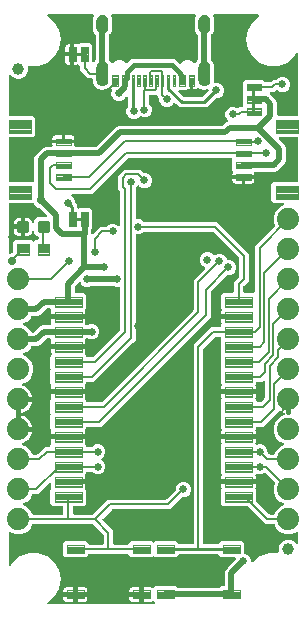
<source format=gtl>
G04 EAGLE Gerber RS-274X export*
G75*
%MOMM*%
%FSLAX34Y34*%
%LPD*%
%INTop Copper*%
%IPPOS*%
%AMOC8*
5,1,8,0,0,1.08239X$1,22.5*%
G01*
%ADD10C,0.102000*%
%ADD11C,0.755600*%
%ADD12C,0.099059*%
%ADD13C,0.096000*%
%ADD14C,0.300000*%
%ADD15C,1.879600*%
%ADD16C,0.100000*%
%ADD17C,1.000000*%
%ADD18C,0.104500*%
%ADD19C,0.508000*%
%ADD20C,0.660400*%
%ADD21C,0.736600*%
%ADD22C,0.203200*%
%ADD23C,0.381000*%
%ADD24C,0.177800*%
%ADD25C,0.254000*%

G36*
X105214Y54873D02*
X105214Y54873D01*
X105272Y54871D01*
X105354Y54893D01*
X105438Y54905D01*
X105491Y54928D01*
X105547Y54943D01*
X105620Y54986D01*
X105697Y55021D01*
X105742Y55059D01*
X105792Y55088D01*
X105850Y55150D01*
X105914Y55204D01*
X105946Y55253D01*
X105986Y55296D01*
X106025Y55371D01*
X106072Y55441D01*
X106089Y55497D01*
X106093Y55505D01*
X108247Y57659D01*
X125433Y57659D01*
X126282Y56809D01*
X126329Y56774D01*
X126369Y56732D01*
X126442Y56689D01*
X126509Y56638D01*
X126564Y56618D01*
X126614Y56588D01*
X126696Y56567D01*
X126775Y56537D01*
X126833Y56532D01*
X126890Y56518D01*
X126974Y56521D01*
X127058Y56514D01*
X127116Y56525D01*
X127174Y56527D01*
X127254Y56553D01*
X127337Y56570D01*
X127389Y56596D01*
X127445Y56614D01*
X127501Y56654D01*
X127589Y56700D01*
X127662Y56769D01*
X127718Y56809D01*
X128567Y57659D01*
X145753Y57659D01*
X147995Y55416D01*
X148065Y55364D01*
X148129Y55304D01*
X148178Y55278D01*
X148223Y55245D01*
X148304Y55214D01*
X148382Y55174D01*
X148430Y55166D01*
X148488Y55144D01*
X148636Y55132D01*
X148713Y55119D01*
X160020Y55119D01*
X160078Y55127D01*
X160136Y55125D01*
X160218Y55147D01*
X160302Y55159D01*
X160355Y55182D01*
X160411Y55197D01*
X160484Y55240D01*
X160561Y55275D01*
X160606Y55313D01*
X160656Y55342D01*
X160714Y55404D01*
X160778Y55458D01*
X160810Y55507D01*
X160850Y55550D01*
X160889Y55625D01*
X160936Y55695D01*
X160953Y55751D01*
X160980Y55803D01*
X160991Y55871D01*
X161021Y55966D01*
X161024Y56066D01*
X161035Y56134D01*
X161035Y223934D01*
X176116Y239015D01*
X183040Y239015D01*
X183098Y239023D01*
X183156Y239021D01*
X183238Y239043D01*
X183322Y239055D01*
X183375Y239078D01*
X183431Y239093D01*
X183504Y239136D01*
X183581Y239171D01*
X183626Y239209D01*
X183676Y239238D01*
X183734Y239300D01*
X183798Y239354D01*
X183830Y239403D01*
X183870Y239446D01*
X183909Y239521D01*
X183956Y239591D01*
X183973Y239647D01*
X184000Y239699D01*
X184011Y239767D01*
X184041Y239862D01*
X184044Y239962D01*
X184055Y240030D01*
X184055Y240657D01*
X184541Y241142D01*
X184587Y241204D01*
X184642Y241260D01*
X184673Y241318D01*
X184712Y241369D01*
X184739Y241442D01*
X184776Y241511D01*
X184790Y241574D01*
X184813Y241635D01*
X184819Y241713D01*
X184836Y241789D01*
X184830Y241844D01*
X184836Y241918D01*
X184824Y241982D01*
X184824Y242004D01*
X184810Y242059D01*
X184803Y242123D01*
X184563Y243019D01*
X184563Y245619D01*
X198088Y245619D01*
X198146Y245627D01*
X198204Y245625D01*
X198286Y245647D01*
X198369Y245659D01*
X198423Y245683D01*
X198479Y245697D01*
X198552Y245740D01*
X198629Y245775D01*
X198673Y245813D01*
X198724Y245843D01*
X198781Y245904D01*
X198846Y245959D01*
X198878Y246007D01*
X198918Y246050D01*
X198957Y246125D01*
X199003Y246195D01*
X199021Y246251D01*
X199048Y246303D01*
X199059Y246371D01*
X199089Y246466D01*
X199092Y246566D01*
X199103Y246634D01*
X199103Y248666D01*
X199095Y248724D01*
X199096Y248782D01*
X199075Y248864D01*
X199063Y248947D01*
X199039Y249001D01*
X199025Y249057D01*
X198982Y249130D01*
X198947Y249207D01*
X198909Y249251D01*
X198879Y249302D01*
X198818Y249359D01*
X198763Y249424D01*
X198715Y249456D01*
X198672Y249496D01*
X198597Y249535D01*
X198527Y249581D01*
X198471Y249599D01*
X198419Y249626D01*
X198351Y249637D01*
X198256Y249667D01*
X198156Y249670D01*
X198088Y249681D01*
X184563Y249681D01*
X184563Y252281D01*
X184803Y253177D01*
X184813Y253255D01*
X184832Y253330D01*
X184830Y253395D01*
X184838Y253459D01*
X184825Y253536D01*
X184823Y253614D01*
X184803Y253676D01*
X184793Y253740D01*
X184759Y253810D01*
X184736Y253884D01*
X184703Y253930D01*
X184671Y253997D01*
X184586Y254095D01*
X184541Y254158D01*
X184055Y254643D01*
X184055Y266057D01*
X186147Y268149D01*
X194024Y268149D01*
X194082Y268157D01*
X194140Y268155D01*
X194222Y268177D01*
X194306Y268189D01*
X194359Y268212D01*
X194415Y268227D01*
X194488Y268270D01*
X194565Y268305D01*
X194610Y268343D01*
X194660Y268372D01*
X194718Y268434D01*
X194782Y268488D01*
X194814Y268537D01*
X194854Y268580D01*
X194893Y268655D01*
X194940Y268725D01*
X194957Y268781D01*
X194984Y268833D01*
X194995Y268901D01*
X195025Y268996D01*
X195028Y269096D01*
X195039Y269164D01*
X195039Y276734D01*
X199092Y280786D01*
X199102Y280800D01*
X199110Y280806D01*
X199130Y280837D01*
X199144Y280856D01*
X199204Y280920D01*
X199230Y280969D01*
X199263Y281014D01*
X199294Y281095D01*
X199334Y281173D01*
X199342Y281221D01*
X199364Y281279D01*
X199376Y281427D01*
X199389Y281504D01*
X199389Y297362D01*
X199377Y297448D01*
X199374Y297536D01*
X199357Y297588D01*
X199349Y297643D01*
X199314Y297723D01*
X199287Y297806D01*
X199259Y297846D01*
X199233Y297903D01*
X199137Y298016D01*
X199092Y298080D01*
X177684Y319488D01*
X177614Y319540D01*
X177550Y319600D01*
X177501Y319626D01*
X177456Y319659D01*
X177375Y319690D01*
X177297Y319730D01*
X177249Y319738D01*
X177191Y319760D01*
X177043Y319772D01*
X176966Y319785D01*
X119371Y319785D01*
X119285Y319773D01*
X119197Y319770D01*
X119145Y319753D01*
X119090Y319745D01*
X119010Y319710D01*
X118927Y319683D01*
X118887Y319655D01*
X118830Y319629D01*
X118717Y319533D01*
X118653Y319488D01*
X117662Y318496D01*
X115327Y317529D01*
X113030Y317529D01*
X112972Y317521D01*
X112914Y317523D01*
X112832Y317501D01*
X112748Y317489D01*
X112695Y317466D01*
X112639Y317451D01*
X112566Y317408D01*
X112489Y317373D01*
X112444Y317335D01*
X112394Y317306D01*
X112336Y317244D01*
X112272Y317190D01*
X112240Y317141D01*
X112200Y317098D01*
X112161Y317023D01*
X112114Y316953D01*
X112097Y316897D01*
X112070Y316845D01*
X112059Y316777D01*
X112029Y316682D01*
X112026Y316582D01*
X112015Y316514D01*
X112015Y228186D01*
X109336Y225508D01*
X79292Y195464D01*
X76614Y192785D01*
X70960Y192785D01*
X70902Y192777D01*
X70844Y192779D01*
X70762Y192757D01*
X70678Y192745D01*
X70625Y192722D01*
X70569Y192707D01*
X70496Y192664D01*
X70419Y192629D01*
X70374Y192591D01*
X70324Y192562D01*
X70266Y192500D01*
X70202Y192446D01*
X70170Y192397D01*
X70130Y192354D01*
X70091Y192279D01*
X70044Y192209D01*
X70027Y192153D01*
X70000Y192101D01*
X69989Y192033D01*
X69959Y191938D01*
X69956Y191838D01*
X69945Y191770D01*
X69945Y191143D01*
X69459Y190658D01*
X69413Y190596D01*
X69358Y190540D01*
X69327Y190483D01*
X69288Y190431D01*
X69261Y190358D01*
X69224Y190289D01*
X69210Y190226D01*
X69187Y190165D01*
X69181Y190088D01*
X69164Y190011D01*
X69170Y189956D01*
X69164Y189882D01*
X69189Y189755D01*
X69197Y189677D01*
X69437Y188781D01*
X69437Y186181D01*
X55912Y186181D01*
X55854Y186173D01*
X55796Y186174D01*
X55714Y186153D01*
X55631Y186141D01*
X55577Y186117D01*
X55521Y186103D01*
X55448Y186060D01*
X55371Y186025D01*
X55327Y185987D01*
X55276Y185957D01*
X55219Y185896D01*
X55154Y185841D01*
X55122Y185793D01*
X55082Y185750D01*
X55043Y185675D01*
X54997Y185605D01*
X54979Y185549D01*
X54952Y185497D01*
X54941Y185429D01*
X54911Y185334D01*
X54908Y185234D01*
X54897Y185166D01*
X54897Y183134D01*
X54905Y183076D01*
X54904Y183018D01*
X54925Y182936D01*
X54937Y182853D01*
X54961Y182799D01*
X54975Y182743D01*
X55018Y182670D01*
X55053Y182593D01*
X55091Y182548D01*
X55121Y182498D01*
X55182Y182440D01*
X55237Y182376D01*
X55285Y182344D01*
X55328Y182304D01*
X55403Y182265D01*
X55473Y182219D01*
X55529Y182201D01*
X55581Y182174D01*
X55649Y182163D01*
X55744Y182133D01*
X55844Y182130D01*
X55912Y182119D01*
X69437Y182119D01*
X69437Y179519D01*
X69197Y178623D01*
X69187Y178545D01*
X69168Y178470D01*
X69170Y178405D01*
X69162Y178341D01*
X69175Y178264D01*
X69177Y178186D01*
X69197Y178124D01*
X69207Y178060D01*
X69241Y177990D01*
X69264Y177916D01*
X69297Y177870D01*
X69329Y177803D01*
X69414Y177705D01*
X69459Y177642D01*
X69945Y177157D01*
X69945Y176530D01*
X69953Y176472D01*
X69951Y176414D01*
X69973Y176332D01*
X69985Y176248D01*
X70008Y176195D01*
X70023Y176139D01*
X70066Y176066D01*
X70101Y175989D01*
X70139Y175944D01*
X70168Y175894D01*
X70230Y175836D01*
X70284Y175772D01*
X70333Y175740D01*
X70376Y175700D01*
X70451Y175661D01*
X70521Y175614D01*
X70577Y175597D01*
X70629Y175570D01*
X70697Y175559D01*
X70792Y175529D01*
X70892Y175526D01*
X70960Y175515D01*
X82986Y175515D01*
X83072Y175527D01*
X83160Y175530D01*
X83212Y175547D01*
X83267Y175555D01*
X83347Y175590D01*
X83430Y175617D01*
X83470Y175645D01*
X83527Y175671D01*
X83640Y175767D01*
X83704Y175812D01*
X160738Y252846D01*
X160790Y252916D01*
X160850Y252980D01*
X160876Y253029D01*
X160909Y253074D01*
X160940Y253155D01*
X160980Y253233D01*
X160988Y253281D01*
X161010Y253339D01*
X161022Y253487D01*
X161035Y253564D01*
X161035Y278544D01*
X170802Y288311D01*
X170871Y288402D01*
X170945Y288491D01*
X170957Y288516D01*
X170973Y288538D01*
X171014Y288645D01*
X171061Y288750D01*
X171065Y288778D01*
X171075Y288804D01*
X171084Y288918D01*
X171100Y289032D01*
X171096Y289059D01*
X171098Y289087D01*
X171076Y289200D01*
X171059Y289313D01*
X171048Y289339D01*
X171042Y289366D01*
X170989Y289468D01*
X170942Y289572D01*
X170924Y289593D01*
X170911Y289618D01*
X170832Y289701D01*
X170758Y289789D01*
X170737Y289802D01*
X170715Y289824D01*
X170486Y289959D01*
X170473Y289967D01*
X169123Y290526D01*
X167336Y292313D01*
X166369Y294647D01*
X166369Y297173D01*
X167336Y299507D01*
X169123Y301294D01*
X171457Y302261D01*
X173983Y302261D01*
X176317Y301294D01*
X177717Y299894D01*
X177764Y299859D01*
X177804Y299817D01*
X177877Y299774D01*
X177944Y299723D01*
X177999Y299702D01*
X178049Y299673D01*
X178131Y299652D01*
X178210Y299622D01*
X178268Y299617D01*
X178325Y299603D01*
X178409Y299606D01*
X178493Y299599D01*
X178551Y299610D01*
X178609Y299612D01*
X178689Y299638D01*
X178772Y299654D01*
X178824Y299681D01*
X178880Y299699D01*
X178936Y299739D01*
X179024Y299785D01*
X179097Y299854D01*
X179153Y299894D01*
X179283Y300024D01*
X181617Y300991D01*
X184143Y300991D01*
X186477Y300024D01*
X188264Y298237D01*
X188968Y296537D01*
X188969Y296536D01*
X188969Y296535D01*
X189041Y296414D01*
X189113Y296293D01*
X189114Y296292D01*
X189114Y296290D01*
X189221Y296190D01*
X189319Y296097D01*
X189321Y296097D01*
X189322Y296096D01*
X189447Y296031D01*
X189572Y295967D01*
X189574Y295967D01*
X189575Y295966D01*
X189590Y295964D01*
X189851Y295912D01*
X189881Y295915D01*
X189906Y295911D01*
X191763Y295911D01*
X194097Y294944D01*
X195884Y293157D01*
X196851Y290823D01*
X196851Y288297D01*
X195884Y285963D01*
X194097Y284176D01*
X191763Y283209D01*
X190318Y283209D01*
X190232Y283197D01*
X190144Y283194D01*
X190092Y283177D01*
X190037Y283169D01*
X189957Y283134D01*
X189874Y283107D01*
X189834Y283079D01*
X189777Y283053D01*
X189664Y282957D01*
X189600Y282912D01*
X175812Y269124D01*
X175760Y269054D01*
X175700Y268990D01*
X175674Y268941D01*
X175641Y268896D01*
X175610Y268815D01*
X175570Y268737D01*
X175562Y268689D01*
X175540Y268631D01*
X175528Y268483D01*
X175515Y268406D01*
X175515Y247236D01*
X82964Y154685D01*
X70960Y154685D01*
X70902Y154677D01*
X70844Y154679D01*
X70762Y154657D01*
X70678Y154645D01*
X70625Y154622D01*
X70569Y154607D01*
X70496Y154564D01*
X70419Y154529D01*
X70374Y154491D01*
X70324Y154462D01*
X70266Y154400D01*
X70202Y154346D01*
X70170Y154297D01*
X70130Y154254D01*
X70091Y154179D01*
X70044Y154109D01*
X70027Y154053D01*
X70000Y154001D01*
X69989Y153933D01*
X69959Y153838D01*
X69956Y153738D01*
X69945Y153670D01*
X69945Y153043D01*
X69459Y152558D01*
X69413Y152496D01*
X69358Y152440D01*
X69327Y152383D01*
X69288Y152331D01*
X69261Y152258D01*
X69224Y152189D01*
X69210Y152126D01*
X69187Y152065D01*
X69181Y151988D01*
X69164Y151911D01*
X69170Y151856D01*
X69164Y151782D01*
X69189Y151655D01*
X69197Y151577D01*
X69437Y150681D01*
X69437Y148081D01*
X55912Y148081D01*
X55854Y148073D01*
X55796Y148074D01*
X55714Y148053D01*
X55631Y148041D01*
X55577Y148017D01*
X55521Y148003D01*
X55448Y147960D01*
X55371Y147925D01*
X55327Y147887D01*
X55276Y147857D01*
X55219Y147796D01*
X55154Y147741D01*
X55122Y147693D01*
X55082Y147650D01*
X55043Y147575D01*
X54997Y147505D01*
X54979Y147449D01*
X54952Y147397D01*
X54941Y147329D01*
X54911Y147234D01*
X54908Y147134D01*
X54897Y147066D01*
X54897Y145034D01*
X54905Y144976D01*
X54904Y144918D01*
X54925Y144836D01*
X54937Y144753D01*
X54961Y144699D01*
X54975Y144643D01*
X55018Y144570D01*
X55053Y144493D01*
X55091Y144448D01*
X55121Y144398D01*
X55182Y144340D01*
X55237Y144276D01*
X55285Y144244D01*
X55328Y144204D01*
X55403Y144165D01*
X55473Y144119D01*
X55529Y144101D01*
X55581Y144074D01*
X55649Y144063D01*
X55744Y144033D01*
X55844Y144030D01*
X55912Y144019D01*
X69437Y144019D01*
X69437Y141419D01*
X69197Y140523D01*
X69187Y140445D01*
X69168Y140370D01*
X69170Y140305D01*
X69162Y140241D01*
X69175Y140164D01*
X69177Y140086D01*
X69197Y140024D01*
X69207Y139960D01*
X69241Y139890D01*
X69264Y139816D01*
X69297Y139770D01*
X69329Y139703D01*
X69414Y139605D01*
X69459Y139542D01*
X69945Y139057D01*
X69945Y138430D01*
X69953Y138372D01*
X69951Y138314D01*
X69973Y138232D01*
X69985Y138148D01*
X70008Y138095D01*
X70023Y138039D01*
X70066Y137966D01*
X70101Y137889D01*
X70139Y137844D01*
X70168Y137794D01*
X70230Y137736D01*
X70284Y137672D01*
X70333Y137640D01*
X70376Y137600D01*
X70451Y137561D01*
X70521Y137514D01*
X70577Y137497D01*
X70629Y137470D01*
X70697Y137459D01*
X70792Y137429D01*
X70892Y137426D01*
X70960Y137415D01*
X74673Y137415D01*
X74760Y137427D01*
X74847Y137430D01*
X74900Y137447D01*
X74954Y137455D01*
X75034Y137490D01*
X75117Y137517D01*
X75157Y137545D01*
X75214Y137571D01*
X75327Y137667D01*
X75391Y137712D01*
X76413Y138734D01*
X78747Y139701D01*
X81273Y139701D01*
X83607Y138734D01*
X85394Y136947D01*
X86361Y134613D01*
X86361Y132087D01*
X85394Y129753D01*
X83608Y127966D01*
X83540Y127938D01*
X83514Y127923D01*
X83486Y127914D01*
X83392Y127851D01*
X83295Y127794D01*
X83275Y127772D01*
X83250Y127756D01*
X83177Y127669D01*
X83100Y127587D01*
X83086Y127561D01*
X83067Y127538D01*
X83021Y127435D01*
X82969Y127334D01*
X82964Y127305D01*
X82952Y127278D01*
X82936Y127166D01*
X82914Y127055D01*
X82917Y127026D01*
X82913Y126997D01*
X82929Y126885D01*
X82939Y126772D01*
X82949Y126745D01*
X82953Y126715D01*
X83000Y126612D01*
X83041Y126507D01*
X83058Y126483D01*
X83070Y126456D01*
X83144Y126370D01*
X83212Y126280D01*
X83236Y126262D01*
X83255Y126240D01*
X83321Y126199D01*
X83440Y126110D01*
X83499Y126088D01*
X83539Y126062D01*
X83607Y126034D01*
X85394Y124247D01*
X86361Y121913D01*
X86361Y119387D01*
X85394Y117053D01*
X83607Y115266D01*
X81273Y114299D01*
X78747Y114299D01*
X76413Y115266D01*
X75391Y116288D01*
X75321Y116340D01*
X75257Y116400D01*
X75208Y116426D01*
X75164Y116459D01*
X75082Y116490D01*
X75004Y116530D01*
X74956Y116538D01*
X74898Y116560D01*
X74750Y116572D01*
X74673Y116585D01*
X70960Y116585D01*
X70902Y116577D01*
X70844Y116579D01*
X70762Y116557D01*
X70678Y116545D01*
X70625Y116522D01*
X70569Y116507D01*
X70496Y116464D01*
X70419Y116429D01*
X70374Y116391D01*
X70324Y116362D01*
X70266Y116300D01*
X70202Y116246D01*
X70170Y116197D01*
X70130Y116154D01*
X70091Y116079D01*
X70044Y116009D01*
X70027Y115953D01*
X70000Y115901D01*
X69989Y115833D01*
X69959Y115738D01*
X69956Y115638D01*
X69945Y115570D01*
X69945Y114943D01*
X69459Y114458D01*
X69413Y114396D01*
X69358Y114340D01*
X69327Y114282D01*
X69288Y114231D01*
X69261Y114158D01*
X69224Y114089D01*
X69210Y114026D01*
X69187Y113965D01*
X69181Y113887D01*
X69164Y113811D01*
X69170Y113756D01*
X69164Y113682D01*
X69189Y113555D01*
X69197Y113477D01*
X69437Y112581D01*
X69437Y109981D01*
X55912Y109981D01*
X55854Y109973D01*
X55796Y109974D01*
X55714Y109953D01*
X55631Y109941D01*
X55577Y109917D01*
X55521Y109903D01*
X55448Y109860D01*
X55371Y109825D01*
X55327Y109787D01*
X55276Y109757D01*
X55219Y109696D01*
X55154Y109641D01*
X55122Y109593D01*
X55082Y109550D01*
X55043Y109475D01*
X54997Y109405D01*
X54979Y109349D01*
X54952Y109297D01*
X54941Y109229D01*
X54911Y109134D01*
X54908Y109034D01*
X54897Y108966D01*
X54897Y106934D01*
X54905Y106876D01*
X54904Y106818D01*
X54925Y106736D01*
X54937Y106653D01*
X54961Y106599D01*
X54975Y106543D01*
X55018Y106470D01*
X55053Y106393D01*
X55091Y106348D01*
X55121Y106298D01*
X55182Y106240D01*
X55237Y106176D01*
X55285Y106144D01*
X55328Y106104D01*
X55403Y106065D01*
X55473Y106019D01*
X55529Y106001D01*
X55581Y105974D01*
X55649Y105963D01*
X55744Y105933D01*
X55844Y105930D01*
X55912Y105919D01*
X69437Y105919D01*
X69437Y103319D01*
X69197Y102423D01*
X69187Y102345D01*
X69168Y102270D01*
X69170Y102205D01*
X69162Y102141D01*
X69175Y102064D01*
X69177Y101986D01*
X69197Y101924D01*
X69207Y101860D01*
X69241Y101790D01*
X69264Y101716D01*
X69297Y101670D01*
X69329Y101603D01*
X69414Y101505D01*
X69459Y101442D01*
X69945Y100957D01*
X69945Y89543D01*
X67853Y87451D01*
X59976Y87451D01*
X59918Y87443D01*
X59860Y87445D01*
X59778Y87423D01*
X59694Y87411D01*
X59641Y87388D01*
X59585Y87373D01*
X59512Y87330D01*
X59435Y87295D01*
X59390Y87257D01*
X59340Y87228D01*
X59282Y87166D01*
X59218Y87112D01*
X59186Y87063D01*
X59146Y87020D01*
X59107Y86945D01*
X59060Y86875D01*
X59043Y86819D01*
X59016Y86767D01*
X59005Y86699D01*
X58975Y86604D01*
X58972Y86504D01*
X58961Y86436D01*
X58961Y81280D01*
X58969Y81222D01*
X58967Y81164D01*
X58989Y81082D01*
X59001Y80998D01*
X59024Y80945D01*
X59039Y80889D01*
X59082Y80816D01*
X59117Y80739D01*
X59155Y80694D01*
X59184Y80644D01*
X59246Y80586D01*
X59300Y80522D01*
X59349Y80490D01*
X59392Y80450D01*
X59467Y80411D01*
X59537Y80364D01*
X59593Y80347D01*
X59645Y80320D01*
X59713Y80309D01*
X59808Y80279D01*
X59908Y80276D01*
X59976Y80265D01*
X75366Y80265D01*
X75452Y80277D01*
X75540Y80280D01*
X75592Y80297D01*
X75647Y80305D01*
X75727Y80340D01*
X75810Y80367D01*
X75850Y80395D01*
X75907Y80421D01*
X76020Y80517D01*
X76084Y80562D01*
X88486Y92965D01*
X137596Y92965D01*
X137682Y92977D01*
X137770Y92980D01*
X137822Y92997D01*
X137877Y93005D01*
X137957Y93040D01*
X138040Y93067D01*
X138080Y93095D01*
X138137Y93121D01*
X138250Y93217D01*
X138314Y93262D01*
X145752Y100700D01*
X145804Y100770D01*
X145864Y100834D01*
X145890Y100883D01*
X145923Y100928D01*
X145954Y101009D01*
X145994Y101087D01*
X146002Y101135D01*
X146024Y101193D01*
X146036Y101341D01*
X146049Y101418D01*
X146049Y102863D01*
X147016Y105197D01*
X148803Y106984D01*
X151137Y107951D01*
X153663Y107951D01*
X155997Y106984D01*
X157784Y105197D01*
X158751Y102863D01*
X158751Y100337D01*
X157784Y98003D01*
X155997Y96216D01*
X153663Y95249D01*
X152218Y95249D01*
X152132Y95237D01*
X152044Y95234D01*
X151992Y95217D01*
X151937Y95209D01*
X151857Y95174D01*
X151774Y95147D01*
X151734Y95119D01*
X151677Y95093D01*
X151564Y94997D01*
X151500Y94952D01*
X141384Y84835D01*
X92274Y84835D01*
X92188Y84823D01*
X92100Y84820D01*
X92048Y84803D01*
X91993Y84795D01*
X91913Y84760D01*
X91830Y84733D01*
X91790Y84705D01*
X91733Y84679D01*
X91620Y84583D01*
X91556Y84538D01*
X83936Y76918D01*
X83901Y76871D01*
X83859Y76831D01*
X83816Y76758D01*
X83765Y76691D01*
X83745Y76636D01*
X83715Y76586D01*
X83694Y76504D01*
X83664Y76425D01*
X83659Y76367D01*
X83645Y76310D01*
X83648Y76226D01*
X83641Y76142D01*
X83652Y76084D01*
X83654Y76026D01*
X83680Y75946D01*
X83696Y75863D01*
X83723Y75811D01*
X83741Y75755D01*
X83782Y75699D01*
X83827Y75611D01*
X83896Y75538D01*
X83936Y75482D01*
X92965Y66454D01*
X92965Y55880D01*
X92973Y55822D01*
X92971Y55764D01*
X92993Y55682D01*
X93005Y55598D01*
X93028Y55545D01*
X93043Y55489D01*
X93086Y55416D01*
X93121Y55339D01*
X93159Y55294D01*
X93188Y55244D01*
X93250Y55186D01*
X93304Y55122D01*
X93353Y55090D01*
X93396Y55050D01*
X93471Y55011D01*
X93541Y54964D01*
X93597Y54947D01*
X93649Y54920D01*
X93717Y54909D01*
X93812Y54879D01*
X93912Y54876D01*
X93980Y54865D01*
X105156Y54865D01*
X105214Y54873D01*
G37*
G36*
X25204Y362057D02*
X25204Y362057D01*
X25262Y362055D01*
X25344Y362077D01*
X25428Y362089D01*
X25481Y362112D01*
X25537Y362127D01*
X25610Y362170D01*
X25687Y362205D01*
X25732Y362243D01*
X25782Y362272D01*
X25840Y362334D01*
X25904Y362388D01*
X25936Y362437D01*
X25976Y362480D01*
X26015Y362555D01*
X26062Y362625D01*
X26079Y362681D01*
X26106Y362733D01*
X26117Y362801D01*
X26147Y362896D01*
X26150Y362996D01*
X26161Y363064D01*
X26161Y382112D01*
X27012Y384166D01*
X33584Y390738D01*
X35638Y391589D01*
X40593Y391589D01*
X40642Y391596D01*
X40690Y391593D01*
X40782Y391615D01*
X40875Y391629D01*
X40919Y391649D01*
X40967Y391660D01*
X41048Y391706D01*
X41134Y391745D01*
X41171Y391776D01*
X41214Y391800D01*
X41280Y391868D01*
X41351Y391928D01*
X41378Y391969D01*
X41412Y392004D01*
X41457Y392087D01*
X41509Y392165D01*
X41524Y392212D01*
X41547Y392255D01*
X41566Y392347D01*
X41595Y392436D01*
X41596Y392485D01*
X41606Y392533D01*
X41599Y392607D01*
X41602Y392720D01*
X41580Y392804D01*
X41574Y392867D01*
X41509Y393108D01*
X41509Y394501D01*
X50316Y394501D01*
X50374Y394509D01*
X50432Y394507D01*
X50514Y394529D01*
X50597Y394541D01*
X50651Y394564D01*
X50707Y394579D01*
X50780Y394622D01*
X50799Y394631D01*
X50845Y394600D01*
X50901Y394583D01*
X50953Y394556D01*
X51021Y394545D01*
X51116Y394515D01*
X51216Y394512D01*
X51284Y394501D01*
X60091Y394501D01*
X60091Y393108D01*
X60026Y392867D01*
X60020Y392818D01*
X60005Y392772D01*
X60003Y392678D01*
X59992Y392585D01*
X59999Y392536D01*
X59998Y392488D01*
X60022Y392397D01*
X60037Y392304D01*
X60058Y392260D01*
X60070Y392213D01*
X60118Y392132D01*
X60158Y392047D01*
X60190Y392010D01*
X60215Y391968D01*
X60284Y391904D01*
X60346Y391833D01*
X60387Y391807D01*
X60422Y391774D01*
X60506Y391731D01*
X60585Y391680D01*
X60632Y391666D01*
X60676Y391644D01*
X60749Y391632D01*
X60858Y391600D01*
X60945Y391599D01*
X61007Y391589D01*
X78465Y391589D01*
X78551Y391601D01*
X78639Y391604D01*
X78691Y391621D01*
X78746Y391629D01*
X78826Y391664D01*
X78909Y391691D01*
X78948Y391719D01*
X79005Y391745D01*
X79119Y391841D01*
X79182Y391886D01*
X95894Y408598D01*
X97948Y409449D01*
X185225Y409449D01*
X185311Y409461D01*
X185399Y409464D01*
X185451Y409481D01*
X185506Y409489D01*
X185586Y409524D01*
X185669Y409551D01*
X185708Y409579D01*
X185765Y409605D01*
X185879Y409701D01*
X185942Y409746D01*
X188604Y412408D01*
X189616Y412827D01*
X189715Y412885D01*
X189817Y412938D01*
X189837Y412957D01*
X189861Y412972D01*
X189940Y413055D01*
X190023Y413134D01*
X190037Y413158D01*
X190056Y413178D01*
X190109Y413281D01*
X190167Y413379D01*
X190174Y413406D01*
X190187Y413431D01*
X190209Y413544D01*
X190237Y413655D01*
X190236Y413683D01*
X190242Y413710D01*
X190232Y413825D01*
X190228Y413939D01*
X190220Y413965D01*
X190217Y413993D01*
X190176Y414101D01*
X190141Y414210D01*
X190126Y414230D01*
X190115Y414259D01*
X189954Y414471D01*
X189946Y414483D01*
X188926Y415503D01*
X187959Y417837D01*
X187959Y420363D01*
X188926Y422697D01*
X190713Y424484D01*
X193047Y425451D01*
X195573Y425451D01*
X197892Y424490D01*
X197893Y424490D01*
X197895Y424489D01*
X198032Y424454D01*
X198167Y424419D01*
X198169Y424419D01*
X198170Y424419D01*
X198311Y424424D01*
X198451Y424428D01*
X198453Y424428D01*
X198454Y424428D01*
X198590Y424472D01*
X198722Y424514D01*
X198723Y424515D01*
X198725Y424516D01*
X198737Y424525D01*
X198958Y424673D01*
X198978Y424696D01*
X198998Y424710D01*
X199738Y425451D01*
X202061Y425451D01*
X202147Y425463D01*
X202235Y425466D01*
X202287Y425483D01*
X202342Y425491D01*
X202422Y425526D01*
X202505Y425553D01*
X202545Y425581D01*
X202602Y425607D01*
X202715Y425703D01*
X202779Y425748D01*
X202906Y425875D01*
X202941Y425922D01*
X202983Y425962D01*
X203026Y426035D01*
X203077Y426102D01*
X203097Y426157D01*
X203127Y426207D01*
X203148Y426289D01*
X203178Y426368D01*
X203183Y426426D01*
X203197Y426483D01*
X203194Y426567D01*
X203201Y426651D01*
X203190Y426709D01*
X203188Y426767D01*
X203162Y426847D01*
X203145Y426930D01*
X203119Y426982D01*
X203101Y427038D01*
X203060Y427094D01*
X203014Y427182D01*
X202946Y427255D01*
X202906Y427311D01*
X202691Y427525D01*
X202691Y436075D01*
X202906Y436289D01*
X202941Y436336D01*
X202983Y436376D01*
X203026Y436449D01*
X203077Y436516D01*
X203097Y436571D01*
X203127Y436621D01*
X203148Y436703D01*
X203178Y436782D01*
X203183Y436840D01*
X203197Y436897D01*
X203194Y436981D01*
X203201Y437065D01*
X203190Y437123D01*
X203188Y437181D01*
X203162Y437261D01*
X203145Y437344D01*
X203119Y437396D01*
X203101Y437452D01*
X203061Y437508D01*
X203015Y437596D01*
X202946Y437669D01*
X202906Y437725D01*
X202691Y437939D01*
X202691Y446489D01*
X204767Y448565D01*
X219413Y448565D01*
X221401Y446576D01*
X221471Y446524D01*
X221535Y446464D01*
X221584Y446438D01*
X221628Y446405D01*
X221710Y446374D01*
X221788Y446334D01*
X221836Y446326D01*
X221894Y446304D01*
X222042Y446292D01*
X222119Y446279D01*
X225480Y446279D01*
X225566Y446291D01*
X225654Y446294D01*
X225706Y446311D01*
X225761Y446319D01*
X225841Y446354D01*
X225924Y446381D01*
X225964Y446409D01*
X226021Y446435D01*
X226134Y446531D01*
X226198Y446576D01*
X228186Y448565D01*
X230883Y448565D01*
X230970Y448577D01*
X231057Y448580D01*
X231110Y448597D01*
X231164Y448605D01*
X231244Y448640D01*
X231327Y448667D01*
X231367Y448695D01*
X231424Y448721D01*
X231537Y448817D01*
X231601Y448862D01*
X232623Y449884D01*
X234957Y450851D01*
X237483Y450851D01*
X239817Y449884D01*
X241604Y448097D01*
X242571Y445763D01*
X242571Y443237D01*
X241604Y440903D01*
X239817Y439116D01*
X237483Y438149D01*
X234957Y438149D01*
X232623Y439116D01*
X232146Y439592D01*
X232100Y439627D01*
X232059Y439670D01*
X231987Y439712D01*
X231919Y439763D01*
X231865Y439784D01*
X231814Y439814D01*
X231733Y439834D01*
X231654Y439864D01*
X231595Y439869D01*
X231539Y439884D01*
X231454Y439881D01*
X231370Y439888D01*
X231313Y439876D01*
X231254Y439875D01*
X231174Y439849D01*
X231092Y439832D01*
X231040Y439805D01*
X230984Y439787D01*
X230928Y439747D01*
X230839Y439701D01*
X230767Y439632D01*
X230711Y439592D01*
X229268Y438149D01*
X226255Y438149D01*
X226226Y438145D01*
X226197Y438148D01*
X226086Y438125D01*
X225974Y438109D01*
X225947Y438097D01*
X225918Y438092D01*
X225818Y438040D01*
X225714Y437993D01*
X225692Y437974D01*
X225666Y437961D01*
X225584Y437883D01*
X225497Y437810D01*
X225481Y437785D01*
X225460Y437765D01*
X225403Y437667D01*
X225340Y437573D01*
X225331Y437545D01*
X225316Y437520D01*
X225288Y437410D01*
X225254Y437302D01*
X225253Y437272D01*
X225246Y437244D01*
X225250Y437131D01*
X225247Y437018D01*
X225254Y436989D01*
X225255Y436960D01*
X225290Y436852D01*
X225319Y436743D01*
X225334Y436717D01*
X225343Y436689D01*
X225388Y436626D01*
X225464Y436498D01*
X225510Y436455D01*
X225538Y436416D01*
X229083Y432871D01*
X230798Y431156D01*
X231649Y429102D01*
X231649Y419064D01*
X231657Y419006D01*
X231655Y418948D01*
X231677Y418866D01*
X231689Y418782D01*
X231712Y418729D01*
X231727Y418673D01*
X231770Y418600D01*
X231805Y418523D01*
X231843Y418478D01*
X231872Y418428D01*
X231934Y418370D01*
X231988Y418306D01*
X232037Y418274D01*
X232080Y418234D01*
X232155Y418195D01*
X232225Y418148D01*
X232281Y418131D01*
X232333Y418104D01*
X232401Y418093D01*
X232496Y418063D01*
X232596Y418060D01*
X232664Y418049D01*
X248666Y418049D01*
X248724Y418057D01*
X248782Y418055D01*
X248864Y418077D01*
X248948Y418089D01*
X249001Y418112D01*
X249057Y418127D01*
X249130Y418170D01*
X249207Y418205D01*
X249252Y418243D01*
X249302Y418272D01*
X249360Y418334D01*
X249424Y418388D01*
X249456Y418437D01*
X249496Y418480D01*
X249535Y418555D01*
X249582Y418625D01*
X249599Y418681D01*
X249626Y418733D01*
X249637Y418801D01*
X249667Y418896D01*
X249670Y418996D01*
X249681Y419064D01*
X249681Y470111D01*
X249679Y470131D01*
X249681Y470150D01*
X249659Y470271D01*
X249641Y470393D01*
X249633Y470411D01*
X249630Y470430D01*
X249575Y470540D01*
X249525Y470652D01*
X249513Y470667D01*
X249504Y470685D01*
X249421Y470776D01*
X249342Y470869D01*
X249325Y470880D01*
X249312Y470895D01*
X249207Y470959D01*
X249105Y471027D01*
X249086Y471033D01*
X249070Y471043D01*
X248951Y471076D01*
X248834Y471113D01*
X248814Y471113D01*
X248795Y471118D01*
X248673Y471117D01*
X248550Y471120D01*
X248531Y471115D01*
X248511Y471115D01*
X248393Y471079D01*
X248275Y471048D01*
X248258Y471038D01*
X248239Y471033D01*
X248136Y470966D01*
X248030Y470903D01*
X248017Y470889D01*
X248000Y470878D01*
X247954Y470821D01*
X247836Y470696D01*
X247812Y470650D01*
X247787Y470619D01*
X246185Y467844D01*
X240078Y462720D01*
X232586Y459993D01*
X224614Y459993D01*
X217122Y462720D01*
X211015Y467844D01*
X207029Y474749D01*
X205645Y482600D01*
X207029Y490451D01*
X211015Y497355D01*
X216417Y501888D01*
X216466Y501943D01*
X216522Y501991D01*
X216561Y502048D01*
X216607Y502100D01*
X216639Y502166D01*
X216680Y502227D01*
X216701Y502293D01*
X216731Y502356D01*
X216744Y502428D01*
X216766Y502498D01*
X216768Y502567D01*
X216779Y502636D01*
X216771Y502709D01*
X216773Y502782D01*
X216756Y502849D01*
X216748Y502918D01*
X216720Y502986D01*
X216701Y503057D01*
X216666Y503117D01*
X216639Y503181D01*
X216594Y503239D01*
X216556Y503302D01*
X216505Y503349D01*
X216462Y503403D01*
X216402Y503446D01*
X216349Y503496D01*
X216287Y503528D01*
X216230Y503568D01*
X216161Y503592D01*
X216096Y503626D01*
X216037Y503636D01*
X215962Y503662D01*
X215840Y503669D01*
X215764Y503681D01*
X178327Y503681D01*
X178242Y503669D01*
X178155Y503667D01*
X178101Y503649D01*
X178046Y503641D01*
X177967Y503606D01*
X177884Y503580D01*
X177838Y503548D01*
X177786Y503525D01*
X177720Y503469D01*
X177648Y503421D01*
X177612Y503378D01*
X177569Y503342D01*
X177521Y503270D01*
X177466Y503203D01*
X177443Y503152D01*
X177412Y503105D01*
X177386Y503022D01*
X177351Y502943D01*
X177343Y502887D01*
X177326Y502834D01*
X177324Y502747D01*
X177312Y502662D01*
X177320Y502613D01*
X177319Y502550D01*
X177356Y502408D01*
X177369Y502331D01*
X177457Y502080D01*
X177525Y501948D01*
X177555Y501876D01*
X177896Y501333D01*
X177898Y501331D01*
X177899Y501329D01*
X177913Y501313D01*
X178016Y501191D01*
X178005Y501063D01*
X178012Y501033D01*
X178010Y501007D01*
X178082Y500370D01*
X178119Y500226D01*
X178133Y500148D01*
X178201Y499954D01*
X178228Y499901D01*
X178246Y499844D01*
X178286Y499789D01*
X178298Y499765D01*
X178319Y499622D01*
X178331Y499593D01*
X178336Y499568D01*
X178403Y499374D01*
X178379Y499324D01*
X178361Y499268D01*
X178334Y499215D01*
X178323Y499147D01*
X178293Y499054D01*
X178290Y498953D01*
X178279Y498884D01*
X178279Y498681D01*
X178286Y498633D01*
X178285Y498629D01*
X178287Y498624D01*
X178288Y498617D01*
X178285Y498567D01*
X178407Y497485D01*
X178356Y497399D01*
X178348Y497369D01*
X178334Y497342D01*
X178321Y497264D01*
X178285Y497123D01*
X178287Y497059D01*
X178279Y497011D01*
X178279Y493889D01*
X178283Y493859D01*
X178281Y493828D01*
X178303Y493719D01*
X178319Y493608D01*
X178331Y493580D01*
X178337Y493550D01*
X178375Y493481D01*
X178407Y493411D01*
X178285Y492333D01*
X178287Y492268D01*
X178279Y492219D01*
X178279Y492016D01*
X178287Y491957D01*
X178286Y491898D01*
X178305Y491832D01*
X178319Y491735D01*
X178360Y491642D01*
X178379Y491576D01*
X178403Y491525D01*
X178336Y491332D01*
X178335Y491330D01*
X178334Y491328D01*
X178331Y491308D01*
X178297Y491137D01*
X178270Y491102D01*
X178234Y491007D01*
X178201Y490946D01*
X178133Y490751D01*
X178104Y490605D01*
X178082Y490530D01*
X178010Y489893D01*
X178010Y489891D01*
X178010Y489888D01*
X178011Y489868D01*
X178015Y489707D01*
X177928Y489614D01*
X177913Y489586D01*
X177896Y489567D01*
X177555Y489024D01*
X177494Y488888D01*
X177457Y488820D01*
X177245Y488214D01*
X177244Y488212D01*
X177243Y488210D01*
X177240Y488190D01*
X177209Y488032D01*
X177102Y487961D01*
X177082Y487937D01*
X177061Y487923D01*
X176608Y487469D01*
X176519Y487350D01*
X176466Y487291D01*
X176125Y486749D01*
X176124Y486746D01*
X176123Y486745D01*
X176115Y486725D01*
X176042Y486562D01*
X176027Y486549D01*
X175994Y486500D01*
X175954Y486457D01*
X175915Y486382D01*
X175869Y486313D01*
X175851Y486256D01*
X175824Y486204D01*
X175813Y486136D01*
X175783Y486042D01*
X175780Y485941D01*
X175769Y485873D01*
X175769Y465727D01*
X175777Y465669D01*
X175776Y465610D01*
X175797Y465529D01*
X175809Y465446D01*
X175833Y465392D01*
X175848Y465335D01*
X175891Y465263D01*
X175925Y465186D01*
X175963Y465141D01*
X175993Y465091D01*
X176039Y465049D01*
X176096Y464900D01*
X176115Y464875D01*
X176125Y464851D01*
X176466Y464309D01*
X176563Y464195D01*
X176608Y464131D01*
X177061Y463677D01*
X177063Y463676D01*
X177065Y463674D01*
X177081Y463663D01*
X177210Y463566D01*
X177228Y463439D01*
X177241Y463411D01*
X177245Y463385D01*
X177457Y462780D01*
X177525Y462648D01*
X177555Y462576D01*
X177896Y462033D01*
X177898Y462031D01*
X177899Y462029D01*
X177913Y462013D01*
X178016Y461891D01*
X178005Y461763D01*
X178012Y461733D01*
X178010Y461707D01*
X178082Y461070D01*
X178083Y461065D01*
X178097Y461013D01*
X178119Y460926D01*
X178133Y460848D01*
X178201Y460654D01*
X178228Y460601D01*
X178246Y460544D01*
X178286Y460489D01*
X178298Y460465D01*
X178319Y460322D01*
X178331Y460293D01*
X178336Y460268D01*
X178403Y460074D01*
X178379Y460024D01*
X178361Y459968D01*
X178334Y459915D01*
X178323Y459847D01*
X178293Y459754D01*
X178290Y459653D01*
X178279Y459584D01*
X178279Y459381D01*
X178288Y459317D01*
X178285Y459267D01*
X178407Y458185D01*
X178356Y458099D01*
X178348Y458069D01*
X178334Y458042D01*
X178321Y457964D01*
X178285Y457823D01*
X178287Y457759D01*
X178279Y457711D01*
X178279Y449589D01*
X178283Y449559D01*
X178281Y449528D01*
X178303Y449419D01*
X178319Y449308D01*
X178331Y449280D01*
X178337Y449250D01*
X178375Y449181D01*
X178407Y449111D01*
X178285Y448033D01*
X178287Y447968D01*
X178279Y447919D01*
X178279Y447716D01*
X178287Y447657D01*
X178286Y447598D01*
X178305Y447532D01*
X178319Y447435D01*
X178360Y447342D01*
X178379Y447276D01*
X178403Y447225D01*
X178367Y447121D01*
X178350Y447036D01*
X178324Y446954D01*
X178322Y446898D01*
X178312Y446842D01*
X178319Y446756D01*
X178317Y446670D01*
X178331Y446615D01*
X178336Y446559D01*
X178367Y446478D01*
X178388Y446395D01*
X178417Y446346D01*
X178437Y446294D01*
X178490Y446224D01*
X178534Y446150D01*
X178575Y446112D01*
X178609Y446067D01*
X178678Y446015D01*
X178741Y445956D01*
X178791Y445930D01*
X178836Y445896D01*
X178917Y445866D01*
X178994Y445826D01*
X179042Y445818D01*
X179102Y445796D01*
X179248Y445784D01*
X179325Y445771D01*
X181603Y445771D01*
X183937Y444804D01*
X185724Y443017D01*
X186691Y440683D01*
X186691Y438157D01*
X185724Y435823D01*
X183937Y434036D01*
X181603Y433069D01*
X180517Y433069D01*
X180431Y433057D01*
X180343Y433054D01*
X180291Y433037D01*
X180236Y433029D01*
X180156Y432994D01*
X180073Y432967D01*
X180034Y432939D01*
X179977Y432913D01*
X179863Y432817D01*
X179800Y432772D01*
X171969Y424941D01*
X149341Y424941D01*
X146514Y427768D01*
X145552Y428730D01*
X145460Y428800D01*
X145372Y428873D01*
X145347Y428885D01*
X145325Y428901D01*
X145217Y428942D01*
X145113Y428989D01*
X145085Y428993D01*
X145059Y429003D01*
X144945Y429012D01*
X144831Y429028D01*
X144803Y429024D01*
X144776Y429026D01*
X144663Y429004D01*
X144550Y428987D01*
X144524Y428976D01*
X144497Y428970D01*
X144395Y428917D01*
X144291Y428870D01*
X144269Y428852D01*
X144245Y428839D01*
X144161Y428760D01*
X144074Y428686D01*
X144061Y428664D01*
X144039Y428643D01*
X143904Y428414D01*
X143896Y428401D01*
X143814Y428203D01*
X142027Y426416D01*
X139693Y425449D01*
X137167Y425449D01*
X134833Y426416D01*
X133046Y428203D01*
X132079Y430537D01*
X132079Y432161D01*
X132067Y432248D01*
X132064Y432335D01*
X132047Y432388D01*
X132039Y432443D01*
X132004Y432523D01*
X131977Y432606D01*
X131949Y432645D01*
X131923Y432702D01*
X131827Y432816D01*
X131782Y432879D01*
X130562Y434099D01*
X130562Y434467D01*
X130554Y434525D01*
X130556Y434583D01*
X130534Y434665D01*
X130522Y434749D01*
X130499Y434802D01*
X130484Y434858D01*
X130441Y434931D01*
X130406Y435008D01*
X130368Y435053D01*
X130339Y435103D01*
X130277Y435161D01*
X130223Y435225D01*
X130174Y435257D01*
X130131Y435297D01*
X130056Y435336D01*
X129986Y435383D01*
X129930Y435400D01*
X129878Y435427D01*
X129810Y435438D01*
X129715Y435468D01*
X129615Y435471D01*
X129547Y435482D01*
X124333Y435482D01*
X124275Y435474D01*
X124217Y435476D01*
X124135Y435454D01*
X124051Y435442D01*
X123998Y435419D01*
X123942Y435404D01*
X123869Y435361D01*
X123792Y435326D01*
X123747Y435288D01*
X123697Y435259D01*
X123639Y435197D01*
X123575Y435143D01*
X123543Y435094D01*
X123503Y435051D01*
X123464Y434976D01*
X123417Y434906D01*
X123400Y434850D01*
X123373Y434798D01*
X123362Y434730D01*
X123332Y434635D01*
X123329Y434535D01*
X123318Y434467D01*
X123318Y428374D01*
X123330Y428287D01*
X123333Y428200D01*
X123350Y428147D01*
X123358Y428093D01*
X123393Y428013D01*
X123420Y427930D01*
X123448Y427890D01*
X123474Y427833D01*
X123570Y427720D01*
X123615Y427656D01*
X124764Y426507D01*
X125731Y424173D01*
X125731Y421647D01*
X124764Y419313D01*
X122977Y417526D01*
X120643Y416559D01*
X118117Y416559D01*
X116109Y417391D01*
X116107Y417391D01*
X116106Y417392D01*
X115968Y417427D01*
X115833Y417462D01*
X115832Y417462D01*
X115830Y417462D01*
X115689Y417458D01*
X115549Y417454D01*
X115548Y417453D01*
X115546Y417453D01*
X115410Y417409D01*
X115278Y417367D01*
X115277Y417366D01*
X115276Y417366D01*
X115263Y417357D01*
X115042Y417209D01*
X115023Y417185D01*
X115002Y417171D01*
X114087Y416256D01*
X111753Y415289D01*
X109227Y415289D01*
X106893Y416256D01*
X105106Y418043D01*
X104139Y420377D01*
X104139Y422903D01*
X105104Y425232D01*
X105112Y425262D01*
X105126Y425290D01*
X105139Y425367D01*
X105175Y425508D01*
X105173Y425572D01*
X105181Y425621D01*
X105181Y433025D01*
X105169Y433110D01*
X105167Y433196D01*
X105149Y433250D01*
X105141Y433306D01*
X105106Y433385D01*
X105080Y433467D01*
X105048Y433514D01*
X105025Y433566D01*
X104970Y433631D01*
X104922Y433703D01*
X104878Y433739D01*
X104842Y433783D01*
X104770Y433830D01*
X104704Y433886D01*
X104652Y433909D01*
X104605Y433940D01*
X104523Y433966D01*
X104444Y434001D01*
X104388Y434009D01*
X104334Y434026D01*
X104248Y434028D01*
X104163Y434040D01*
X104106Y434032D01*
X104050Y434033D01*
X103967Y434012D01*
X103881Y433999D01*
X103830Y433976D01*
X103775Y433962D01*
X103701Y433918D01*
X103622Y433882D01*
X103579Y433845D01*
X103530Y433816D01*
X103471Y433754D01*
X103406Y433698D01*
X103380Y433656D01*
X103336Y433609D01*
X103270Y433480D01*
X103228Y433413D01*
X103174Y433282D01*
X101387Y431496D01*
X99053Y430529D01*
X96527Y430529D01*
X94193Y431496D01*
X92406Y433283D01*
X91439Y435617D01*
X91439Y438143D01*
X91864Y439169D01*
X91895Y439290D01*
X91931Y439409D01*
X91931Y439427D01*
X91935Y439445D01*
X91932Y439569D01*
X91932Y439694D01*
X91928Y439711D01*
X91927Y439729D01*
X91889Y439848D01*
X91855Y439967D01*
X91846Y439983D01*
X91840Y440000D01*
X91771Y440103D01*
X91706Y440209D01*
X91692Y440221D01*
X91682Y440236D01*
X91587Y440316D01*
X91494Y440399D01*
X91480Y440406D01*
X91465Y440419D01*
X91205Y440534D01*
X91196Y440535D01*
X91189Y440539D01*
X91082Y440567D01*
X90387Y440969D01*
X89935Y441420D01*
X89888Y441456D01*
X89848Y441498D01*
X89775Y441541D01*
X89708Y441591D01*
X89653Y441612D01*
X89603Y441642D01*
X89521Y441663D01*
X89442Y441693D01*
X89384Y441697D01*
X89327Y441712D01*
X89243Y441709D01*
X89159Y441716D01*
X89102Y441705D01*
X89043Y441703D01*
X88963Y441677D01*
X88880Y441660D01*
X88828Y441633D01*
X88773Y441615D01*
X88716Y441575D01*
X88628Y441529D01*
X88556Y441461D01*
X88499Y441420D01*
X88347Y441268D01*
X88346Y441267D01*
X88344Y441265D01*
X88332Y441249D01*
X88236Y441120D01*
X88109Y441102D01*
X88081Y441089D01*
X88055Y441085D01*
X87450Y440873D01*
X87318Y440805D01*
X87246Y440775D01*
X86703Y440434D01*
X86701Y440432D01*
X86699Y440431D01*
X86683Y440417D01*
X86561Y440314D01*
X86433Y440325D01*
X86403Y440318D01*
X86377Y440320D01*
X85740Y440248D01*
X85596Y440211D01*
X85518Y440197D01*
X84913Y439986D01*
X84911Y439985D01*
X84909Y439984D01*
X84891Y439974D01*
X84748Y439900D01*
X84627Y439939D01*
X84595Y439940D01*
X84571Y439947D01*
X83934Y440019D01*
X83784Y440015D01*
X83706Y440019D01*
X83069Y439947D01*
X83067Y439946D01*
X83065Y439947D01*
X83045Y439941D01*
X82890Y439901D01*
X82779Y439966D01*
X82749Y439973D01*
X82727Y439986D01*
X82122Y440197D01*
X81975Y440227D01*
X81900Y440248D01*
X81263Y440320D01*
X81261Y440320D01*
X81258Y440320D01*
X81238Y440319D01*
X81077Y440315D01*
X80984Y440402D01*
X80956Y440417D01*
X80937Y440434D01*
X80394Y440775D01*
X80258Y440836D01*
X80190Y440873D01*
X79585Y441085D01*
X79582Y441086D01*
X79580Y441087D01*
X79560Y441090D01*
X79402Y441121D01*
X79331Y441227D01*
X79307Y441248D01*
X79293Y441269D01*
X78839Y441722D01*
X78720Y441812D01*
X78661Y441864D01*
X78119Y442205D01*
X78117Y442206D01*
X78115Y442207D01*
X78096Y442215D01*
X77957Y442277D01*
X77956Y442283D01*
X77935Y442318D01*
X77904Y442400D01*
X77885Y442425D01*
X77875Y442449D01*
X77534Y442991D01*
X77437Y443106D01*
X77392Y443169D01*
X76939Y443623D01*
X76937Y443624D01*
X76935Y443626D01*
X76917Y443638D01*
X76858Y443683D01*
X76801Y443737D01*
X76789Y443743D01*
X76772Y443861D01*
X76759Y443889D01*
X76755Y443915D01*
X76543Y444520D01*
X76475Y444652D01*
X76445Y444724D01*
X76104Y445267D01*
X76102Y445269D01*
X76101Y445271D01*
X76087Y445287D01*
X75984Y445409D01*
X75995Y445537D01*
X75988Y445567D01*
X75990Y445593D01*
X75918Y446230D01*
X75881Y446374D01*
X75867Y446452D01*
X75799Y446646D01*
X75772Y446699D01*
X75754Y446756D01*
X75714Y446811D01*
X75702Y446835D01*
X75681Y446978D01*
X75669Y447007D01*
X75664Y447032D01*
X75597Y447226D01*
X75621Y447276D01*
X75639Y447332D01*
X75666Y447385D01*
X75677Y447453D01*
X75707Y447546D01*
X75710Y447647D01*
X75721Y447716D01*
X75721Y447919D01*
X75712Y447983D01*
X75715Y448033D01*
X75642Y448684D01*
X75641Y448685D01*
X75641Y448686D01*
X75609Y448812D01*
X75570Y448959D01*
X75570Y448960D01*
X75569Y448961D01*
X75503Y449074D01*
X75426Y449204D01*
X75425Y449205D01*
X75424Y449206D01*
X75320Y449304D01*
X75219Y449399D01*
X75218Y449399D01*
X75217Y449400D01*
X75089Y449466D01*
X74966Y449529D01*
X74965Y449529D01*
X74964Y449530D01*
X74951Y449532D01*
X74687Y449584D01*
X74657Y449581D01*
X74633Y449585D01*
X71716Y449585D01*
X64642Y456659D01*
X64642Y459871D01*
X64630Y459957D01*
X64627Y460045D01*
X64610Y460097D01*
X64602Y460152D01*
X64567Y460232D01*
X64540Y460315D01*
X64512Y460355D01*
X64486Y460412D01*
X64390Y460525D01*
X64345Y460589D01*
X63739Y461195D01*
X63685Y461235D01*
X63637Y461284D01*
X63571Y461321D01*
X63512Y461365D01*
X63448Y461390D01*
X63389Y461423D01*
X63316Y461440D01*
X63246Y461467D01*
X63178Y461472D01*
X63112Y461488D01*
X63037Y461484D01*
X62963Y461490D01*
X62896Y461477D01*
X62828Y461473D01*
X62769Y461451D01*
X62684Y461434D01*
X62583Y461382D01*
X62513Y461356D01*
X62272Y461216D01*
X61499Y461009D01*
X59943Y461009D01*
X59943Y468567D01*
X70485Y468567D01*
X70504Y468579D01*
X70526Y468583D01*
X70533Y468598D01*
X70542Y468604D01*
X70541Y468614D01*
X70548Y468630D01*
X70548Y471170D01*
X70536Y471189D01*
X70532Y471211D01*
X70517Y471218D01*
X70511Y471227D01*
X70501Y471226D01*
X70485Y471233D01*
X59943Y471233D01*
X59943Y478791D01*
X61499Y478791D01*
X62272Y478584D01*
X62514Y478444D01*
X62577Y478419D01*
X62636Y478384D01*
X62708Y478366D01*
X62777Y478338D01*
X62845Y478331D01*
X62911Y478314D01*
X62986Y478316D01*
X63060Y478309D01*
X63127Y478321D01*
X63195Y478323D01*
X63266Y478346D01*
X63340Y478359D01*
X63401Y478390D01*
X63466Y478411D01*
X63517Y478447D01*
X63595Y478486D01*
X63679Y478562D01*
X63739Y478605D01*
X64432Y479299D01*
X72982Y479299D01*
X75058Y477223D01*
X75058Y464324D01*
X75058Y464323D01*
X75058Y464322D01*
X75078Y464179D01*
X75098Y464043D01*
X75098Y464042D01*
X75098Y464041D01*
X75161Y463901D01*
X75214Y463783D01*
X75215Y463782D01*
X75315Y463664D01*
X75397Y463566D01*
X75398Y463566D01*
X75399Y463565D01*
X75517Y463487D01*
X75634Y463409D01*
X75635Y463408D01*
X75636Y463408D01*
X75763Y463368D01*
X75905Y463323D01*
X75906Y463323D01*
X75907Y463323D01*
X76051Y463319D01*
X76189Y463316D01*
X76190Y463316D01*
X76191Y463316D01*
X76200Y463318D01*
X76464Y463387D01*
X76490Y463403D01*
X76513Y463409D01*
X76661Y463481D01*
X76663Y463482D01*
X76665Y463483D01*
X76682Y463494D01*
X76897Y463639D01*
X76918Y463663D01*
X76939Y463677D01*
X77392Y464131D01*
X77482Y464250D01*
X77534Y464309D01*
X77875Y464851D01*
X77876Y464853D01*
X77877Y464855D01*
X77885Y464874D01*
X77958Y465038D01*
X77973Y465051D01*
X78006Y465100D01*
X78046Y465143D01*
X78085Y465218D01*
X78131Y465287D01*
X78149Y465344D01*
X78176Y465396D01*
X78187Y465464D01*
X78217Y465558D01*
X78220Y465659D01*
X78231Y465727D01*
X78231Y485873D01*
X78223Y485931D01*
X78224Y485990D01*
X78203Y486071D01*
X78191Y486154D01*
X78167Y486208D01*
X78152Y486265D01*
X78109Y486337D01*
X78075Y486414D01*
X78037Y486459D01*
X78007Y486509D01*
X77961Y486551D01*
X77904Y486700D01*
X77885Y486725D01*
X77875Y486749D01*
X77534Y487291D01*
X77437Y487406D01*
X77392Y487469D01*
X76939Y487923D01*
X76937Y487924D01*
X76935Y487926D01*
X76917Y487938D01*
X76790Y488034D01*
X76772Y488161D01*
X76759Y488189D01*
X76755Y488215D01*
X76543Y488820D01*
X76475Y488952D01*
X76445Y489024D01*
X76104Y489567D01*
X76102Y489569D01*
X76101Y489571D01*
X76087Y489587D01*
X75984Y489709D01*
X75995Y489837D01*
X75988Y489867D01*
X75990Y489893D01*
X75918Y490530D01*
X75881Y490674D01*
X75867Y490752D01*
X75799Y490946D01*
X75772Y490999D01*
X75754Y491056D01*
X75714Y491111D01*
X75702Y491135D01*
X75681Y491278D01*
X75669Y491307D01*
X75664Y491332D01*
X75597Y491526D01*
X75621Y491576D01*
X75639Y491632D01*
X75666Y491685D01*
X75677Y491753D01*
X75707Y491846D01*
X75710Y491947D01*
X75721Y492016D01*
X75721Y492219D01*
X75712Y492283D01*
X75715Y492333D01*
X75593Y493415D01*
X75644Y493501D01*
X75652Y493531D01*
X75666Y493558D01*
X75679Y493636D01*
X75715Y493777D01*
X75713Y493841D01*
X75721Y493889D01*
X75721Y497011D01*
X75717Y497041D01*
X75719Y497072D01*
X75697Y497181D01*
X75681Y497292D01*
X75669Y497320D01*
X75663Y497350D01*
X75625Y497419D01*
X75593Y497489D01*
X75715Y498567D01*
X75713Y498632D01*
X75721Y498681D01*
X75721Y498884D01*
X75713Y498943D01*
X75714Y499002D01*
X75695Y499068D01*
X75681Y499165D01*
X75640Y499258D01*
X75621Y499324D01*
X75597Y499375D01*
X75664Y499568D01*
X75665Y499570D01*
X75666Y499572D01*
X75669Y499592D01*
X75703Y499763D01*
X75730Y499798D01*
X75766Y499893D01*
X75799Y499954D01*
X75867Y500148D01*
X75897Y500295D01*
X75918Y500370D01*
X75990Y501007D01*
X75990Y501009D01*
X75990Y501012D01*
X75989Y501032D01*
X75985Y501193D01*
X76072Y501286D01*
X76087Y501314D01*
X76104Y501333D01*
X76445Y501876D01*
X76506Y502012D01*
X76543Y502080D01*
X76631Y502331D01*
X76648Y502416D01*
X76674Y502498D01*
X76675Y502554D01*
X76686Y502610D01*
X76679Y502696D01*
X76681Y502782D01*
X76667Y502837D01*
X76662Y502893D01*
X76631Y502974D01*
X76609Y503057D01*
X76581Y503106D01*
X76561Y503158D01*
X76508Y503227D01*
X76464Y503302D01*
X76423Y503340D01*
X76389Y503385D01*
X76320Y503437D01*
X76257Y503496D01*
X76207Y503522D01*
X76162Y503556D01*
X76081Y503586D01*
X76004Y503626D01*
X75956Y503634D01*
X75896Y503656D01*
X75750Y503668D01*
X75673Y503681D01*
X38236Y503681D01*
X38163Y503671D01*
X38089Y503671D01*
X38023Y503651D01*
X37954Y503641D01*
X37887Y503611D01*
X37816Y503591D01*
X37758Y503554D01*
X37695Y503525D01*
X37638Y503478D01*
X37576Y503438D01*
X37530Y503386D01*
X37478Y503342D01*
X37437Y503280D01*
X37388Y503225D01*
X37358Y503163D01*
X37320Y503105D01*
X37298Y503035D01*
X37266Y502968D01*
X37255Y502900D01*
X37234Y502834D01*
X37232Y502760D01*
X37220Y502688D01*
X37229Y502619D01*
X37227Y502550D01*
X37246Y502479D01*
X37254Y502405D01*
X37281Y502342D01*
X37299Y502275D01*
X37336Y502211D01*
X37365Y502144D01*
X37403Y502099D01*
X37444Y502030D01*
X37533Y501946D01*
X37583Y501888D01*
X42985Y497356D01*
X46971Y490451D01*
X48355Y482600D01*
X46971Y474749D01*
X42985Y467845D01*
X36878Y462720D01*
X29386Y459993D01*
X21764Y459993D01*
X21706Y459985D01*
X21648Y459987D01*
X21566Y459965D01*
X21482Y459953D01*
X21429Y459930D01*
X21373Y459915D01*
X21300Y459872D01*
X21223Y459837D01*
X21178Y459799D01*
X21128Y459770D01*
X21070Y459708D01*
X21006Y459654D01*
X20974Y459605D01*
X20934Y459562D01*
X20895Y459487D01*
X20848Y459417D01*
X20831Y459361D01*
X20804Y459309D01*
X20793Y459241D01*
X20763Y459146D01*
X20760Y459046D01*
X20749Y458978D01*
X20749Y455599D01*
X19523Y452641D01*
X17259Y450377D01*
X14301Y449151D01*
X11099Y449151D01*
X8141Y450377D01*
X6052Y452466D01*
X6028Y452483D01*
X6009Y452506D01*
X5915Y452568D01*
X5825Y452636D01*
X5797Y452647D01*
X5773Y452663D01*
X5665Y452697D01*
X5559Y452738D01*
X5530Y452740D01*
X5502Y452749D01*
X5388Y452752D01*
X5276Y452761D01*
X5247Y452755D01*
X5218Y452756D01*
X5108Y452728D01*
X4997Y452705D01*
X4971Y452692D01*
X4943Y452684D01*
X4845Y452627D01*
X4745Y452574D01*
X4723Y452554D01*
X4698Y452539D01*
X4621Y452457D01*
X4539Y452379D01*
X4524Y452353D01*
X4504Y452332D01*
X4452Y452231D01*
X4395Y452133D01*
X4388Y452105D01*
X4374Y452079D01*
X4361Y452001D01*
X4325Y451858D01*
X4327Y451795D01*
X4319Y451748D01*
X4319Y419064D01*
X4327Y419006D01*
X4325Y418948D01*
X4347Y418866D01*
X4359Y418782D01*
X4382Y418729D01*
X4397Y418673D01*
X4440Y418600D01*
X4475Y418523D01*
X4513Y418478D01*
X4542Y418428D01*
X4604Y418370D01*
X4658Y418306D01*
X4707Y418274D01*
X4750Y418234D01*
X4825Y418195D01*
X4895Y418148D01*
X4951Y418131D01*
X5003Y418104D01*
X5071Y418093D01*
X5166Y418063D01*
X5266Y418060D01*
X5334Y418049D01*
X25032Y418049D01*
X27099Y415982D01*
X27099Y402018D01*
X25032Y399951D01*
X5334Y399951D01*
X5276Y399943D01*
X5218Y399945D01*
X5136Y399923D01*
X5052Y399911D01*
X4999Y399888D01*
X4943Y399873D01*
X4870Y399830D01*
X4793Y399795D01*
X4748Y399757D01*
X4698Y399728D01*
X4640Y399666D01*
X4576Y399612D01*
X4544Y399563D01*
X4504Y399520D01*
X4465Y399445D01*
X4418Y399375D01*
X4401Y399319D01*
X4374Y399267D01*
X4363Y399199D01*
X4333Y399104D01*
X4330Y399004D01*
X4319Y398936D01*
X4319Y363064D01*
X4327Y363006D01*
X4325Y362948D01*
X4347Y362866D01*
X4359Y362782D01*
X4382Y362729D01*
X4397Y362673D01*
X4440Y362600D01*
X4475Y362523D01*
X4513Y362478D01*
X4542Y362428D01*
X4604Y362370D01*
X4658Y362306D01*
X4707Y362274D01*
X4750Y362234D01*
X4825Y362195D01*
X4895Y362148D01*
X4951Y362131D01*
X5003Y362104D01*
X5071Y362093D01*
X5166Y362063D01*
X5266Y362060D01*
X5334Y362049D01*
X25146Y362049D01*
X25204Y362057D01*
G37*
G36*
X212148Y268157D02*
X212148Y268157D01*
X212206Y268155D01*
X212288Y268177D01*
X212372Y268189D01*
X212425Y268212D01*
X212481Y268227D01*
X212554Y268270D01*
X212631Y268305D01*
X212676Y268343D01*
X212726Y268372D01*
X212784Y268434D01*
X212848Y268488D01*
X212880Y268537D01*
X212920Y268580D01*
X212959Y268655D01*
X213006Y268725D01*
X213023Y268781D01*
X213050Y268833D01*
X213061Y268901D01*
X213091Y268996D01*
X213094Y269096D01*
X213105Y269164D01*
X213105Y307754D01*
X229610Y324259D01*
X229611Y324260D01*
X229613Y324261D01*
X229693Y324368D01*
X229781Y324486D01*
X229782Y324487D01*
X229783Y324489D01*
X229833Y324621D01*
X229882Y324752D01*
X229883Y324753D01*
X229883Y324755D01*
X229894Y324895D01*
X229906Y325035D01*
X229906Y325036D01*
X229906Y325038D01*
X229902Y325054D01*
X229850Y325314D01*
X229836Y325341D01*
X229830Y325365D01*
X228853Y327724D01*
X228853Y332676D01*
X230748Y337251D01*
X234249Y340752D01*
X237258Y341998D01*
X237332Y342042D01*
X237411Y342077D01*
X237454Y342114D01*
X237503Y342143D01*
X237562Y342205D01*
X237628Y342261D01*
X237659Y342308D01*
X237698Y342349D01*
X237737Y342426D01*
X237785Y342497D01*
X237802Y342551D01*
X237828Y342602D01*
X237845Y342686D01*
X237871Y342768D01*
X237872Y342825D01*
X237883Y342881D01*
X237876Y342966D01*
X237878Y343052D01*
X237864Y343107D01*
X237859Y343164D01*
X237828Y343244D01*
X237806Y343327D01*
X237777Y343376D01*
X237757Y343429D01*
X237705Y343498D01*
X237661Y343572D01*
X237620Y343611D01*
X237585Y343656D01*
X237517Y343708D01*
X237454Y343766D01*
X237403Y343792D01*
X237358Y343826D01*
X237277Y343857D01*
X237201Y343896D01*
X237152Y343904D01*
X237092Y343927D01*
X236947Y343938D01*
X236870Y343951D01*
X228968Y343951D01*
X226901Y346018D01*
X226901Y359982D01*
X228968Y362049D01*
X248666Y362049D01*
X248724Y362057D01*
X248782Y362055D01*
X248864Y362077D01*
X248948Y362089D01*
X249001Y362112D01*
X249057Y362127D01*
X249130Y362170D01*
X249207Y362205D01*
X249252Y362243D01*
X249302Y362272D01*
X249360Y362334D01*
X249424Y362388D01*
X249456Y362437D01*
X249496Y362480D01*
X249535Y362555D01*
X249582Y362625D01*
X249599Y362681D01*
X249626Y362733D01*
X249637Y362801D01*
X249667Y362896D01*
X249670Y362996D01*
X249681Y363064D01*
X249681Y398936D01*
X249673Y398994D01*
X249675Y399052D01*
X249653Y399134D01*
X249641Y399218D01*
X249618Y399271D01*
X249603Y399327D01*
X249560Y399400D01*
X249525Y399477D01*
X249487Y399522D01*
X249458Y399572D01*
X249396Y399630D01*
X249342Y399694D01*
X249293Y399726D01*
X249250Y399766D01*
X249175Y399805D01*
X249105Y399852D01*
X249049Y399869D01*
X248997Y399896D01*
X248929Y399907D01*
X248834Y399937D01*
X248734Y399940D01*
X248666Y399951D01*
X233973Y399951D01*
X233944Y399947D01*
X233915Y399950D01*
X233804Y399927D01*
X233692Y399911D01*
X233665Y399899D01*
X233636Y399894D01*
X233536Y399842D01*
X233432Y399795D01*
X233410Y399776D01*
X233384Y399763D01*
X233302Y399685D01*
X233215Y399612D01*
X233199Y399587D01*
X233178Y399567D01*
X233121Y399469D01*
X233058Y399375D01*
X233049Y399347D01*
X233034Y399322D01*
X233006Y399212D01*
X232972Y399104D01*
X232971Y399074D01*
X232964Y399046D01*
X232968Y398933D01*
X232965Y398820D01*
X232972Y398791D01*
X232973Y398762D01*
X233008Y398654D01*
X233037Y398545D01*
X233052Y398519D01*
X233061Y398491D01*
X233106Y398428D01*
X233182Y398300D01*
X233228Y398257D01*
X233256Y398218D01*
X238418Y393056D01*
X239269Y391002D01*
X239269Y379888D01*
X238418Y377834D01*
X231846Y371262D01*
X229792Y370411D01*
X213407Y370411D01*
X213358Y370404D01*
X213310Y370407D01*
X213218Y370385D01*
X213125Y370371D01*
X213081Y370351D01*
X213033Y370340D01*
X212952Y370294D01*
X212866Y370255D01*
X212829Y370224D01*
X212786Y370200D01*
X212720Y370132D01*
X212649Y370072D01*
X212622Y370031D01*
X212588Y369996D01*
X212543Y369913D01*
X212491Y369835D01*
X212476Y369788D01*
X212453Y369745D01*
X212434Y369653D01*
X212405Y369564D01*
X212404Y369515D01*
X212394Y369467D01*
X212401Y369393D01*
X212398Y369280D01*
X212420Y369196D01*
X212426Y369133D01*
X212491Y368892D01*
X212491Y367499D01*
X203684Y367499D01*
X203626Y367491D01*
X203568Y367493D01*
X203486Y367471D01*
X203403Y367459D01*
X203349Y367436D01*
X203293Y367421D01*
X203220Y367378D01*
X203201Y367369D01*
X203155Y367400D01*
X203099Y367417D01*
X203047Y367444D01*
X202979Y367455D01*
X202884Y367485D01*
X202784Y367488D01*
X202716Y367499D01*
X193909Y367499D01*
X193909Y368892D01*
X194117Y369668D01*
X194333Y370041D01*
X194358Y370104D01*
X194392Y370163D01*
X194411Y370235D01*
X194439Y370304D01*
X194446Y370372D01*
X194463Y370438D01*
X194460Y370513D01*
X194468Y370587D01*
X194456Y370654D01*
X194453Y370722D01*
X194431Y370793D01*
X194417Y370867D01*
X194387Y370928D01*
X194366Y370993D01*
X194330Y371044D01*
X194291Y371122D01*
X194214Y371206D01*
X194171Y371266D01*
X193401Y372036D01*
X193401Y379964D01*
X193639Y380202D01*
X193657Y380226D01*
X193679Y380245D01*
X193742Y380339D01*
X193810Y380429D01*
X193821Y380457D01*
X193837Y380481D01*
X193871Y380589D01*
X193911Y380695D01*
X193914Y380724D01*
X193923Y380752D01*
X193926Y380865D01*
X193935Y380978D01*
X193929Y381007D01*
X193930Y381036D01*
X193901Y381146D01*
X193879Y381257D01*
X193866Y381283D01*
X193858Y381311D01*
X193800Y381409D01*
X193748Y381509D01*
X193728Y381531D01*
X193713Y381556D01*
X193630Y381633D01*
X193552Y381715D01*
X193527Y381730D01*
X193506Y381750D01*
X193405Y381802D01*
X193307Y381859D01*
X193279Y381866D01*
X193253Y381880D01*
X193175Y381893D01*
X193032Y381929D01*
X192969Y381927D01*
X192921Y381935D01*
X106164Y381935D01*
X106078Y381923D01*
X105990Y381920D01*
X105938Y381903D01*
X105883Y381895D01*
X105803Y381860D01*
X105720Y381833D01*
X105680Y381805D01*
X105623Y381779D01*
X105510Y381683D01*
X105446Y381638D01*
X75344Y351535D01*
X58528Y351535D01*
X58443Y351523D01*
X58357Y351521D01*
X58303Y351503D01*
X58246Y351495D01*
X58168Y351460D01*
X58086Y351434D01*
X58039Y351402D01*
X57987Y351379D01*
X57921Y351324D01*
X57850Y351276D01*
X57813Y351232D01*
X57770Y351196D01*
X57722Y351124D01*
X57667Y351058D01*
X57644Y351006D01*
X57612Y350959D01*
X57586Y350877D01*
X57552Y350798D01*
X57544Y350742D01*
X57527Y350688D01*
X57524Y350602D01*
X57513Y350517D01*
X57521Y350460D01*
X57519Y350404D01*
X57541Y350320D01*
X57553Y350235D01*
X57577Y350184D01*
X57591Y350129D01*
X57635Y350055D01*
X57670Y349976D01*
X57707Y349933D01*
X57736Y349884D01*
X57799Y349825D01*
X57855Y349760D01*
X57897Y349734D01*
X57944Y349690D01*
X58073Y349624D01*
X58139Y349582D01*
X58207Y349554D01*
X59994Y347767D01*
X60961Y345433D01*
X60961Y344347D01*
X60973Y344261D01*
X60976Y344173D01*
X60993Y344121D01*
X61001Y344066D01*
X61036Y343986D01*
X61063Y343903D01*
X61091Y343864D01*
X61117Y343807D01*
X61213Y343693D01*
X61258Y343630D01*
X62612Y342276D01*
X62612Y340229D01*
X62616Y340200D01*
X62613Y340171D01*
X62636Y340060D01*
X62652Y339948D01*
X62664Y339921D01*
X62669Y339892D01*
X62722Y339792D01*
X62768Y339688D01*
X62787Y339666D01*
X62800Y339640D01*
X62878Y339558D01*
X62951Y339471D01*
X62976Y339455D01*
X62996Y339434D01*
X63094Y339376D01*
X63188Y339314D01*
X63216Y339305D01*
X63241Y339290D01*
X63351Y339262D01*
X63459Y339228D01*
X63488Y339227D01*
X63517Y339220D01*
X63630Y339224D01*
X63743Y339221D01*
X63772Y339228D01*
X63801Y339229D01*
X63909Y339264D01*
X64018Y339292D01*
X64044Y339307D01*
X64072Y339316D01*
X64136Y339362D01*
X64263Y339438D01*
X64306Y339483D01*
X64345Y339511D01*
X64432Y339599D01*
X72982Y339599D01*
X75058Y337523D01*
X75058Y322877D01*
X74593Y322413D01*
X74541Y322343D01*
X74481Y322279D01*
X74455Y322230D01*
X74422Y322185D01*
X74391Y322104D01*
X74351Y322026D01*
X74343Y321978D01*
X74321Y321920D01*
X74309Y321772D01*
X74296Y321695D01*
X74296Y318715D01*
X74300Y318686D01*
X74297Y318657D01*
X74320Y318546D01*
X74336Y318434D01*
X74348Y318407D01*
X74353Y318378D01*
X74405Y318278D01*
X74452Y318174D01*
X74471Y318152D01*
X74484Y318126D01*
X74562Y318044D01*
X74635Y317957D01*
X74660Y317941D01*
X74680Y317920D01*
X74778Y317862D01*
X74872Y317800D01*
X74900Y317791D01*
X74925Y317776D01*
X75035Y317748D01*
X75143Y317714D01*
X75173Y317713D01*
X75201Y317706D01*
X75314Y317709D01*
X75427Y317707D01*
X75456Y317714D01*
X75485Y317715D01*
X75593Y317750D01*
X75702Y317778D01*
X75728Y317793D01*
X75756Y317802D01*
X75819Y317848D01*
X75947Y317924D01*
X75990Y317969D01*
X76029Y317997D01*
X82136Y324105D01*
X87373Y324105D01*
X87460Y324117D01*
X87547Y324120D01*
X87600Y324137D01*
X87654Y324145D01*
X87734Y324180D01*
X87817Y324207D01*
X87857Y324235D01*
X87914Y324261D01*
X88027Y324357D01*
X88091Y324402D01*
X89113Y325424D01*
X91447Y326391D01*
X93973Y326391D01*
X96307Y325424D01*
X97072Y324659D01*
X97096Y324642D01*
X97115Y324619D01*
X97209Y324556D01*
X97299Y324488D01*
X97327Y324478D01*
X97351Y324462D01*
X97459Y324427D01*
X97565Y324387D01*
X97594Y324385D01*
X97622Y324376D01*
X97736Y324373D01*
X97848Y324363D01*
X97877Y324369D01*
X97906Y324368D01*
X98016Y324397D01*
X98127Y324419D01*
X98153Y324433D01*
X98181Y324440D01*
X98279Y324498D01*
X98379Y324550D01*
X98401Y324571D01*
X98426Y324586D01*
X98503Y324668D01*
X98585Y324746D01*
X98600Y324771D01*
X98620Y324793D01*
X98672Y324894D01*
X98729Y324991D01*
X98736Y325020D01*
X98750Y325046D01*
X98763Y325123D01*
X98799Y325267D01*
X98797Y325329D01*
X98805Y325377D01*
X98805Y353496D01*
X98793Y353582D01*
X98790Y353670D01*
X98773Y353722D01*
X98765Y353777D01*
X98730Y353857D01*
X98703Y353940D01*
X98675Y353980D01*
X98649Y354037D01*
X98553Y354150D01*
X98508Y354214D01*
X96900Y355821D01*
X96900Y366809D01*
X102456Y372365D01*
X115984Y372365D01*
X118480Y369868D01*
X118550Y369816D01*
X118614Y369756D01*
X118663Y369730D01*
X118708Y369697D01*
X118789Y369666D01*
X118867Y369626D01*
X118915Y369618D01*
X118973Y369596D01*
X119121Y369584D01*
X119198Y369571D01*
X120643Y369571D01*
X122977Y368604D01*
X124764Y366817D01*
X125731Y364483D01*
X125731Y361957D01*
X124764Y359623D01*
X122977Y357836D01*
X120643Y356869D01*
X118117Y356869D01*
X115783Y357836D01*
X114974Y358644D01*
X114882Y358714D01*
X114794Y358787D01*
X114769Y358799D01*
X114747Y358815D01*
X114640Y358856D01*
X114535Y358903D01*
X114507Y358907D01*
X114481Y358917D01*
X114367Y358926D01*
X114253Y358942D01*
X114226Y358938D01*
X114198Y358940D01*
X114086Y358918D01*
X113972Y358901D01*
X113946Y358890D01*
X113919Y358884D01*
X113817Y358831D01*
X113713Y358784D01*
X113692Y358766D01*
X113667Y358753D01*
X113584Y358674D01*
X113496Y358600D01*
X113483Y358579D01*
X113461Y358558D01*
X113351Y358369D01*
X112312Y357331D01*
X112290Y357301D01*
X112272Y357286D01*
X112245Y357246D01*
X112200Y357197D01*
X112174Y357148D01*
X112141Y357104D01*
X112129Y357071D01*
X112114Y357049D01*
X112099Y357000D01*
X112070Y356944D01*
X112062Y356896D01*
X112040Y356838D01*
X112037Y356805D01*
X112029Y356778D01*
X112026Y356681D01*
X112015Y356613D01*
X112015Y331246D01*
X112023Y331188D01*
X112021Y331130D01*
X112043Y331048D01*
X112055Y330964D01*
X112078Y330911D01*
X112093Y330855D01*
X112136Y330782D01*
X112171Y330705D01*
X112209Y330660D01*
X112238Y330610D01*
X112300Y330552D01*
X112354Y330488D01*
X112403Y330456D01*
X112446Y330416D01*
X112521Y330377D01*
X112591Y330330D01*
X112647Y330313D01*
X112699Y330286D01*
X112767Y330275D01*
X112862Y330245D01*
X112962Y330242D01*
X113030Y330231D01*
X115327Y330231D01*
X117662Y329264D01*
X118713Y328212D01*
X118783Y328160D01*
X118847Y328100D01*
X118896Y328074D01*
X118941Y328041D01*
X119022Y328010D01*
X119100Y327970D01*
X119148Y327962D01*
X119206Y327940D01*
X119354Y327928D01*
X119431Y327915D01*
X180754Y327915D01*
X207519Y301150D01*
X207519Y277716D01*
X203466Y273664D01*
X203414Y273594D01*
X203354Y273530D01*
X203328Y273481D01*
X203295Y273436D01*
X203264Y273355D01*
X203224Y273277D01*
X203216Y273229D01*
X203194Y273171D01*
X203182Y273023D01*
X203169Y272946D01*
X203169Y269164D01*
X203177Y269106D01*
X203175Y269048D01*
X203197Y268966D01*
X203209Y268882D01*
X203232Y268829D01*
X203247Y268773D01*
X203290Y268700D01*
X203325Y268623D01*
X203363Y268578D01*
X203392Y268528D01*
X203454Y268470D01*
X203508Y268406D01*
X203557Y268374D01*
X203600Y268334D01*
X203675Y268295D01*
X203745Y268248D01*
X203801Y268231D01*
X203853Y268204D01*
X203921Y268193D01*
X204016Y268163D01*
X204116Y268160D01*
X204184Y268149D01*
X212090Y268149D01*
X212148Y268157D01*
G37*
G36*
X127668Y4323D02*
X127668Y4323D01*
X127697Y4320D01*
X127808Y4343D01*
X127920Y4359D01*
X127947Y4371D01*
X127976Y4376D01*
X128076Y4428D01*
X128180Y4475D01*
X128202Y4494D01*
X128228Y4507D01*
X128310Y4585D01*
X128397Y4658D01*
X128413Y4683D01*
X128434Y4703D01*
X128492Y4801D01*
X128554Y4895D01*
X128563Y4923D01*
X128578Y4948D01*
X128606Y5058D01*
X128640Y5166D01*
X128641Y5196D01*
X128648Y5224D01*
X128644Y5337D01*
X128647Y5450D01*
X128640Y5479D01*
X128639Y5508D01*
X128604Y5616D01*
X128576Y5725D01*
X128561Y5751D01*
X128552Y5779D01*
X128506Y5842D01*
X128430Y5970D01*
X128385Y6013D01*
X128357Y6052D01*
X127359Y7050D01*
X127312Y7085D01*
X127272Y7127D01*
X127199Y7170D01*
X127131Y7221D01*
X127077Y7242D01*
X127026Y7271D01*
X126945Y7292D01*
X126866Y7322D01*
X126808Y7327D01*
X126751Y7341D01*
X126666Y7339D01*
X126583Y7346D01*
X126525Y7334D01*
X126467Y7332D01*
X126386Y7306D01*
X126304Y7290D01*
X126252Y7263D01*
X126196Y7245D01*
X126140Y7205D01*
X126051Y7159D01*
X125979Y7090D01*
X125923Y7050D01*
X125829Y6956D01*
X125137Y6556D01*
X124364Y6349D01*
X118744Y6349D01*
X118744Y11811D01*
X118736Y11869D01*
X118738Y11927D01*
X118716Y12009D01*
X118704Y12092D01*
X118681Y12146D01*
X118666Y12202D01*
X118623Y12275D01*
X118588Y12352D01*
X118550Y12396D01*
X118521Y12447D01*
X118459Y12504D01*
X118405Y12569D01*
X118356Y12601D01*
X118313Y12641D01*
X118238Y12680D01*
X118206Y12701D01*
X118270Y12730D01*
X118315Y12768D01*
X118365Y12798D01*
X118423Y12859D01*
X118487Y12914D01*
X118519Y12962D01*
X118559Y13005D01*
X118598Y13080D01*
X118645Y13150D01*
X118662Y13206D01*
X118689Y13258D01*
X118700Y13326D01*
X118730Y13421D01*
X118733Y13521D01*
X118744Y13589D01*
X118744Y19051D01*
X124364Y19051D01*
X125137Y18844D01*
X125829Y18444D01*
X125923Y18350D01*
X125970Y18315D01*
X126010Y18273D01*
X126083Y18230D01*
X126150Y18179D01*
X126205Y18158D01*
X126255Y18129D01*
X126337Y18108D01*
X126416Y18078D01*
X126474Y18073D01*
X126531Y18059D01*
X126615Y18061D01*
X126699Y18054D01*
X126756Y18066D01*
X126815Y18068D01*
X126895Y18094D01*
X126978Y18110D01*
X127030Y18137D01*
X127085Y18155D01*
X127142Y18195D01*
X127230Y18241D01*
X127302Y18310D01*
X127359Y18350D01*
X128567Y19559D01*
X145753Y19559D01*
X146725Y18586D01*
X146795Y18534D01*
X146859Y18474D01*
X146908Y18448D01*
X146952Y18415D01*
X147034Y18384D01*
X147112Y18344D01*
X147160Y18336D01*
X147218Y18314D01*
X147366Y18302D01*
X147443Y18289D01*
X182757Y18289D01*
X182843Y18301D01*
X182931Y18304D01*
X182984Y18321D01*
X183038Y18329D01*
X183118Y18364D01*
X183201Y18391D01*
X183241Y18419D01*
X183298Y18445D01*
X183411Y18541D01*
X183475Y18586D01*
X184447Y19559D01*
X186436Y19559D01*
X186494Y19567D01*
X186552Y19565D01*
X186634Y19587D01*
X186718Y19599D01*
X186771Y19622D01*
X186827Y19637D01*
X186900Y19680D01*
X186977Y19715D01*
X187022Y19753D01*
X187072Y19782D01*
X187130Y19844D01*
X187194Y19898D01*
X187226Y19947D01*
X187266Y19990D01*
X187305Y20065D01*
X187352Y20135D01*
X187369Y20191D01*
X187396Y20243D01*
X187407Y20311D01*
X187437Y20406D01*
X187440Y20506D01*
X187451Y20574D01*
X187451Y31592D01*
X188302Y33646D01*
X190017Y35361D01*
X196864Y42208D01*
X196873Y42220D01*
X196877Y42223D01*
X196883Y42233D01*
X196905Y42251D01*
X196967Y42345D01*
X197035Y42435D01*
X197046Y42463D01*
X197062Y42487D01*
X197096Y42595D01*
X197137Y42701D01*
X197139Y42730D01*
X197148Y42758D01*
X197151Y42872D01*
X197160Y42984D01*
X197154Y43013D01*
X197155Y43042D01*
X197127Y43152D01*
X197104Y43263D01*
X197091Y43289D01*
X197083Y43317D01*
X197026Y43415D01*
X196973Y43515D01*
X196953Y43537D01*
X196938Y43562D01*
X196856Y43639D01*
X196778Y43721D01*
X196752Y43736D01*
X196731Y43756D01*
X196630Y43808D01*
X196532Y43865D01*
X196504Y43872D01*
X196478Y43886D01*
X196400Y43899D01*
X196257Y43935D01*
X196194Y43933D01*
X196147Y43941D01*
X184447Y43941D01*
X182205Y46184D01*
X182135Y46236D01*
X182071Y46296D01*
X182022Y46322D01*
X181977Y46355D01*
X181896Y46386D01*
X181818Y46426D01*
X181770Y46434D01*
X181712Y46456D01*
X181564Y46468D01*
X181487Y46481D01*
X148713Y46481D01*
X148627Y46469D01*
X148539Y46466D01*
X148487Y46449D01*
X148432Y46441D01*
X148352Y46406D01*
X148269Y46379D01*
X148229Y46351D01*
X148172Y46325D01*
X148059Y46229D01*
X147995Y46184D01*
X145753Y43941D01*
X128567Y43941D01*
X127718Y44791D01*
X127671Y44826D01*
X127631Y44868D01*
X127558Y44911D01*
X127491Y44962D01*
X127436Y44982D01*
X127386Y45012D01*
X127304Y45033D01*
X127225Y45063D01*
X127167Y45068D01*
X127110Y45082D01*
X127026Y45079D01*
X126942Y45086D01*
X126884Y45075D01*
X126826Y45073D01*
X126746Y45047D01*
X126663Y45030D01*
X126611Y45004D01*
X126555Y44986D01*
X126499Y44945D01*
X126411Y44899D01*
X126338Y44831D01*
X126282Y44791D01*
X125433Y43941D01*
X108247Y43941D01*
X106098Y46090D01*
X106093Y46111D01*
X106050Y46184D01*
X106015Y46261D01*
X105977Y46306D01*
X105948Y46356D01*
X105886Y46414D01*
X105832Y46478D01*
X105783Y46510D01*
X105740Y46550D01*
X105665Y46589D01*
X105595Y46636D01*
X105539Y46653D01*
X105487Y46680D01*
X105419Y46691D01*
X105324Y46721D01*
X105224Y46724D01*
X105156Y46735D01*
X72644Y46735D01*
X72586Y46727D01*
X72528Y46729D01*
X72446Y46707D01*
X72362Y46695D01*
X72309Y46672D01*
X72253Y46657D01*
X72180Y46614D01*
X72103Y46579D01*
X72058Y46541D01*
X72008Y46512D01*
X71950Y46450D01*
X71886Y46396D01*
X71854Y46347D01*
X71814Y46304D01*
X71775Y46229D01*
X71728Y46159D01*
X71711Y46103D01*
X71707Y46095D01*
X69553Y43941D01*
X52367Y43941D01*
X50291Y46017D01*
X50291Y55583D01*
X52367Y57659D01*
X69553Y57659D01*
X71702Y55510D01*
X71707Y55489D01*
X71750Y55416D01*
X71785Y55339D01*
X71823Y55294D01*
X71852Y55244D01*
X71914Y55186D01*
X71968Y55122D01*
X72017Y55090D01*
X72060Y55050D01*
X72135Y55011D01*
X72205Y54964D01*
X72261Y54947D01*
X72313Y54920D01*
X72381Y54909D01*
X72476Y54879D01*
X72576Y54876D01*
X72644Y54865D01*
X83820Y54865D01*
X83878Y54873D01*
X83936Y54871D01*
X84018Y54893D01*
X84102Y54905D01*
X84155Y54928D01*
X84211Y54943D01*
X84284Y54986D01*
X84361Y55021D01*
X84406Y55059D01*
X84456Y55088D01*
X84514Y55150D01*
X84578Y55204D01*
X84610Y55253D01*
X84650Y55296D01*
X84689Y55371D01*
X84736Y55441D01*
X84753Y55497D01*
X84780Y55549D01*
X84791Y55617D01*
X84821Y55712D01*
X84824Y55812D01*
X84835Y55880D01*
X84835Y62666D01*
X84823Y62752D01*
X84820Y62840D01*
X84803Y62892D01*
X84795Y62947D01*
X84760Y63027D01*
X84733Y63110D01*
X84705Y63150D01*
X84679Y63207D01*
X84583Y63320D01*
X84538Y63384D01*
X76084Y71838D01*
X76014Y71890D01*
X75950Y71950D01*
X75901Y71976D01*
X75856Y72009D01*
X75775Y72040D01*
X75697Y72080D01*
X75649Y72088D01*
X75591Y72110D01*
X75443Y72122D01*
X75366Y72135D01*
X25167Y72135D01*
X25165Y72135D01*
X25164Y72135D01*
X25025Y72115D01*
X24885Y72095D01*
X24884Y72095D01*
X24882Y72095D01*
X24757Y72038D01*
X24626Y71979D01*
X24625Y71978D01*
X24623Y71977D01*
X24516Y71886D01*
X24409Y71796D01*
X24408Y71794D01*
X24407Y71793D01*
X24399Y71780D01*
X24251Y71559D01*
X24242Y71530D01*
X24229Y71509D01*
X23252Y69149D01*
X19751Y65648D01*
X15176Y63753D01*
X10224Y63753D01*
X5723Y65618D01*
X5611Y65647D01*
X5502Y65681D01*
X5474Y65682D01*
X5447Y65689D01*
X5333Y65686D01*
X5218Y65689D01*
X5191Y65682D01*
X5163Y65681D01*
X5054Y65646D01*
X4943Y65617D01*
X4919Y65603D01*
X4892Y65594D01*
X4797Y65530D01*
X4698Y65471D01*
X4679Y65451D01*
X4656Y65436D01*
X4582Y65348D01*
X4504Y65264D01*
X4491Y65239D01*
X4473Y65218D01*
X4427Y65113D01*
X4374Y65011D01*
X4370Y64986D01*
X4358Y64958D01*
X4321Y64695D01*
X4319Y64680D01*
X4319Y37889D01*
X4321Y37869D01*
X4319Y37850D01*
X4341Y37729D01*
X4359Y37607D01*
X4367Y37589D01*
X4370Y37570D01*
X4425Y37460D01*
X4475Y37348D01*
X4487Y37333D01*
X4496Y37315D01*
X4579Y37224D01*
X4658Y37131D01*
X4675Y37120D01*
X4688Y37105D01*
X4793Y37041D01*
X4895Y36973D01*
X4914Y36967D01*
X4930Y36957D01*
X5049Y36924D01*
X5166Y36887D01*
X5186Y36887D01*
X5205Y36882D01*
X5327Y36883D01*
X5450Y36880D01*
X5469Y36885D01*
X5489Y36885D01*
X5607Y36921D01*
X5725Y36952D01*
X5742Y36962D01*
X5761Y36967D01*
X5864Y37034D01*
X5970Y37097D01*
X5983Y37111D01*
X6000Y37122D01*
X6046Y37179D01*
X6164Y37304D01*
X6188Y37350D01*
X6213Y37381D01*
X7815Y40156D01*
X13922Y45280D01*
X21414Y48007D01*
X29386Y48007D01*
X36878Y45280D01*
X42985Y40156D01*
X46971Y33251D01*
X48355Y25400D01*
X46971Y17549D01*
X42985Y10645D01*
X37583Y6112D01*
X37534Y6057D01*
X37478Y6009D01*
X37439Y5952D01*
X37393Y5900D01*
X37361Y5834D01*
X37320Y5773D01*
X37299Y5707D01*
X37269Y5644D01*
X37256Y5572D01*
X37234Y5502D01*
X37232Y5433D01*
X37221Y5364D01*
X37229Y5291D01*
X37227Y5218D01*
X37244Y5151D01*
X37252Y5082D01*
X37280Y5014D01*
X37299Y4943D01*
X37334Y4883D01*
X37361Y4819D01*
X37406Y4761D01*
X37444Y4698D01*
X37495Y4651D01*
X37538Y4597D01*
X37598Y4554D01*
X37651Y4504D01*
X37713Y4472D01*
X37769Y4432D01*
X37839Y4408D01*
X37904Y4374D01*
X37963Y4364D01*
X38038Y4338D01*
X38160Y4331D01*
X38235Y4319D01*
X127639Y4319D01*
X127668Y4323D01*
G37*
G36*
X210667Y40096D02*
X210667Y40096D01*
X210682Y40095D01*
X210805Y40127D01*
X210929Y40156D01*
X210941Y40163D01*
X210957Y40167D01*
X211202Y40312D01*
X211210Y40321D01*
X211219Y40326D01*
X217122Y45280D01*
X224614Y48007D01*
X232236Y48007D01*
X232294Y48015D01*
X232352Y48013D01*
X232434Y48035D01*
X232518Y48047D01*
X232571Y48070D01*
X232627Y48085D01*
X232700Y48128D01*
X232777Y48163D01*
X232822Y48201D01*
X232872Y48230D01*
X232930Y48292D01*
X232994Y48346D01*
X233026Y48395D01*
X233066Y48438D01*
X233105Y48513D01*
X233152Y48583D01*
X233169Y48639D01*
X233196Y48691D01*
X233207Y48759D01*
X233237Y48854D01*
X233240Y48954D01*
X233251Y49022D01*
X233251Y52401D01*
X234477Y55359D01*
X236741Y57623D01*
X239699Y58849D01*
X242901Y58849D01*
X245859Y57623D01*
X247948Y55534D01*
X247972Y55517D01*
X247991Y55494D01*
X248085Y55432D01*
X248175Y55364D01*
X248203Y55353D01*
X248227Y55337D01*
X248335Y55303D01*
X248441Y55262D01*
X248470Y55260D01*
X248498Y55251D01*
X248612Y55248D01*
X248724Y55239D01*
X248753Y55245D01*
X248782Y55244D01*
X248892Y55272D01*
X249003Y55295D01*
X249029Y55308D01*
X249057Y55316D01*
X249155Y55373D01*
X249255Y55426D01*
X249277Y55446D01*
X249302Y55461D01*
X249379Y55543D01*
X249461Y55621D01*
X249476Y55647D01*
X249496Y55668D01*
X249548Y55769D01*
X249605Y55867D01*
X249612Y55895D01*
X249626Y55921D01*
X249639Y55999D01*
X249675Y56142D01*
X249673Y56205D01*
X249681Y56252D01*
X249681Y64680D01*
X249665Y64794D01*
X249655Y64908D01*
X249645Y64934D01*
X249641Y64961D01*
X249595Y65066D01*
X249553Y65173D01*
X249537Y65196D01*
X249525Y65221D01*
X249451Y65308D01*
X249382Y65400D01*
X249359Y65417D01*
X249342Y65438D01*
X249246Y65502D01*
X249154Y65570D01*
X249128Y65580D01*
X249105Y65595D01*
X248995Y65630D01*
X248888Y65671D01*
X248860Y65673D01*
X248834Y65681D01*
X248719Y65684D01*
X248605Y65693D01*
X248580Y65688D01*
X248550Y65689D01*
X248293Y65621D01*
X248277Y65618D01*
X243776Y63753D01*
X238824Y63753D01*
X234249Y65648D01*
X230748Y69149D01*
X229771Y71509D01*
X229770Y71510D01*
X229770Y71511D01*
X229700Y71630D01*
X229627Y71753D01*
X229625Y71754D01*
X229625Y71756D01*
X229521Y71853D01*
X229420Y71949D01*
X229418Y71949D01*
X229417Y71950D01*
X229291Y72015D01*
X229167Y72079D01*
X229166Y72079D01*
X229164Y72080D01*
X229149Y72082D01*
X228888Y72134D01*
X228858Y72131D01*
X228833Y72135D01*
X221836Y72135D01*
X206818Y87154D01*
X206748Y87206D01*
X206684Y87266D01*
X206635Y87292D01*
X206591Y87325D01*
X206509Y87356D01*
X206431Y87396D01*
X206383Y87404D01*
X206325Y87426D01*
X206177Y87438D01*
X206100Y87451D01*
X186147Y87451D01*
X184055Y89543D01*
X184055Y100957D01*
X184541Y101442D01*
X184587Y101504D01*
X184642Y101560D01*
X184673Y101618D01*
X184712Y101669D01*
X184739Y101742D01*
X184776Y101811D01*
X184790Y101874D01*
X184813Y101935D01*
X184819Y102013D01*
X184836Y102089D01*
X184830Y102144D01*
X184836Y102218D01*
X184811Y102345D01*
X184803Y102423D01*
X184563Y103319D01*
X184563Y105919D01*
X198088Y105919D01*
X198146Y105927D01*
X198204Y105925D01*
X198286Y105947D01*
X198369Y105959D01*
X198423Y105983D01*
X198479Y105997D01*
X198552Y106040D01*
X198629Y106075D01*
X198673Y106113D01*
X198724Y106143D01*
X198781Y106204D01*
X198846Y106259D01*
X198878Y106307D01*
X198918Y106350D01*
X198957Y106425D01*
X199003Y106495D01*
X199021Y106551D01*
X199048Y106603D01*
X199059Y106671D01*
X199089Y106766D01*
X199092Y106866D01*
X199103Y106934D01*
X199103Y108966D01*
X199095Y109024D01*
X199096Y109082D01*
X199075Y109164D01*
X199063Y109247D01*
X199039Y109301D01*
X199025Y109357D01*
X198982Y109430D01*
X198947Y109507D01*
X198909Y109551D01*
X198879Y109602D01*
X198818Y109659D01*
X198763Y109724D01*
X198715Y109756D01*
X198672Y109796D01*
X198597Y109835D01*
X198527Y109881D01*
X198471Y109899D01*
X198419Y109926D01*
X198351Y109937D01*
X198256Y109967D01*
X198156Y109970D01*
X198088Y109981D01*
X184563Y109981D01*
X184563Y112581D01*
X184803Y113477D01*
X184813Y113554D01*
X184832Y113630D01*
X184830Y113695D01*
X184838Y113759D01*
X184825Y113836D01*
X184823Y113914D01*
X184803Y113976D01*
X184793Y114040D01*
X184760Y114110D01*
X184736Y114185D01*
X184703Y114230D01*
X184671Y114297D01*
X184586Y114395D01*
X184541Y114458D01*
X184055Y114943D01*
X184055Y126366D01*
X184058Y126369D01*
X184101Y126442D01*
X184151Y126509D01*
X184172Y126564D01*
X184202Y126614D01*
X184223Y126696D01*
X184253Y126775D01*
X184258Y126833D01*
X184272Y126890D01*
X184269Y126974D01*
X184276Y127058D01*
X184265Y127116D01*
X184263Y127174D01*
X184237Y127254D01*
X184220Y127337D01*
X184193Y127389D01*
X184175Y127445D01*
X184136Y127501D01*
X184089Y127589D01*
X184055Y127625D01*
X184055Y139057D01*
X184541Y139542D01*
X184587Y139604D01*
X184642Y139660D01*
X184673Y139717D01*
X184712Y139769D01*
X184739Y139842D01*
X184776Y139911D01*
X184790Y139974D01*
X184813Y140035D01*
X184819Y140112D01*
X184836Y140189D01*
X184830Y140244D01*
X184836Y140318D01*
X184811Y140445D01*
X184803Y140523D01*
X184563Y141419D01*
X184563Y144019D01*
X198088Y144019D01*
X198146Y144027D01*
X198204Y144025D01*
X198286Y144047D01*
X198369Y144059D01*
X198423Y144083D01*
X198479Y144097D01*
X198552Y144140D01*
X198629Y144175D01*
X198673Y144213D01*
X198724Y144243D01*
X198781Y144304D01*
X198846Y144359D01*
X198878Y144407D01*
X198918Y144450D01*
X198957Y144525D01*
X199003Y144595D01*
X199021Y144651D01*
X199048Y144703D01*
X199059Y144771D01*
X199089Y144866D01*
X199092Y144966D01*
X199103Y145034D01*
X199103Y147066D01*
X199095Y147124D01*
X199096Y147182D01*
X199075Y147264D01*
X199063Y147347D01*
X199039Y147401D01*
X199025Y147457D01*
X198982Y147530D01*
X198947Y147607D01*
X198909Y147651D01*
X198879Y147702D01*
X198818Y147759D01*
X198763Y147824D01*
X198715Y147856D01*
X198672Y147896D01*
X198597Y147935D01*
X198527Y147981D01*
X198471Y147999D01*
X198419Y148026D01*
X198351Y148037D01*
X198256Y148067D01*
X198156Y148070D01*
X198088Y148081D01*
X184563Y148081D01*
X184563Y150681D01*
X184803Y151577D01*
X184813Y151655D01*
X184832Y151730D01*
X184830Y151795D01*
X184838Y151859D01*
X184825Y151936D01*
X184823Y152014D01*
X184803Y152076D01*
X184793Y152140D01*
X184759Y152210D01*
X184736Y152284D01*
X184703Y152330D01*
X184671Y152397D01*
X184586Y152495D01*
X184541Y152558D01*
X184055Y153043D01*
X184055Y164466D01*
X184058Y164469D01*
X184101Y164542D01*
X184151Y164609D01*
X184172Y164664D01*
X184202Y164714D01*
X184223Y164796D01*
X184253Y164875D01*
X184258Y164933D01*
X184272Y164990D01*
X184269Y165074D01*
X184276Y165158D01*
X184265Y165216D01*
X184263Y165274D01*
X184237Y165354D01*
X184220Y165437D01*
X184193Y165489D01*
X184175Y165545D01*
X184136Y165601D01*
X184089Y165689D01*
X184055Y165725D01*
X184055Y177157D01*
X184541Y177642D01*
X184587Y177704D01*
X184642Y177760D01*
X184673Y177818D01*
X184712Y177869D01*
X184739Y177942D01*
X184776Y178011D01*
X184790Y178074D01*
X184813Y178135D01*
X184819Y178213D01*
X184836Y178289D01*
X184830Y178344D01*
X184836Y178418D01*
X184811Y178545D01*
X184803Y178623D01*
X184563Y179519D01*
X184563Y182119D01*
X198088Y182119D01*
X198146Y182127D01*
X198204Y182125D01*
X198286Y182147D01*
X198369Y182159D01*
X198423Y182183D01*
X198479Y182197D01*
X198552Y182240D01*
X198629Y182275D01*
X198673Y182313D01*
X198724Y182343D01*
X198781Y182404D01*
X198846Y182459D01*
X198878Y182507D01*
X198918Y182550D01*
X198957Y182625D01*
X199003Y182695D01*
X199021Y182751D01*
X199048Y182803D01*
X199059Y182871D01*
X199089Y182966D01*
X199092Y183066D01*
X199103Y183134D01*
X199103Y185166D01*
X199095Y185224D01*
X199096Y185282D01*
X199075Y185364D01*
X199063Y185447D01*
X199039Y185501D01*
X199025Y185557D01*
X198982Y185630D01*
X198947Y185707D01*
X198909Y185751D01*
X198879Y185802D01*
X198818Y185859D01*
X198763Y185924D01*
X198715Y185956D01*
X198672Y185996D01*
X198597Y186035D01*
X198527Y186081D01*
X198471Y186099D01*
X198419Y186126D01*
X198351Y186137D01*
X198256Y186167D01*
X198156Y186170D01*
X198088Y186181D01*
X184563Y186181D01*
X184563Y188781D01*
X184803Y189677D01*
X184813Y189755D01*
X184832Y189830D01*
X184830Y189895D01*
X184838Y189959D01*
X184825Y190036D01*
X184823Y190114D01*
X184803Y190176D01*
X184793Y190240D01*
X184759Y190310D01*
X184736Y190384D01*
X184703Y190430D01*
X184671Y190497D01*
X184586Y190595D01*
X184541Y190658D01*
X184055Y191143D01*
X184055Y202566D01*
X184058Y202569D01*
X184101Y202642D01*
X184151Y202709D01*
X184172Y202764D01*
X184202Y202814D01*
X184223Y202896D01*
X184253Y202975D01*
X184258Y203033D01*
X184272Y203090D01*
X184269Y203174D01*
X184276Y203258D01*
X184265Y203316D01*
X184263Y203374D01*
X184237Y203454D01*
X184220Y203537D01*
X184193Y203589D01*
X184175Y203645D01*
X184136Y203701D01*
X184089Y203789D01*
X184055Y203825D01*
X184055Y215266D01*
X184058Y215269D01*
X184101Y215342D01*
X184151Y215409D01*
X184172Y215464D01*
X184202Y215514D01*
X184223Y215596D01*
X184253Y215675D01*
X184258Y215733D01*
X184272Y215790D01*
X184269Y215874D01*
X184276Y215958D01*
X184265Y216016D01*
X184263Y216074D01*
X184237Y216154D01*
X184220Y216237D01*
X184193Y216289D01*
X184175Y216345D01*
X184136Y216401D01*
X184089Y216489D01*
X184055Y216525D01*
X184055Y227966D01*
X184058Y227969D01*
X184101Y228042D01*
X184151Y228109D01*
X184172Y228164D01*
X184202Y228214D01*
X184223Y228296D01*
X184253Y228375D01*
X184258Y228433D01*
X184272Y228490D01*
X184269Y228574D01*
X184276Y228658D01*
X184265Y228716D01*
X184263Y228774D01*
X184237Y228854D01*
X184220Y228937D01*
X184193Y228989D01*
X184175Y229045D01*
X184136Y229101D01*
X184089Y229189D01*
X184055Y229225D01*
X184055Y229870D01*
X184047Y229928D01*
X184049Y229986D01*
X184027Y230068D01*
X184015Y230152D01*
X183992Y230205D01*
X183977Y230261D01*
X183934Y230334D01*
X183899Y230411D01*
X183861Y230456D01*
X183832Y230506D01*
X183770Y230564D01*
X183716Y230628D01*
X183667Y230660D01*
X183624Y230700D01*
X183549Y230739D01*
X183479Y230786D01*
X183423Y230803D01*
X183371Y230830D01*
X183303Y230841D01*
X183208Y230871D01*
X183108Y230874D01*
X183040Y230885D01*
X179904Y230885D01*
X179818Y230873D01*
X179730Y230870D01*
X179678Y230853D01*
X179623Y230845D01*
X179543Y230810D01*
X179460Y230783D01*
X179420Y230755D01*
X179363Y230729D01*
X179250Y230633D01*
X179186Y230588D01*
X169462Y220864D01*
X169410Y220794D01*
X169350Y220730D01*
X169324Y220681D01*
X169291Y220636D01*
X169260Y220555D01*
X169220Y220477D01*
X169212Y220429D01*
X169190Y220371D01*
X169178Y220223D01*
X169165Y220146D01*
X169165Y56134D01*
X169173Y56076D01*
X169171Y56018D01*
X169193Y55936D01*
X169205Y55852D01*
X169228Y55799D01*
X169243Y55743D01*
X169286Y55670D01*
X169321Y55593D01*
X169359Y55548D01*
X169388Y55498D01*
X169450Y55440D01*
X169504Y55376D01*
X169553Y55344D01*
X169596Y55304D01*
X169671Y55265D01*
X169741Y55218D01*
X169797Y55201D01*
X169849Y55174D01*
X169917Y55163D01*
X170012Y55133D01*
X170112Y55130D01*
X170180Y55119D01*
X181487Y55119D01*
X181573Y55131D01*
X181661Y55134D01*
X181713Y55151D01*
X181768Y55159D01*
X181848Y55194D01*
X181931Y55221D01*
X181971Y55249D01*
X182028Y55275D01*
X182141Y55371D01*
X182205Y55416D01*
X184447Y57659D01*
X201633Y57659D01*
X203709Y55583D01*
X203709Y47982D01*
X203709Y47980D01*
X203709Y47979D01*
X203729Y47839D01*
X203749Y47700D01*
X203749Y47699D01*
X203749Y47697D01*
X203806Y47571D01*
X203865Y47441D01*
X203866Y47439D01*
X203867Y47438D01*
X203947Y47344D01*
X203950Y47339D01*
X203957Y47332D01*
X203958Y47331D01*
X204048Y47224D01*
X204050Y47223D01*
X204051Y47222D01*
X204064Y47213D01*
X204130Y47169D01*
X204157Y47144D01*
X204204Y47120D01*
X204285Y47066D01*
X204314Y47057D01*
X204335Y47044D01*
X206797Y46024D01*
X208584Y44237D01*
X209551Y41903D01*
X209551Y41104D01*
X209569Y40978D01*
X209583Y40852D01*
X209588Y40838D01*
X209591Y40822D01*
X209643Y40706D01*
X209691Y40589D01*
X209701Y40577D01*
X209707Y40563D01*
X209789Y40466D01*
X209868Y40367D01*
X209881Y40358D01*
X209890Y40346D01*
X209997Y40275D01*
X210100Y40202D01*
X210114Y40197D01*
X210127Y40188D01*
X210249Y40150D01*
X210368Y40108D01*
X210384Y40107D01*
X210398Y40103D01*
X210525Y40099D01*
X210652Y40092D01*
X210667Y40096D01*
G37*
G36*
X149659Y461910D02*
X149659Y461910D01*
X149687Y461908D01*
X149799Y461931D01*
X149913Y461947D01*
X149938Y461958D01*
X149965Y461964D01*
X150067Y462017D01*
X150172Y462064D01*
X150193Y462082D01*
X150218Y462095D01*
X150301Y462174D01*
X150389Y462248D01*
X150402Y462270D01*
X150424Y462291D01*
X150553Y462511D01*
X152332Y464290D01*
X154647Y465249D01*
X157153Y465249D01*
X159468Y464290D01*
X161262Y462496D01*
X161263Y462495D01*
X161381Y462406D01*
X161489Y462325D01*
X161490Y462325D01*
X161490Y462324D01*
X161622Y462274D01*
X161755Y462224D01*
X161756Y462224D01*
X161902Y462212D01*
X162038Y462200D01*
X162039Y462201D01*
X162040Y462201D01*
X162176Y462228D01*
X162317Y462256D01*
X162317Y462257D01*
X162318Y462257D01*
X162441Y462321D01*
X162569Y462387D01*
X162570Y462388D01*
X162668Y462481D01*
X162775Y462583D01*
X162775Y462584D01*
X162776Y462585D01*
X162780Y462592D01*
X162919Y462828D01*
X162926Y462857D01*
X162938Y462879D01*
X163115Y463385D01*
X163116Y463388D01*
X163117Y463390D01*
X163120Y463410D01*
X163151Y463568D01*
X163257Y463639D01*
X163278Y463663D01*
X163299Y463677D01*
X163752Y464131D01*
X163842Y464250D01*
X163894Y464309D01*
X164235Y464851D01*
X164236Y464853D01*
X164237Y464855D01*
X164245Y464874D01*
X164318Y465038D01*
X164333Y465051D01*
X164366Y465100D01*
X164406Y465143D01*
X164445Y465218D01*
X164491Y465287D01*
X164509Y465344D01*
X164536Y465396D01*
X164547Y465464D01*
X164577Y465558D01*
X164580Y465659D01*
X164591Y465727D01*
X164591Y485873D01*
X164583Y485931D01*
X164584Y485990D01*
X164563Y486071D01*
X164551Y486154D01*
X164527Y486208D01*
X164512Y486265D01*
X164469Y486337D01*
X164435Y486414D01*
X164397Y486459D01*
X164367Y486509D01*
X164321Y486551D01*
X164264Y486700D01*
X164245Y486725D01*
X164235Y486749D01*
X163894Y487291D01*
X163797Y487406D01*
X163752Y487469D01*
X163299Y487923D01*
X163297Y487924D01*
X163295Y487926D01*
X163277Y487938D01*
X163150Y488034D01*
X163132Y488161D01*
X163119Y488189D01*
X163115Y488215D01*
X162903Y488820D01*
X162835Y488952D01*
X162805Y489024D01*
X162464Y489567D01*
X162462Y489569D01*
X162461Y489571D01*
X162447Y489587D01*
X162344Y489709D01*
X162355Y489837D01*
X162348Y489867D01*
X162350Y489893D01*
X162278Y490530D01*
X162241Y490674D01*
X162227Y490752D01*
X162159Y490946D01*
X162132Y490999D01*
X162114Y491056D01*
X162074Y491111D01*
X162062Y491135D01*
X162041Y491278D01*
X162029Y491307D01*
X162024Y491332D01*
X161957Y491526D01*
X161981Y491576D01*
X161999Y491632D01*
X162026Y491685D01*
X162037Y491753D01*
X162067Y491846D01*
X162070Y491947D01*
X162081Y492016D01*
X162081Y492219D01*
X162072Y492283D01*
X162075Y492333D01*
X161953Y493415D01*
X162004Y493501D01*
X162012Y493531D01*
X162026Y493558D01*
X162039Y493636D01*
X162075Y493777D01*
X162073Y493841D01*
X162081Y493889D01*
X162081Y497011D01*
X162077Y497041D01*
X162079Y497072D01*
X162057Y497181D01*
X162041Y497292D01*
X162029Y497320D01*
X162023Y497350D01*
X161985Y497419D01*
X161953Y497489D01*
X162075Y498567D01*
X162073Y498632D01*
X162081Y498681D01*
X162081Y498884D01*
X162073Y498943D01*
X162074Y499002D01*
X162055Y499068D01*
X162041Y499165D01*
X162000Y499258D01*
X161981Y499324D01*
X161957Y499375D01*
X162024Y499568D01*
X162025Y499570D01*
X162026Y499572D01*
X162029Y499592D01*
X162063Y499763D01*
X162090Y499798D01*
X162126Y499893D01*
X162159Y499954D01*
X162227Y500148D01*
X162257Y500295D01*
X162278Y500370D01*
X162350Y501007D01*
X162350Y501009D01*
X162350Y501012D01*
X162349Y501032D01*
X162345Y501193D01*
X162432Y501286D01*
X162447Y501314D01*
X162464Y501333D01*
X162805Y501876D01*
X162866Y502012D01*
X162903Y502080D01*
X162991Y502331D01*
X163008Y502416D01*
X163034Y502498D01*
X163035Y502554D01*
X163046Y502610D01*
X163039Y502696D01*
X163041Y502782D01*
X163027Y502837D01*
X163022Y502893D01*
X162991Y502974D01*
X162969Y503057D01*
X162941Y503106D01*
X162921Y503158D01*
X162868Y503227D01*
X162824Y503302D01*
X162783Y503340D01*
X162749Y503385D01*
X162680Y503437D01*
X162617Y503496D01*
X162567Y503522D01*
X162522Y503556D01*
X162441Y503586D01*
X162364Y503626D01*
X162316Y503634D01*
X162256Y503656D01*
X162110Y503668D01*
X162033Y503681D01*
X91967Y503681D01*
X91882Y503669D01*
X91795Y503667D01*
X91741Y503649D01*
X91686Y503641D01*
X91607Y503606D01*
X91524Y503580D01*
X91478Y503548D01*
X91426Y503525D01*
X91360Y503469D01*
X91288Y503421D01*
X91252Y503378D01*
X91209Y503342D01*
X91161Y503270D01*
X91106Y503203D01*
X91083Y503152D01*
X91052Y503105D01*
X91026Y503022D01*
X90991Y502943D01*
X90983Y502887D01*
X90966Y502834D01*
X90964Y502747D01*
X90952Y502662D01*
X90960Y502613D01*
X90959Y502550D01*
X90996Y502408D01*
X91009Y502331D01*
X91097Y502080D01*
X91165Y501948D01*
X91195Y501876D01*
X91536Y501333D01*
X91538Y501331D01*
X91539Y501329D01*
X91553Y501313D01*
X91656Y501191D01*
X91645Y501063D01*
X91652Y501033D01*
X91650Y501007D01*
X91722Y500370D01*
X91759Y500226D01*
X91773Y500148D01*
X91841Y499954D01*
X91868Y499901D01*
X91886Y499844D01*
X91926Y499789D01*
X91938Y499765D01*
X91959Y499622D01*
X91971Y499593D01*
X91976Y499568D01*
X92043Y499374D01*
X92019Y499324D01*
X92001Y499268D01*
X91974Y499215D01*
X91963Y499147D01*
X91933Y499054D01*
X91930Y498953D01*
X91919Y498884D01*
X91919Y498681D01*
X91926Y498633D01*
X91925Y498629D01*
X91927Y498624D01*
X91928Y498617D01*
X91925Y498567D01*
X92047Y497485D01*
X91996Y497399D01*
X91988Y497369D01*
X91974Y497342D01*
X91961Y497264D01*
X91925Y497123D01*
X91927Y497059D01*
X91919Y497011D01*
X91919Y493889D01*
X91923Y493859D01*
X91921Y493828D01*
X91943Y493719D01*
X91959Y493608D01*
X91971Y493580D01*
X91977Y493550D01*
X92015Y493481D01*
X92047Y493411D01*
X91925Y492333D01*
X91927Y492268D01*
X91919Y492219D01*
X91919Y492016D01*
X91927Y491957D01*
X91926Y491898D01*
X91945Y491832D01*
X91959Y491735D01*
X92000Y491642D01*
X92019Y491575D01*
X92043Y491525D01*
X91976Y491332D01*
X91975Y491330D01*
X91974Y491328D01*
X91971Y491308D01*
X91937Y491137D01*
X91910Y491102D01*
X91874Y491007D01*
X91841Y490946D01*
X91773Y490752D01*
X91743Y490605D01*
X91722Y490530D01*
X91650Y489893D01*
X91650Y489891D01*
X91650Y489888D01*
X91651Y489868D01*
X91655Y489707D01*
X91568Y489614D01*
X91553Y489586D01*
X91536Y489567D01*
X91195Y489024D01*
X91134Y488888D01*
X91097Y488820D01*
X90885Y488215D01*
X90884Y488212D01*
X90883Y488210D01*
X90880Y488190D01*
X90849Y488032D01*
X90743Y487961D01*
X90722Y487937D01*
X90701Y487923D01*
X90248Y487469D01*
X90158Y487350D01*
X90106Y487291D01*
X89765Y486749D01*
X89764Y486747D01*
X89763Y486745D01*
X89755Y486726D01*
X89682Y486562D01*
X89667Y486549D01*
X89634Y486500D01*
X89594Y486457D01*
X89555Y486382D01*
X89509Y486313D01*
X89491Y486256D01*
X89464Y486204D01*
X89453Y486136D01*
X89423Y486042D01*
X89420Y485941D01*
X89409Y485873D01*
X89409Y465727D01*
X89417Y465669D01*
X89416Y465610D01*
X89437Y465529D01*
X89449Y465446D01*
X89473Y465392D01*
X89488Y465335D01*
X89531Y465263D01*
X89565Y465186D01*
X89603Y465141D01*
X89633Y465091D01*
X89679Y465049D01*
X89736Y464900D01*
X89755Y464875D01*
X89765Y464851D01*
X90106Y464309D01*
X90203Y464195D01*
X90248Y464131D01*
X90701Y463677D01*
X90703Y463676D01*
X90705Y463674D01*
X90721Y463663D01*
X90850Y463566D01*
X90868Y463439D01*
X90881Y463411D01*
X90885Y463386D01*
X91062Y462879D01*
X91063Y462878D01*
X91063Y462877D01*
X91126Y462756D01*
X91193Y462626D01*
X91193Y462625D01*
X91194Y462625D01*
X91293Y462520D01*
X91388Y462420D01*
X91389Y462419D01*
X91390Y462419D01*
X91513Y462346D01*
X91633Y462276D01*
X91634Y462275D01*
X91635Y462275D01*
X91768Y462241D01*
X91909Y462205D01*
X91910Y462205D01*
X92048Y462209D01*
X92193Y462213D01*
X92194Y462214D01*
X92326Y462256D01*
X92463Y462300D01*
X92464Y462301D01*
X92465Y462301D01*
X92472Y462307D01*
X92699Y462459D01*
X92718Y462482D01*
X92738Y462496D01*
X94532Y464290D01*
X96847Y465249D01*
X99353Y465249D01*
X101668Y464290D01*
X103498Y462460D01*
X103545Y462424D01*
X103585Y462382D01*
X103658Y462339D01*
X103725Y462289D01*
X103780Y462268D01*
X103830Y462238D01*
X103912Y462218D01*
X103991Y462187D01*
X104049Y462183D01*
X104106Y462168D01*
X104190Y462171D01*
X104274Y462164D01*
X104332Y462175D01*
X104390Y462177D01*
X104470Y462203D01*
X104553Y462220D01*
X104605Y462247D01*
X104661Y462265D01*
X104717Y462305D01*
X104805Y462351D01*
X104878Y462420D01*
X104934Y462460D01*
X105239Y462765D01*
X108438Y465964D01*
X145151Y465964D01*
X148911Y462204D01*
X149002Y462135D01*
X149090Y462061D01*
X149116Y462049D01*
X149138Y462033D01*
X149245Y461992D01*
X149350Y461945D01*
X149378Y461941D01*
X149403Y461932D01*
X149518Y461922D01*
X149632Y461906D01*
X149659Y461910D01*
G37*
G36*
X28462Y131077D02*
X28462Y131077D01*
X28550Y131080D01*
X28602Y131097D01*
X28657Y131105D01*
X28737Y131140D01*
X28820Y131167D01*
X28860Y131195D01*
X28917Y131221D01*
X29030Y131317D01*
X29094Y131362D01*
X35146Y137415D01*
X38832Y137415D01*
X38890Y137423D01*
X38948Y137421D01*
X39030Y137443D01*
X39114Y137455D01*
X39167Y137478D01*
X39223Y137493D01*
X39296Y137536D01*
X39373Y137571D01*
X39418Y137609D01*
X39468Y137638D01*
X39526Y137700D01*
X39590Y137754D01*
X39622Y137803D01*
X39662Y137846D01*
X39701Y137921D01*
X39748Y137991D01*
X39765Y138047D01*
X39792Y138099D01*
X39803Y138167D01*
X39833Y138262D01*
X39836Y138362D01*
X39847Y138430D01*
X39847Y139057D01*
X40333Y139542D01*
X40379Y139604D01*
X40434Y139660D01*
X40465Y139718D01*
X40504Y139769D01*
X40531Y139842D01*
X40568Y139911D01*
X40582Y139974D01*
X40605Y140035D01*
X40611Y140113D01*
X40628Y140189D01*
X40622Y140244D01*
X40628Y140318D01*
X40603Y140445D01*
X40595Y140523D01*
X40355Y141419D01*
X40355Y144019D01*
X53880Y144019D01*
X53938Y144027D01*
X53996Y144025D01*
X54078Y144047D01*
X54161Y144059D01*
X54215Y144083D01*
X54271Y144097D01*
X54344Y144140D01*
X54421Y144175D01*
X54465Y144213D01*
X54516Y144243D01*
X54573Y144304D01*
X54638Y144359D01*
X54670Y144407D01*
X54710Y144450D01*
X54749Y144525D01*
X54795Y144595D01*
X54813Y144651D01*
X54840Y144703D01*
X54851Y144771D01*
X54881Y144866D01*
X54884Y144966D01*
X54895Y145034D01*
X54895Y147066D01*
X54887Y147124D01*
X54888Y147182D01*
X54867Y147264D01*
X54855Y147347D01*
X54831Y147401D01*
X54817Y147457D01*
X54774Y147530D01*
X54739Y147607D01*
X54701Y147651D01*
X54671Y147702D01*
X54610Y147759D01*
X54555Y147824D01*
X54507Y147856D01*
X54464Y147896D01*
X54389Y147935D01*
X54319Y147981D01*
X54263Y147999D01*
X54211Y148026D01*
X54143Y148037D01*
X54048Y148067D01*
X53948Y148070D01*
X53880Y148081D01*
X40355Y148081D01*
X40355Y150681D01*
X40595Y151577D01*
X40605Y151655D01*
X40624Y151730D01*
X40622Y151795D01*
X40630Y151859D01*
X40617Y151936D01*
X40615Y152014D01*
X40595Y152076D01*
X40585Y152140D01*
X40551Y152210D01*
X40528Y152284D01*
X40495Y152330D01*
X40463Y152397D01*
X40378Y152495D01*
X40333Y152558D01*
X39847Y153043D01*
X39847Y164466D01*
X39850Y164469D01*
X39893Y164542D01*
X39944Y164609D01*
X39964Y164664D01*
X39994Y164714D01*
X40015Y164796D01*
X40045Y164875D01*
X40050Y164933D01*
X40064Y164990D01*
X40061Y165074D01*
X40068Y165158D01*
X40057Y165216D01*
X40055Y165274D01*
X40029Y165354D01*
X40012Y165437D01*
X39985Y165489D01*
X39967Y165545D01*
X39927Y165601D01*
X39881Y165689D01*
X39847Y165725D01*
X39847Y177157D01*
X40333Y177642D01*
X40379Y177704D01*
X40434Y177760D01*
X40465Y177818D01*
X40504Y177869D01*
X40531Y177942D01*
X40568Y178011D01*
X40582Y178074D01*
X40605Y178135D01*
X40611Y178213D01*
X40628Y178289D01*
X40622Y178344D01*
X40628Y178418D01*
X40603Y178545D01*
X40595Y178623D01*
X40355Y179519D01*
X40355Y182119D01*
X53880Y182119D01*
X53938Y182127D01*
X53996Y182125D01*
X54078Y182147D01*
X54161Y182159D01*
X54215Y182183D01*
X54271Y182197D01*
X54344Y182240D01*
X54421Y182275D01*
X54465Y182313D01*
X54516Y182343D01*
X54573Y182404D01*
X54638Y182459D01*
X54670Y182507D01*
X54710Y182550D01*
X54749Y182625D01*
X54795Y182695D01*
X54813Y182751D01*
X54840Y182803D01*
X54851Y182871D01*
X54881Y182966D01*
X54884Y183066D01*
X54895Y183134D01*
X54895Y185166D01*
X54887Y185224D01*
X54888Y185282D01*
X54867Y185364D01*
X54855Y185447D01*
X54831Y185501D01*
X54817Y185557D01*
X54774Y185630D01*
X54739Y185707D01*
X54701Y185751D01*
X54671Y185802D01*
X54610Y185859D01*
X54555Y185924D01*
X54507Y185956D01*
X54464Y185996D01*
X54389Y186035D01*
X54319Y186081D01*
X54263Y186099D01*
X54211Y186126D01*
X54143Y186137D01*
X54048Y186167D01*
X53948Y186170D01*
X53880Y186181D01*
X40355Y186181D01*
X40355Y188781D01*
X40595Y189677D01*
X40605Y189754D01*
X40624Y189830D01*
X40622Y189895D01*
X40630Y189959D01*
X40617Y190036D01*
X40615Y190114D01*
X40595Y190176D01*
X40585Y190240D01*
X40552Y190310D01*
X40528Y190385D01*
X40495Y190430D01*
X40463Y190497D01*
X40378Y190595D01*
X40333Y190658D01*
X39847Y191143D01*
X39847Y202566D01*
X39850Y202569D01*
X39893Y202642D01*
X39944Y202709D01*
X39964Y202764D01*
X39994Y202814D01*
X40015Y202896D01*
X40045Y202975D01*
X40050Y203033D01*
X40064Y203090D01*
X40061Y203174D01*
X40068Y203258D01*
X40057Y203316D01*
X40055Y203374D01*
X40029Y203454D01*
X40012Y203537D01*
X39985Y203589D01*
X39967Y203645D01*
X39927Y203701D01*
X39881Y203789D01*
X39847Y203825D01*
X39847Y215257D01*
X40333Y215742D01*
X40379Y215804D01*
X40434Y215860D01*
X40465Y215918D01*
X40504Y215969D01*
X40531Y216042D01*
X40568Y216111D01*
X40582Y216174D01*
X40605Y216235D01*
X40611Y216313D01*
X40628Y216389D01*
X40622Y216444D01*
X40628Y216518D01*
X40611Y216607D01*
X40611Y216622D01*
X40602Y216658D01*
X40595Y216723D01*
X40355Y217619D01*
X40355Y220219D01*
X53880Y220219D01*
X53938Y220227D01*
X53996Y220225D01*
X54078Y220247D01*
X54161Y220259D01*
X54215Y220283D01*
X54271Y220297D01*
X54344Y220340D01*
X54421Y220375D01*
X54465Y220413D01*
X54516Y220443D01*
X54573Y220504D01*
X54638Y220559D01*
X54670Y220607D01*
X54710Y220650D01*
X54749Y220725D01*
X54795Y220795D01*
X54813Y220851D01*
X54840Y220903D01*
X54851Y220971D01*
X54881Y221066D01*
X54884Y221166D01*
X54895Y221234D01*
X54895Y223266D01*
X54887Y223324D01*
X54888Y223382D01*
X54867Y223464D01*
X54855Y223547D01*
X54831Y223601D01*
X54817Y223657D01*
X54774Y223730D01*
X54739Y223807D01*
X54701Y223851D01*
X54671Y223902D01*
X54610Y223959D01*
X54555Y224024D01*
X54507Y224056D01*
X54464Y224096D01*
X54389Y224135D01*
X54319Y224181D01*
X54263Y224199D01*
X54211Y224226D01*
X54143Y224237D01*
X54048Y224267D01*
X53948Y224270D01*
X53880Y224281D01*
X40355Y224281D01*
X40355Y226881D01*
X40595Y227777D01*
X40605Y227855D01*
X40624Y227930D01*
X40622Y227995D01*
X40630Y228059D01*
X40617Y228136D01*
X40615Y228214D01*
X40595Y228276D01*
X40585Y228340D01*
X40551Y228410D01*
X40528Y228484D01*
X40495Y228530D01*
X40463Y228597D01*
X40378Y228695D01*
X40333Y228758D01*
X40027Y229064D01*
X39957Y229116D01*
X39893Y229176D01*
X39844Y229202D01*
X39799Y229235D01*
X39718Y229266D01*
X39640Y229306D01*
X39592Y229314D01*
X39534Y229336D01*
X39386Y229348D01*
X39309Y229361D01*
X37025Y229361D01*
X36939Y229349D01*
X36851Y229346D01*
X36799Y229329D01*
X36744Y229321D01*
X36664Y229286D01*
X36581Y229259D01*
X36542Y229231D01*
X36485Y229205D01*
X36371Y229109D01*
X36308Y229064D01*
X31106Y223862D01*
X29052Y223011D01*
X24536Y223011D01*
X24534Y223011D01*
X24533Y223011D01*
X24392Y222991D01*
X24254Y222971D01*
X24253Y222971D01*
X24251Y222971D01*
X24123Y222913D01*
X23995Y222855D01*
X23994Y222854D01*
X23992Y222853D01*
X23885Y222762D01*
X23778Y222672D01*
X23777Y222670D01*
X23776Y222669D01*
X23768Y222656D01*
X23620Y222435D01*
X23611Y222406D01*
X23598Y222385D01*
X23252Y221549D01*
X19751Y218048D01*
X16829Y216838D01*
X16804Y216823D01*
X16776Y216814D01*
X16681Y216751D01*
X16584Y216693D01*
X16564Y216672D01*
X16539Y216656D01*
X16466Y216569D01*
X16389Y216487D01*
X16375Y216461D01*
X16356Y216438D01*
X16310Y216335D01*
X16259Y216234D01*
X16253Y216205D01*
X16241Y216178D01*
X16225Y216066D01*
X16204Y215955D01*
X16206Y215926D01*
X16202Y215897D01*
X16218Y215785D01*
X16228Y215672D01*
X16239Y215645D01*
X16243Y215615D01*
X16289Y215512D01*
X16330Y215407D01*
X16348Y215383D01*
X16360Y215356D01*
X16433Y215270D01*
X16502Y215180D01*
X16525Y215162D01*
X16544Y215140D01*
X16611Y215098D01*
X16729Y215010D01*
X16788Y214988D01*
X16829Y214962D01*
X19751Y213752D01*
X23252Y210251D01*
X25147Y205676D01*
X25147Y200724D01*
X23252Y196149D01*
X19751Y192648D01*
X16089Y191131D01*
X16029Y191096D01*
X15965Y191070D01*
X15907Y191024D01*
X15844Y190987D01*
X15796Y190937D01*
X15742Y190894D01*
X15699Y190834D01*
X15649Y190780D01*
X15617Y190719D01*
X15577Y190662D01*
X15552Y190593D01*
X15518Y190527D01*
X15505Y190460D01*
X15482Y190394D01*
X15478Y190321D01*
X15463Y190248D01*
X15469Y190180D01*
X15465Y190111D01*
X15481Y190039D01*
X15488Y189965D01*
X15513Y189901D01*
X15528Y189833D01*
X15563Y189769D01*
X15590Y189700D01*
X15632Y189645D01*
X15665Y189584D01*
X15717Y189532D01*
X15761Y189473D01*
X15817Y189432D01*
X15866Y189383D01*
X15921Y189354D01*
X15989Y189303D01*
X16097Y189262D01*
X16163Y189228D01*
X17283Y188864D01*
X18957Y188011D01*
X20478Y186906D01*
X21806Y185578D01*
X22911Y184057D01*
X23764Y182383D01*
X24345Y180596D01*
X24466Y179831D01*
X13716Y179831D01*
X13658Y179823D01*
X13600Y179825D01*
X13518Y179803D01*
X13435Y179791D01*
X13381Y179767D01*
X13325Y179753D01*
X13252Y179710D01*
X13175Y179675D01*
X13131Y179637D01*
X13080Y179607D01*
X13023Y179546D01*
X12958Y179491D01*
X12926Y179443D01*
X12886Y179400D01*
X12847Y179325D01*
X12801Y179255D01*
X12783Y179199D01*
X12756Y179147D01*
X12745Y179079D01*
X12715Y178984D01*
X12712Y178884D01*
X12701Y178816D01*
X12701Y177799D01*
X11684Y177799D01*
X11626Y177791D01*
X11568Y177792D01*
X11486Y177771D01*
X11403Y177759D01*
X11349Y177735D01*
X11293Y177721D01*
X11220Y177678D01*
X11143Y177643D01*
X11098Y177605D01*
X11048Y177575D01*
X10990Y177514D01*
X10926Y177459D01*
X10894Y177411D01*
X10854Y177368D01*
X10815Y177293D01*
X10769Y177223D01*
X10751Y177167D01*
X10724Y177115D01*
X10713Y177047D01*
X10683Y176952D01*
X10680Y176852D01*
X10669Y176784D01*
X10669Y153416D01*
X10677Y153358D01*
X10675Y153300D01*
X10697Y153218D01*
X10709Y153135D01*
X10733Y153081D01*
X10747Y153025D01*
X10790Y152952D01*
X10825Y152875D01*
X10863Y152831D01*
X10893Y152780D01*
X10954Y152723D01*
X11009Y152658D01*
X11057Y152626D01*
X11100Y152586D01*
X11175Y152547D01*
X11245Y152501D01*
X11301Y152483D01*
X11353Y152456D01*
X11421Y152445D01*
X11516Y152415D01*
X11616Y152412D01*
X11684Y152401D01*
X12701Y152401D01*
X12701Y151384D01*
X12709Y151326D01*
X12708Y151268D01*
X12729Y151186D01*
X12741Y151103D01*
X12765Y151049D01*
X12779Y150993D01*
X12822Y150920D01*
X12857Y150843D01*
X12895Y150798D01*
X12925Y150748D01*
X12986Y150690D01*
X13041Y150626D01*
X13089Y150594D01*
X13132Y150554D01*
X13207Y150515D01*
X13277Y150469D01*
X13333Y150451D01*
X13385Y150424D01*
X13453Y150413D01*
X13548Y150383D01*
X13648Y150380D01*
X13716Y150369D01*
X24466Y150369D01*
X24345Y149604D01*
X23764Y147817D01*
X22911Y146143D01*
X21806Y144622D01*
X20478Y143294D01*
X18957Y142189D01*
X17283Y141336D01*
X16163Y140972D01*
X16101Y140942D01*
X16035Y140921D01*
X15974Y140880D01*
X15908Y140847D01*
X15857Y140801D01*
X15799Y140762D01*
X15752Y140706D01*
X15697Y140657D01*
X15661Y140598D01*
X15616Y140545D01*
X15586Y140478D01*
X15548Y140415D01*
X15529Y140348D01*
X15501Y140285D01*
X15491Y140212D01*
X15471Y140141D01*
X15471Y140072D01*
X15462Y140004D01*
X15472Y139931D01*
X15473Y139857D01*
X15493Y139790D01*
X15503Y139722D01*
X15533Y139655D01*
X15554Y139584D01*
X15591Y139526D01*
X15620Y139463D01*
X15667Y139407D01*
X15707Y139345D01*
X15759Y139299D01*
X15804Y139247D01*
X15857Y139214D01*
X15921Y139157D01*
X16025Y139108D01*
X16089Y139069D01*
X19751Y137552D01*
X23252Y134051D01*
X24229Y131691D01*
X24230Y131690D01*
X24230Y131689D01*
X24300Y131570D01*
X24373Y131447D01*
X24375Y131446D01*
X24375Y131444D01*
X24479Y131347D01*
X24580Y131251D01*
X24582Y131251D01*
X24583Y131250D01*
X24709Y131185D01*
X24833Y131121D01*
X24834Y131121D01*
X24836Y131120D01*
X24851Y131118D01*
X25112Y131066D01*
X25142Y131069D01*
X25167Y131065D01*
X28376Y131065D01*
X28462Y131077D01*
G37*
G36*
X75452Y213627D02*
X75452Y213627D01*
X75540Y213630D01*
X75592Y213647D01*
X75647Y213655D01*
X75727Y213690D01*
X75810Y213717D01*
X75850Y213745D01*
X75907Y213771D01*
X76020Y213867D01*
X76084Y213912D01*
X98508Y236336D01*
X98560Y236406D01*
X98620Y236470D01*
X98646Y236519D01*
X98679Y236564D01*
X98710Y236645D01*
X98750Y236723D01*
X98758Y236771D01*
X98780Y236829D01*
X98792Y236977D01*
X98805Y237054D01*
X98805Y272034D01*
X98797Y272092D01*
X98799Y272150D01*
X98777Y272232D01*
X98765Y272316D01*
X98742Y272369D01*
X98727Y272425D01*
X98684Y272498D01*
X98649Y272575D01*
X98611Y272620D01*
X98582Y272670D01*
X98520Y272728D01*
X98466Y272792D01*
X98417Y272824D01*
X98374Y272864D01*
X98299Y272903D01*
X98229Y272950D01*
X98173Y272967D01*
X98121Y272994D01*
X98053Y273005D01*
X97958Y273035D01*
X97858Y273038D01*
X97790Y273049D01*
X95257Y273049D01*
X93604Y273734D01*
X93574Y273742D01*
X93546Y273756D01*
X93469Y273769D01*
X93328Y273805D01*
X93264Y273803D01*
X93215Y273811D01*
X74425Y273811D01*
X74394Y273807D01*
X74363Y273809D01*
X74287Y273792D01*
X74143Y273771D01*
X74085Y273745D01*
X74036Y273734D01*
X72383Y273049D01*
X69857Y273049D01*
X67523Y274016D01*
X65736Y275803D01*
X65436Y276527D01*
X65378Y276626D01*
X65325Y276728D01*
X65306Y276748D01*
X65292Y276772D01*
X65208Y276851D01*
X65129Y276934D01*
X65105Y276948D01*
X65085Y276967D01*
X64983Y277020D01*
X64884Y277078D01*
X64857Y277085D01*
X64832Y277097D01*
X64719Y277120D01*
X64608Y277148D01*
X64580Y277147D01*
X64553Y277152D01*
X64439Y277142D01*
X64324Y277139D01*
X64298Y277130D01*
X64270Y277128D01*
X64163Y277087D01*
X64054Y277051D01*
X64033Y277037D01*
X64005Y277026D01*
X63792Y276865D01*
X63780Y276856D01*
X63778Y276854D01*
X60782Y273858D01*
X60730Y273789D01*
X60670Y273725D01*
X60644Y273675D01*
X60611Y273631D01*
X60580Y273550D01*
X60540Y273472D01*
X60532Y273424D01*
X60510Y273366D01*
X60498Y273218D01*
X60485Y273141D01*
X60485Y269164D01*
X60493Y269106D01*
X60491Y269048D01*
X60513Y268966D01*
X60525Y268882D01*
X60548Y268829D01*
X60563Y268773D01*
X60606Y268700D01*
X60641Y268623D01*
X60679Y268578D01*
X60708Y268528D01*
X60770Y268470D01*
X60824Y268406D01*
X60873Y268374D01*
X60916Y268334D01*
X60991Y268295D01*
X61061Y268248D01*
X61117Y268231D01*
X61169Y268204D01*
X61237Y268193D01*
X61332Y268163D01*
X61432Y268160D01*
X61500Y268149D01*
X67853Y268149D01*
X69945Y266057D01*
X69945Y254643D01*
X69459Y254158D01*
X69413Y254096D01*
X69358Y254040D01*
X69327Y253982D01*
X69288Y253931D01*
X69261Y253858D01*
X69224Y253789D01*
X69210Y253726D01*
X69187Y253665D01*
X69181Y253587D01*
X69164Y253511D01*
X69170Y253456D01*
X69164Y253382D01*
X69189Y253255D01*
X69197Y253177D01*
X69437Y252281D01*
X69437Y249681D01*
X55912Y249681D01*
X55854Y249673D01*
X55796Y249674D01*
X55714Y249653D01*
X55631Y249641D01*
X55577Y249617D01*
X55521Y249603D01*
X55448Y249560D01*
X55371Y249525D01*
X55327Y249487D01*
X55276Y249457D01*
X55219Y249396D01*
X55154Y249341D01*
X55122Y249293D01*
X55082Y249250D01*
X55043Y249175D01*
X54997Y249105D01*
X54979Y249049D01*
X54952Y248997D01*
X54941Y248929D01*
X54911Y248834D01*
X54908Y248734D01*
X54897Y248666D01*
X54897Y246634D01*
X54905Y246576D01*
X54904Y246518D01*
X54925Y246436D01*
X54937Y246353D01*
X54961Y246299D01*
X54975Y246243D01*
X55018Y246170D01*
X55053Y246093D01*
X55091Y246048D01*
X55121Y245998D01*
X55182Y245940D01*
X55237Y245876D01*
X55285Y245844D01*
X55328Y245804D01*
X55403Y245765D01*
X55473Y245719D01*
X55529Y245701D01*
X55581Y245674D01*
X55649Y245663D01*
X55744Y245633D01*
X55844Y245630D01*
X55912Y245619D01*
X69437Y245619D01*
X69437Y243019D01*
X69197Y242123D01*
X69191Y242081D01*
X69183Y242055D01*
X69182Y242027D01*
X69168Y241970D01*
X69170Y241905D01*
X69162Y241841D01*
X69175Y241764D01*
X69177Y241686D01*
X69197Y241624D01*
X69207Y241560D01*
X69240Y241490D01*
X69264Y241416D01*
X69297Y241370D01*
X69329Y241303D01*
X69414Y241206D01*
X69459Y241142D01*
X69765Y240836D01*
X69835Y240784D01*
X69899Y240724D01*
X69948Y240698D01*
X69993Y240665D01*
X70074Y240634D01*
X70152Y240594D01*
X70200Y240586D01*
X70258Y240564D01*
X70406Y240552D01*
X70483Y240539D01*
X71371Y240539D01*
X71402Y240543D01*
X71433Y240541D01*
X71509Y240558D01*
X71653Y240579D01*
X71711Y240605D01*
X71760Y240616D01*
X73413Y241301D01*
X75939Y241301D01*
X78273Y240334D01*
X80060Y238547D01*
X81027Y236213D01*
X81027Y233687D01*
X80060Y231353D01*
X78273Y229566D01*
X75939Y228599D01*
X73413Y228599D01*
X71760Y229284D01*
X71730Y229292D01*
X71702Y229306D01*
X71625Y229319D01*
X71484Y229355D01*
X71420Y229353D01*
X71371Y229361D01*
X70483Y229361D01*
X70397Y229349D01*
X70309Y229346D01*
X70257Y229329D01*
X70202Y229321D01*
X70122Y229286D01*
X70039Y229259D01*
X69999Y229231D01*
X69942Y229205D01*
X69829Y229109D01*
X69765Y229064D01*
X69459Y228758D01*
X69413Y228696D01*
X69358Y228640D01*
X69327Y228582D01*
X69288Y228531D01*
X69261Y228458D01*
X69224Y228389D01*
X69210Y228326D01*
X69187Y228265D01*
X69181Y228188D01*
X69164Y228111D01*
X69170Y228056D01*
X69164Y227982D01*
X69189Y227855D01*
X69197Y227777D01*
X69437Y226881D01*
X69437Y224281D01*
X55912Y224281D01*
X55854Y224273D01*
X55796Y224274D01*
X55714Y224253D01*
X55631Y224241D01*
X55577Y224217D01*
X55521Y224203D01*
X55448Y224160D01*
X55371Y224125D01*
X55327Y224087D01*
X55276Y224057D01*
X55219Y223996D01*
X55154Y223941D01*
X55122Y223893D01*
X55082Y223850D01*
X55043Y223775D01*
X54997Y223705D01*
X54979Y223649D01*
X54952Y223597D01*
X54941Y223529D01*
X54911Y223434D01*
X54908Y223334D01*
X54897Y223266D01*
X54897Y221234D01*
X54905Y221176D01*
X54904Y221118D01*
X54925Y221036D01*
X54937Y220953D01*
X54961Y220899D01*
X54975Y220843D01*
X55018Y220770D01*
X55053Y220693D01*
X55091Y220648D01*
X55121Y220598D01*
X55182Y220540D01*
X55237Y220476D01*
X55285Y220444D01*
X55328Y220404D01*
X55403Y220365D01*
X55473Y220319D01*
X55529Y220301D01*
X55581Y220274D01*
X55649Y220263D01*
X55744Y220233D01*
X55844Y220230D01*
X55912Y220219D01*
X69437Y220219D01*
X69437Y217619D01*
X69197Y216723D01*
X69192Y216686D01*
X69188Y216674D01*
X69188Y216649D01*
X69187Y216645D01*
X69168Y216570D01*
X69170Y216505D01*
X69162Y216441D01*
X69175Y216364D01*
X69177Y216286D01*
X69197Y216224D01*
X69207Y216160D01*
X69241Y216090D01*
X69264Y216016D01*
X69297Y215970D01*
X69329Y215903D01*
X69414Y215805D01*
X69459Y215742D01*
X69945Y215257D01*
X69945Y214630D01*
X69953Y214572D01*
X69951Y214514D01*
X69973Y214432D01*
X69985Y214348D01*
X70008Y214295D01*
X70023Y214239D01*
X70066Y214166D01*
X70101Y214089D01*
X70139Y214044D01*
X70168Y213994D01*
X70230Y213936D01*
X70284Y213872D01*
X70333Y213840D01*
X70376Y213800D01*
X70451Y213761D01*
X70521Y213714D01*
X70577Y213697D01*
X70629Y213670D01*
X70697Y213659D01*
X70792Y213629D01*
X70892Y213626D01*
X70960Y213615D01*
X75366Y213615D01*
X75452Y213627D01*
G37*
G36*
X5420Y301071D02*
X5420Y301071D01*
X5450Y301070D01*
X5707Y301137D01*
X5723Y301140D01*
X6281Y301372D01*
X7303Y301372D01*
X7389Y301384D01*
X7477Y301387D01*
X7529Y301404D01*
X7584Y301412D01*
X7664Y301447D01*
X7747Y301474D01*
X7787Y301502D01*
X7844Y301528D01*
X7942Y301611D01*
X7972Y301629D01*
X7988Y301646D01*
X8021Y301669D01*
X8054Y301702D01*
X8106Y301772D01*
X8166Y301836D01*
X8192Y301885D01*
X8225Y301930D01*
X8256Y302011D01*
X8296Y302089D01*
X8304Y302137D01*
X8326Y302195D01*
X8338Y302343D01*
X8351Y302420D01*
X8351Y310770D01*
X10430Y312849D01*
X23370Y312849D01*
X24682Y311537D01*
X24729Y311501D01*
X24769Y311459D01*
X24842Y311416D01*
X24909Y311366D01*
X24964Y311345D01*
X25014Y311315D01*
X25096Y311295D01*
X25175Y311264D01*
X25233Y311260D01*
X25290Y311245D01*
X25374Y311248D01*
X25458Y311241D01*
X25516Y311252D01*
X25574Y311254D01*
X25654Y311280D01*
X25737Y311297D01*
X25789Y311324D01*
X25845Y311342D01*
X25901Y311382D01*
X25989Y311428D01*
X26062Y311496D01*
X26118Y311537D01*
X27430Y312849D01*
X28820Y312849D01*
X28878Y312857D01*
X28936Y312855D01*
X29018Y312877D01*
X29102Y312889D01*
X29155Y312912D01*
X29211Y312927D01*
X29284Y312970D01*
X29361Y313005D01*
X29406Y313043D01*
X29456Y313072D01*
X29514Y313134D01*
X29578Y313188D01*
X29610Y313237D01*
X29650Y313280D01*
X29689Y313355D01*
X29736Y313425D01*
X29753Y313481D01*
X29780Y313533D01*
X29791Y313601D01*
X29821Y313696D01*
X29824Y313796D01*
X29835Y313864D01*
X29835Y314786D01*
X29827Y314844D01*
X29829Y314902D01*
X29807Y314984D01*
X29795Y315068D01*
X29772Y315121D01*
X29757Y315177D01*
X29714Y315250D01*
X29679Y315327D01*
X29641Y315372D01*
X29612Y315422D01*
X29550Y315480D01*
X29496Y315544D01*
X29447Y315576D01*
X29404Y315616D01*
X29329Y315655D01*
X29259Y315702D01*
X29203Y315719D01*
X29151Y315746D01*
X29083Y315757D01*
X28988Y315787D01*
X28888Y315790D01*
X28820Y315801D01*
X28786Y315801D01*
X26121Y318466D01*
X26121Y319386D01*
X26120Y319396D01*
X26121Y319405D01*
X26100Y319536D01*
X26081Y319667D01*
X26077Y319676D01*
X26076Y319686D01*
X26020Y319806D01*
X25965Y319927D01*
X25959Y319934D01*
X25955Y319943D01*
X25867Y320043D01*
X25782Y320144D01*
X25773Y320149D01*
X25767Y320157D01*
X25655Y320228D01*
X25545Y320301D01*
X25536Y320304D01*
X25527Y320310D01*
X25401Y320347D01*
X25274Y320387D01*
X25264Y320388D01*
X25255Y320390D01*
X25122Y320391D01*
X24990Y320395D01*
X24980Y320392D01*
X24970Y320392D01*
X24842Y320356D01*
X24715Y320323D01*
X24706Y320318D01*
X24697Y320315D01*
X24584Y320245D01*
X24470Y320177D01*
X24463Y320170D01*
X24455Y320165D01*
X24366Y320067D01*
X24276Y319970D01*
X24271Y319961D01*
X24265Y319954D01*
X24241Y319903D01*
X24146Y319717D01*
X24140Y319682D01*
X24125Y319649D01*
X23895Y318790D01*
X23363Y317869D01*
X22611Y317117D01*
X21690Y316585D01*
X20662Y316309D01*
X18661Y316309D01*
X18661Y322834D01*
X18653Y322892D01*
X18654Y322950D01*
X18633Y323032D01*
X18621Y323115D01*
X18597Y323169D01*
X18583Y323225D01*
X18540Y323298D01*
X18505Y323375D01*
X18467Y323419D01*
X18437Y323470D01*
X18376Y323527D01*
X18321Y323592D01*
X18273Y323624D01*
X18230Y323664D01*
X18155Y323703D01*
X18085Y323749D01*
X18029Y323767D01*
X17977Y323794D01*
X17909Y323805D01*
X17814Y323835D01*
X17714Y323838D01*
X17646Y323849D01*
X16629Y323849D01*
X16629Y323851D01*
X17646Y323851D01*
X17704Y323859D01*
X17762Y323858D01*
X17844Y323879D01*
X17927Y323891D01*
X17981Y323915D01*
X18037Y323929D01*
X18110Y323972D01*
X18187Y324007D01*
X18231Y324045D01*
X18282Y324075D01*
X18339Y324136D01*
X18404Y324191D01*
X18436Y324239D01*
X18476Y324282D01*
X18515Y324357D01*
X18561Y324427D01*
X18579Y324483D01*
X18606Y324535D01*
X18617Y324603D01*
X18647Y324698D01*
X18650Y324798D01*
X18661Y324866D01*
X18661Y331391D01*
X20662Y331391D01*
X21690Y331115D01*
X22611Y330583D01*
X23363Y329831D01*
X23895Y328910D01*
X24125Y328051D01*
X24129Y328042D01*
X24131Y328033D01*
X24185Y327911D01*
X24237Y327790D01*
X24243Y327782D01*
X24247Y327773D01*
X24332Y327673D01*
X24416Y327569D01*
X24424Y327564D01*
X24431Y327556D01*
X24541Y327483D01*
X24650Y327407D01*
X24659Y327404D01*
X24667Y327399D01*
X24794Y327358D01*
X24919Y327316D01*
X24929Y327316D01*
X24938Y327313D01*
X25071Y327309D01*
X25203Y327303D01*
X25213Y327306D01*
X25222Y327305D01*
X25350Y327339D01*
X25479Y327370D01*
X25488Y327375D01*
X25497Y327377D01*
X25611Y327445D01*
X25727Y327510D01*
X25733Y327517D01*
X25742Y327523D01*
X25832Y327619D01*
X25925Y327714D01*
X25930Y327723D01*
X25936Y327730D01*
X25997Y327848D01*
X26059Y327965D01*
X26061Y327974D01*
X26066Y327983D01*
X26075Y328039D01*
X26119Y328243D01*
X26115Y328279D01*
X26121Y328314D01*
X26121Y329234D01*
X28786Y331899D01*
X36207Y331899D01*
X36236Y331903D01*
X36265Y331900D01*
X36376Y331923D01*
X36488Y331939D01*
X36515Y331951D01*
X36544Y331956D01*
X36644Y332008D01*
X36748Y332055D01*
X36770Y332074D01*
X36796Y332087D01*
X36878Y332165D01*
X36965Y332238D01*
X36981Y332263D01*
X37002Y332283D01*
X37059Y332381D01*
X37122Y332475D01*
X37131Y332503D01*
X37146Y332528D01*
X37174Y332638D01*
X37208Y332746D01*
X37209Y332776D01*
X37216Y332804D01*
X37212Y332917D01*
X37215Y333030D01*
X37208Y333059D01*
X37207Y333088D01*
X37172Y333196D01*
X37143Y333305D01*
X37128Y333331D01*
X37119Y333359D01*
X37074Y333422D01*
X36998Y333550D01*
X36952Y333593D01*
X36924Y333632D01*
X30839Y339717D01*
X30814Y339736D01*
X30794Y339759D01*
X30728Y339801D01*
X30612Y339888D01*
X30552Y339911D01*
X30510Y339937D01*
X27937Y341003D01*
X26043Y342897D01*
X25866Y343325D01*
X25865Y343326D01*
X25865Y343327D01*
X25795Y343446D01*
X25721Y343569D01*
X25720Y343570D01*
X25719Y343572D01*
X25616Y343669D01*
X25515Y343765D01*
X25513Y343765D01*
X25512Y343766D01*
X25386Y343831D01*
X25262Y343895D01*
X25260Y343895D01*
X25259Y343896D01*
X25244Y343898D01*
X24983Y343950D01*
X24953Y343947D01*
X24928Y343951D01*
X5334Y343951D01*
X5276Y343943D01*
X5218Y343945D01*
X5136Y343923D01*
X5052Y343911D01*
X4999Y343888D01*
X4943Y343873D01*
X4870Y343830D01*
X4793Y343795D01*
X4748Y343757D01*
X4698Y343728D01*
X4640Y343666D01*
X4576Y343612D01*
X4544Y343563D01*
X4504Y343520D01*
X4465Y343445D01*
X4418Y343375D01*
X4401Y343319D01*
X4374Y343267D01*
X4363Y343199D01*
X4333Y343104D01*
X4330Y343004D01*
X4319Y342936D01*
X4319Y302078D01*
X4335Y301965D01*
X4345Y301850D01*
X4355Y301824D01*
X4359Y301797D01*
X4406Y301692D01*
X4447Y301585D01*
X4463Y301563D01*
X4475Y301537D01*
X4549Y301450D01*
X4618Y301358D01*
X4641Y301342D01*
X4658Y301320D01*
X4754Y301257D01*
X4846Y301188D01*
X4872Y301178D01*
X4895Y301163D01*
X5005Y301128D01*
X5112Y301088D01*
X5140Y301085D01*
X5166Y301077D01*
X5281Y301074D01*
X5395Y301065D01*
X5420Y301071D01*
G37*
G36*
X228835Y80265D02*
X228835Y80265D01*
X228836Y80265D01*
X228975Y80285D01*
X229115Y80305D01*
X229116Y80305D01*
X229118Y80305D01*
X229243Y80362D01*
X229374Y80421D01*
X229375Y80422D01*
X229377Y80423D01*
X229484Y80514D01*
X229591Y80604D01*
X229592Y80606D01*
X229593Y80607D01*
X229601Y80620D01*
X229749Y80841D01*
X229758Y80870D01*
X229771Y80891D01*
X230748Y83251D01*
X234249Y86752D01*
X237171Y87962D01*
X237196Y87977D01*
X237224Y87986D01*
X237319Y88049D01*
X237416Y88107D01*
X237436Y88128D01*
X237461Y88144D01*
X237533Y88231D01*
X237611Y88313D01*
X237625Y88339D01*
X237643Y88362D01*
X237689Y88465D01*
X237741Y88566D01*
X237747Y88595D01*
X237759Y88622D01*
X237775Y88734D01*
X237796Y88845D01*
X237794Y88874D01*
X237798Y88903D01*
X237782Y89015D01*
X237772Y89128D01*
X237761Y89155D01*
X237757Y89184D01*
X237711Y89288D01*
X237670Y89393D01*
X237652Y89417D01*
X237640Y89444D01*
X237567Y89530D01*
X237498Y89620D01*
X237475Y89638D01*
X237456Y89660D01*
X237389Y89702D01*
X237271Y89790D01*
X237212Y89812D01*
X237171Y89838D01*
X234249Y91048D01*
X230748Y94549D01*
X228853Y99124D01*
X228853Y104076D01*
X229830Y106435D01*
X229831Y106436D01*
X229832Y106438D01*
X229866Y106572D01*
X229901Y106710D01*
X229901Y106712D01*
X229902Y106713D01*
X229897Y106854D01*
X229893Y106994D01*
X229893Y106996D01*
X229893Y106997D01*
X229852Y107124D01*
X229807Y107265D01*
X229806Y107266D01*
X229805Y107268D01*
X229797Y107280D01*
X229648Y107501D01*
X229625Y107521D01*
X229610Y107541D01*
X222038Y115114D01*
X222036Y115115D01*
X222035Y115116D01*
X221917Y115205D01*
X221810Y115285D01*
X221809Y115285D01*
X221808Y115286D01*
X221674Y115337D01*
X221545Y115386D01*
X221543Y115386D01*
X221542Y115387D01*
X221402Y115398D01*
X221262Y115410D01*
X221260Y115409D01*
X221258Y115409D01*
X221244Y115406D01*
X220983Y115354D01*
X220956Y115340D01*
X220931Y115334D01*
X218433Y114299D01*
X215907Y114299D01*
X214838Y114742D01*
X214836Y114742D01*
X214835Y114743D01*
X214702Y114777D01*
X214563Y114813D01*
X214561Y114813D01*
X214559Y114813D01*
X214416Y114809D01*
X214278Y114805D01*
X214277Y114804D01*
X214275Y114804D01*
X214137Y114760D01*
X214008Y114718D01*
X214006Y114717D01*
X214005Y114717D01*
X213991Y114707D01*
X213771Y114560D01*
X213752Y114536D01*
X213731Y114522D01*
X213667Y114458D01*
X213620Y114395D01*
X213566Y114340D01*
X213535Y114283D01*
X213496Y114230D01*
X213469Y114158D01*
X213432Y114089D01*
X213418Y114026D01*
X213395Y113965D01*
X213389Y113887D01*
X213372Y113811D01*
X213378Y113756D01*
X213372Y113681D01*
X213397Y113555D01*
X213405Y113477D01*
X213645Y112581D01*
X213645Y109981D01*
X200120Y109981D01*
X200062Y109973D01*
X200004Y109974D01*
X199922Y109953D01*
X199839Y109941D01*
X199785Y109917D01*
X199729Y109903D01*
X199656Y109860D01*
X199579Y109825D01*
X199535Y109787D01*
X199484Y109757D01*
X199427Y109696D01*
X199362Y109641D01*
X199330Y109593D01*
X199290Y109550D01*
X199251Y109475D01*
X199205Y109405D01*
X199187Y109349D01*
X199160Y109297D01*
X199149Y109229D01*
X199119Y109134D01*
X199116Y109034D01*
X199105Y108966D01*
X199105Y106934D01*
X199113Y106876D01*
X199112Y106818D01*
X199133Y106736D01*
X199145Y106653D01*
X199169Y106599D01*
X199183Y106543D01*
X199226Y106470D01*
X199261Y106393D01*
X199299Y106348D01*
X199329Y106298D01*
X199390Y106240D01*
X199445Y106176D01*
X199493Y106144D01*
X199536Y106104D01*
X199611Y106065D01*
X199681Y106019D01*
X199737Y106001D01*
X199789Y105974D01*
X199857Y105963D01*
X199952Y105933D01*
X200052Y105930D01*
X200120Y105919D01*
X213645Y105919D01*
X213645Y103319D01*
X213405Y102423D01*
X213395Y102345D01*
X213376Y102270D01*
X213378Y102205D01*
X213370Y102141D01*
X213383Y102064D01*
X213385Y101986D01*
X213405Y101924D01*
X213415Y101860D01*
X213449Y101790D01*
X213472Y101716D01*
X213505Y101670D01*
X213537Y101603D01*
X213622Y101505D01*
X213667Y101442D01*
X214153Y100957D01*
X214153Y91736D01*
X214165Y91650D01*
X214168Y91562D01*
X214185Y91509D01*
X214193Y91455D01*
X214228Y91375D01*
X214255Y91292D01*
X214283Y91252D01*
X214309Y91195D01*
X214405Y91082D01*
X214450Y91018D01*
X224906Y80562D01*
X224976Y80510D01*
X225040Y80450D01*
X225089Y80424D01*
X225134Y80391D01*
X225215Y80360D01*
X225293Y80320D01*
X225341Y80312D01*
X225399Y80290D01*
X225547Y80278D01*
X225624Y80265D01*
X228833Y80265D01*
X228835Y80265D01*
G37*
G36*
X228835Y131065D02*
X228835Y131065D01*
X228836Y131065D01*
X228975Y131085D01*
X229115Y131105D01*
X229116Y131105D01*
X229118Y131105D01*
X229243Y131162D01*
X229374Y131221D01*
X229375Y131222D01*
X229377Y131223D01*
X229484Y131314D01*
X229591Y131404D01*
X229592Y131406D01*
X229593Y131407D01*
X229601Y131420D01*
X229749Y131641D01*
X229758Y131670D01*
X229771Y131691D01*
X230748Y134051D01*
X234249Y137552D01*
X237171Y138762D01*
X237196Y138777D01*
X237224Y138786D01*
X237319Y138849D01*
X237416Y138907D01*
X237436Y138928D01*
X237461Y138944D01*
X237534Y139031D01*
X237611Y139113D01*
X237625Y139139D01*
X237644Y139162D01*
X237690Y139265D01*
X237741Y139366D01*
X237747Y139395D01*
X237759Y139422D01*
X237775Y139534D01*
X237796Y139645D01*
X237794Y139674D01*
X237798Y139703D01*
X237782Y139815D01*
X237772Y139928D01*
X237761Y139955D01*
X237757Y139985D01*
X237711Y140088D01*
X237670Y140193D01*
X237652Y140217D01*
X237640Y140244D01*
X237567Y140330D01*
X237498Y140420D01*
X237475Y140438D01*
X237456Y140460D01*
X237389Y140502D01*
X237271Y140590D01*
X237212Y140612D01*
X237171Y140638D01*
X234249Y141848D01*
X230748Y145349D01*
X228853Y149924D01*
X228853Y154876D01*
X230748Y159451D01*
X234249Y162952D01*
X237911Y164469D01*
X237971Y164504D01*
X238035Y164530D01*
X238093Y164576D01*
X238156Y164613D01*
X238204Y164663D01*
X238258Y164706D01*
X238301Y164766D01*
X238351Y164820D01*
X238383Y164881D01*
X238423Y164938D01*
X238448Y165007D01*
X238482Y165073D01*
X238495Y165140D01*
X238518Y165206D01*
X238522Y165279D01*
X238537Y165352D01*
X238531Y165420D01*
X238535Y165489D01*
X238519Y165561D01*
X238512Y165635D01*
X238487Y165699D01*
X238472Y165767D01*
X238437Y165831D01*
X238410Y165900D01*
X238368Y165955D01*
X238335Y166016D01*
X238283Y166068D01*
X238239Y166127D01*
X238183Y166168D01*
X238134Y166217D01*
X238079Y166246D01*
X238011Y166297D01*
X237903Y166338D01*
X237837Y166372D01*
X236717Y166736D01*
X235043Y167589D01*
X234577Y167927D01*
X234470Y167984D01*
X234366Y168045D01*
X234345Y168051D01*
X234326Y168061D01*
X234207Y168086D01*
X234090Y168115D01*
X234069Y168115D01*
X234048Y168119D01*
X233927Y168110D01*
X233806Y168106D01*
X233786Y168100D01*
X233764Y168098D01*
X233651Y168056D01*
X233536Y168019D01*
X233520Y168008D01*
X233498Y167999D01*
X233269Y167830D01*
X233266Y167826D01*
X233262Y167824D01*
X220124Y154685D01*
X215168Y154685D01*
X215110Y154677D01*
X215052Y154679D01*
X214970Y154657D01*
X214886Y154645D01*
X214833Y154622D01*
X214777Y154607D01*
X214704Y154564D01*
X214627Y154529D01*
X214582Y154491D01*
X214532Y154462D01*
X214474Y154400D01*
X214410Y154346D01*
X214378Y154297D01*
X214338Y154254D01*
X214299Y154179D01*
X214252Y154109D01*
X214235Y154053D01*
X214208Y154001D01*
X214197Y153933D01*
X214167Y153838D01*
X214164Y153738D01*
X214153Y153670D01*
X214153Y153043D01*
X213667Y152558D01*
X213621Y152496D01*
X213566Y152440D01*
X213535Y152382D01*
X213496Y152331D01*
X213469Y152258D01*
X213432Y152189D01*
X213418Y152126D01*
X213395Y152065D01*
X213389Y151987D01*
X213372Y151911D01*
X213378Y151856D01*
X213372Y151782D01*
X213397Y151655D01*
X213405Y151577D01*
X213645Y150681D01*
X213645Y148081D01*
X200120Y148081D01*
X200062Y148073D01*
X200004Y148074D01*
X199922Y148053D01*
X199839Y148041D01*
X199785Y148017D01*
X199729Y148003D01*
X199656Y147960D01*
X199579Y147925D01*
X199535Y147887D01*
X199484Y147857D01*
X199427Y147796D01*
X199362Y147741D01*
X199330Y147693D01*
X199290Y147650D01*
X199251Y147575D01*
X199205Y147505D01*
X199187Y147449D01*
X199160Y147397D01*
X199149Y147329D01*
X199119Y147234D01*
X199116Y147134D01*
X199105Y147066D01*
X199105Y145034D01*
X199113Y144976D01*
X199112Y144918D01*
X199133Y144836D01*
X199145Y144753D01*
X199169Y144699D01*
X199183Y144643D01*
X199226Y144570D01*
X199261Y144493D01*
X199299Y144448D01*
X199329Y144398D01*
X199390Y144340D01*
X199445Y144276D01*
X199493Y144244D01*
X199536Y144204D01*
X199611Y144165D01*
X199681Y144119D01*
X199737Y144101D01*
X199789Y144074D01*
X199857Y144063D01*
X199952Y144033D01*
X200052Y144030D01*
X200120Y144019D01*
X213645Y144019D01*
X213645Y141419D01*
X213405Y140523D01*
X213395Y140445D01*
X213376Y140370D01*
X213378Y140305D01*
X213370Y140241D01*
X213383Y140164D01*
X213385Y140086D01*
X213405Y140024D01*
X213415Y139960D01*
X213449Y139890D01*
X213472Y139816D01*
X213505Y139770D01*
X213537Y139703D01*
X213622Y139605D01*
X213667Y139542D01*
X213731Y139478D01*
X213733Y139477D01*
X213734Y139476D01*
X213853Y139387D01*
X213959Y139307D01*
X213960Y139307D01*
X213961Y139306D01*
X214095Y139255D01*
X214224Y139206D01*
X214226Y139206D01*
X214227Y139205D01*
X214366Y139194D01*
X214508Y139182D01*
X214509Y139183D01*
X214511Y139183D01*
X214526Y139186D01*
X214786Y139238D01*
X214813Y139252D01*
X214838Y139258D01*
X215907Y139701D01*
X218433Y139701D01*
X220767Y138734D01*
X222554Y136947D01*
X223521Y134613D01*
X223521Y133168D01*
X223533Y133082D01*
X223536Y132994D01*
X223553Y132942D01*
X223561Y132887D01*
X223596Y132807D01*
X223623Y132724D01*
X223651Y132684D01*
X223677Y132627D01*
X223773Y132514D01*
X223818Y132450D01*
X224906Y131362D01*
X224976Y131310D01*
X225040Y131250D01*
X225089Y131224D01*
X225134Y131191D01*
X225215Y131160D01*
X225293Y131120D01*
X225341Y131112D01*
X225399Y131090D01*
X225547Y131078D01*
X225624Y131065D01*
X228833Y131065D01*
X228835Y131065D01*
G37*
G36*
X49874Y80273D02*
X49874Y80273D01*
X49932Y80271D01*
X50014Y80293D01*
X50098Y80305D01*
X50151Y80328D01*
X50207Y80343D01*
X50280Y80386D01*
X50357Y80421D01*
X50402Y80459D01*
X50452Y80488D01*
X50510Y80550D01*
X50574Y80604D01*
X50606Y80653D01*
X50646Y80696D01*
X50685Y80771D01*
X50732Y80841D01*
X50749Y80897D01*
X50776Y80949D01*
X50787Y81017D01*
X50817Y81112D01*
X50820Y81212D01*
X50831Y81280D01*
X50831Y86436D01*
X50823Y86494D01*
X50825Y86552D01*
X50803Y86634D01*
X50791Y86718D01*
X50768Y86771D01*
X50753Y86827D01*
X50710Y86900D01*
X50675Y86977D01*
X50637Y87022D01*
X50608Y87072D01*
X50546Y87130D01*
X50492Y87194D01*
X50443Y87226D01*
X50400Y87266D01*
X50325Y87305D01*
X50255Y87352D01*
X50199Y87369D01*
X50147Y87396D01*
X50079Y87407D01*
X49984Y87437D01*
X49884Y87440D01*
X49816Y87451D01*
X41939Y87451D01*
X39847Y89543D01*
X39847Y100957D01*
X40333Y101442D01*
X40379Y101504D01*
X40434Y101560D01*
X40465Y101618D01*
X40504Y101669D01*
X40531Y101742D01*
X40568Y101811D01*
X40582Y101874D01*
X40605Y101935D01*
X40611Y102013D01*
X40628Y102089D01*
X40622Y102144D01*
X40628Y102218D01*
X40603Y102345D01*
X40595Y102423D01*
X40355Y103319D01*
X40355Y105816D01*
X40351Y105845D01*
X40354Y105874D01*
X40331Y105985D01*
X40315Y106097D01*
X40303Y106124D01*
X40298Y106153D01*
X40246Y106253D01*
X40199Y106357D01*
X40180Y106379D01*
X40167Y106405D01*
X40089Y106487D01*
X40016Y106574D01*
X39991Y106590D01*
X39971Y106611D01*
X39873Y106669D01*
X39779Y106731D01*
X39751Y106740D01*
X39726Y106755D01*
X39616Y106783D01*
X39508Y106817D01*
X39478Y106818D01*
X39450Y106825D01*
X39337Y106821D01*
X39224Y106824D01*
X39195Y106817D01*
X39166Y106816D01*
X39058Y106781D01*
X38949Y106753D01*
X38923Y106738D01*
X38895Y106729D01*
X38832Y106683D01*
X38704Y106607D01*
X38661Y106562D01*
X38622Y106534D01*
X29624Y97535D01*
X25167Y97535D01*
X25165Y97535D01*
X25164Y97535D01*
X25025Y97515D01*
X24885Y97495D01*
X24884Y97495D01*
X24882Y97495D01*
X24757Y97438D01*
X24626Y97379D01*
X24625Y97378D01*
X24623Y97377D01*
X24516Y97286D01*
X24409Y97196D01*
X24408Y97194D01*
X24407Y97193D01*
X24399Y97180D01*
X24251Y96959D01*
X24242Y96930D01*
X24229Y96909D01*
X23252Y94549D01*
X19751Y91048D01*
X16829Y89838D01*
X16804Y89823D01*
X16776Y89814D01*
X16681Y89751D01*
X16584Y89693D01*
X16564Y89672D01*
X16539Y89656D01*
X16466Y89569D01*
X16389Y89487D01*
X16375Y89461D01*
X16356Y89438D01*
X16310Y89335D01*
X16259Y89234D01*
X16253Y89205D01*
X16241Y89178D01*
X16225Y89066D01*
X16204Y88955D01*
X16206Y88926D01*
X16202Y88897D01*
X16218Y88785D01*
X16228Y88672D01*
X16239Y88645D01*
X16243Y88615D01*
X16289Y88512D01*
X16330Y88407D01*
X16348Y88383D01*
X16360Y88356D01*
X16433Y88270D01*
X16502Y88180D01*
X16525Y88162D01*
X16544Y88140D01*
X16611Y88098D01*
X16729Y88010D01*
X16788Y87988D01*
X16829Y87962D01*
X19751Y86752D01*
X23252Y83251D01*
X24229Y80891D01*
X24230Y80890D01*
X24230Y80889D01*
X24300Y80770D01*
X24373Y80647D01*
X24375Y80646D01*
X24375Y80644D01*
X24479Y80547D01*
X24580Y80451D01*
X24582Y80451D01*
X24583Y80450D01*
X24709Y80385D01*
X24833Y80321D01*
X24834Y80321D01*
X24836Y80320D01*
X24851Y80318D01*
X25112Y80266D01*
X25142Y80269D01*
X25167Y80265D01*
X49816Y80265D01*
X49874Y80273D01*
G37*
G36*
X25291Y234201D02*
X25291Y234201D01*
X25379Y234204D01*
X25431Y234221D01*
X25486Y234229D01*
X25566Y234264D01*
X25649Y234291D01*
X25688Y234319D01*
X25745Y234345D01*
X25859Y234441D01*
X25922Y234486D01*
X31124Y239688D01*
X33178Y240539D01*
X39309Y240539D01*
X39395Y240551D01*
X39483Y240554D01*
X39535Y240571D01*
X39590Y240579D01*
X39670Y240614D01*
X39753Y240641D01*
X39793Y240669D01*
X39850Y240695D01*
X39963Y240791D01*
X40027Y240836D01*
X40333Y241142D01*
X40379Y241204D01*
X40434Y241260D01*
X40465Y241318D01*
X40504Y241369D01*
X40531Y241442D01*
X40568Y241511D01*
X40582Y241574D01*
X40605Y241635D01*
X40611Y241712D01*
X40628Y241789D01*
X40622Y241844D01*
X40628Y241918D01*
X40616Y241982D01*
X40616Y242004D01*
X40602Y242059D01*
X40595Y242123D01*
X40355Y243019D01*
X40355Y245619D01*
X53880Y245619D01*
X53938Y245627D01*
X53996Y245625D01*
X54078Y245647D01*
X54161Y245659D01*
X54215Y245683D01*
X54271Y245697D01*
X54344Y245740D01*
X54421Y245775D01*
X54465Y245813D01*
X54516Y245843D01*
X54573Y245904D01*
X54638Y245959D01*
X54670Y246007D01*
X54710Y246050D01*
X54749Y246125D01*
X54795Y246195D01*
X54813Y246251D01*
X54840Y246303D01*
X54851Y246371D01*
X54881Y246466D01*
X54884Y246566D01*
X54895Y246634D01*
X54895Y248666D01*
X54887Y248724D01*
X54888Y248782D01*
X54867Y248864D01*
X54855Y248947D01*
X54831Y249001D01*
X54817Y249057D01*
X54774Y249130D01*
X54739Y249207D01*
X54701Y249251D01*
X54671Y249302D01*
X54610Y249359D01*
X54555Y249424D01*
X54507Y249456D01*
X54464Y249496D01*
X54389Y249535D01*
X54319Y249581D01*
X54263Y249599D01*
X54211Y249626D01*
X54143Y249637D01*
X54048Y249667D01*
X53948Y249670D01*
X53880Y249681D01*
X40355Y249681D01*
X40355Y252281D01*
X40595Y253177D01*
X40605Y253255D01*
X40624Y253330D01*
X40622Y253395D01*
X40630Y253459D01*
X40617Y253536D01*
X40615Y253614D01*
X40595Y253676D01*
X40585Y253740D01*
X40551Y253810D01*
X40528Y253884D01*
X40495Y253930D01*
X40463Y253997D01*
X40378Y254095D01*
X40333Y254158D01*
X40027Y254464D01*
X39957Y254516D01*
X39893Y254576D01*
X39844Y254602D01*
X39799Y254635D01*
X39718Y254666D01*
X39640Y254706D01*
X39592Y254714D01*
X39534Y254736D01*
X39386Y254748D01*
X39309Y254761D01*
X37025Y254761D01*
X36939Y254749D01*
X36851Y254746D01*
X36799Y254729D01*
X36744Y254721D01*
X36664Y254686D01*
X36581Y254659D01*
X36542Y254631D01*
X36485Y254605D01*
X36371Y254509D01*
X36308Y254464D01*
X31106Y249262D01*
X29052Y248411D01*
X24536Y248411D01*
X24534Y248411D01*
X24533Y248411D01*
X24392Y248391D01*
X24254Y248371D01*
X24253Y248371D01*
X24251Y248371D01*
X24123Y248313D01*
X23995Y248255D01*
X23994Y248254D01*
X23992Y248253D01*
X23885Y248162D01*
X23778Y248072D01*
X23777Y248070D01*
X23776Y248069D01*
X23768Y248056D01*
X23620Y247835D01*
X23611Y247806D01*
X23598Y247785D01*
X23252Y246949D01*
X19751Y243448D01*
X16829Y242238D01*
X16804Y242223D01*
X16776Y242214D01*
X16681Y242151D01*
X16584Y242093D01*
X16564Y242072D01*
X16539Y242056D01*
X16466Y241969D01*
X16389Y241887D01*
X16375Y241861D01*
X16356Y241838D01*
X16310Y241735D01*
X16259Y241634D01*
X16253Y241605D01*
X16241Y241578D01*
X16225Y241466D01*
X16204Y241355D01*
X16206Y241326D01*
X16202Y241297D01*
X16218Y241185D01*
X16228Y241072D01*
X16239Y241045D01*
X16243Y241015D01*
X16289Y240912D01*
X16330Y240807D01*
X16348Y240783D01*
X16360Y240756D01*
X16433Y240670D01*
X16502Y240580D01*
X16525Y240562D01*
X16544Y240540D01*
X16611Y240498D01*
X16729Y240410D01*
X16788Y240388D01*
X16829Y240362D01*
X19751Y239152D01*
X23252Y235651D01*
X23598Y234815D01*
X23599Y234814D01*
X23599Y234813D01*
X23670Y234692D01*
X23742Y234571D01*
X23743Y234570D01*
X23744Y234568D01*
X23848Y234471D01*
X23949Y234375D01*
X23950Y234375D01*
X23951Y234374D01*
X24077Y234309D01*
X24202Y234245D01*
X24203Y234245D01*
X24205Y234244D01*
X24219Y234242D01*
X24481Y234190D01*
X24511Y234193D01*
X24536Y234189D01*
X25205Y234189D01*
X25291Y234201D01*
G37*
G36*
X171298Y443226D02*
X171298Y443226D01*
X171304Y443232D01*
X171309Y443229D01*
X172366Y443599D01*
X172370Y443606D01*
X172376Y443603D01*
X173324Y444199D01*
X173327Y444207D01*
X173332Y444206D01*
X174124Y444998D01*
X174125Y445006D01*
X174131Y445006D01*
X174727Y445954D01*
X174726Y445963D01*
X174731Y445964D01*
X175101Y447021D01*
X175100Y447025D01*
X175102Y447027D01*
X175100Y447030D01*
X175104Y447032D01*
X175229Y448145D01*
X175227Y448148D01*
X175229Y448150D01*
X175229Y459150D01*
X175227Y459153D01*
X175229Y459156D01*
X175104Y460268D01*
X175098Y460274D01*
X175101Y460279D01*
X174731Y461336D01*
X174725Y461340D01*
X174727Y461346D01*
X174131Y462294D01*
X174123Y462297D01*
X174124Y462302D01*
X173332Y463094D01*
X173324Y463095D01*
X173324Y463101D01*
X172376Y463697D01*
X172367Y463696D01*
X172366Y463701D01*
X171309Y464071D01*
X171301Y464069D01*
X171298Y464074D01*
X170186Y464199D01*
X170178Y464195D01*
X170175Y464199D01*
X169062Y464074D01*
X169056Y464068D01*
X169051Y464071D01*
X167994Y463701D01*
X167990Y463695D01*
X167984Y463697D01*
X167036Y463101D01*
X167033Y463093D01*
X167028Y463094D01*
X166236Y462302D01*
X166235Y462294D01*
X166229Y462294D01*
X165633Y461346D01*
X165634Y461339D01*
X165630Y461337D01*
X165630Y461336D01*
X165629Y461336D01*
X165259Y460279D01*
X165261Y460271D01*
X165256Y460268D01*
X165131Y459156D01*
X165133Y459152D01*
X165131Y459150D01*
X165131Y448150D01*
X165133Y448147D01*
X165131Y448145D01*
X165256Y447032D01*
X165262Y447026D01*
X165259Y447021D01*
X165629Y445964D01*
X165636Y445960D01*
X165633Y445954D01*
X166229Y445006D01*
X166237Y445003D01*
X166236Y444998D01*
X167028Y444206D01*
X167036Y444205D01*
X167036Y444199D01*
X167984Y443603D01*
X167993Y443604D01*
X167994Y443599D01*
X169051Y443229D01*
X169059Y443231D01*
X169062Y443226D01*
X170175Y443101D01*
X170182Y443105D01*
X170186Y443101D01*
X171298Y443226D01*
G37*
G36*
X84938Y443226D02*
X84938Y443226D01*
X84944Y443232D01*
X84949Y443229D01*
X86006Y443599D01*
X86010Y443606D01*
X86016Y443603D01*
X86964Y444199D01*
X86967Y444207D01*
X86972Y444206D01*
X87764Y444998D01*
X87765Y445006D01*
X87771Y445006D01*
X88367Y445954D01*
X88366Y445963D01*
X88371Y445964D01*
X88741Y447021D01*
X88740Y447025D01*
X88742Y447027D01*
X88740Y447030D01*
X88744Y447032D01*
X88869Y448145D01*
X88867Y448148D01*
X88869Y448150D01*
X88869Y459150D01*
X88867Y459153D01*
X88869Y459156D01*
X88744Y460268D01*
X88738Y460274D01*
X88741Y460279D01*
X88371Y461336D01*
X88365Y461340D01*
X88367Y461346D01*
X87771Y462294D01*
X87763Y462297D01*
X87764Y462302D01*
X86972Y463094D01*
X86964Y463095D01*
X86964Y463101D01*
X86016Y463697D01*
X86007Y463696D01*
X86006Y463701D01*
X84949Y464071D01*
X84941Y464069D01*
X84938Y464074D01*
X83826Y464199D01*
X83818Y464195D01*
X83815Y464199D01*
X82702Y464074D01*
X82696Y464068D01*
X82691Y464071D01*
X81634Y463701D01*
X81630Y463695D01*
X81624Y463697D01*
X80676Y463101D01*
X80673Y463093D01*
X80668Y463094D01*
X79876Y462302D01*
X79875Y462294D01*
X79869Y462294D01*
X79273Y461346D01*
X79274Y461339D01*
X79270Y461337D01*
X79270Y461336D01*
X79269Y461336D01*
X78899Y460279D01*
X78901Y460271D01*
X78896Y460268D01*
X78771Y459156D01*
X78773Y459152D01*
X78771Y459150D01*
X78771Y448150D01*
X78773Y448147D01*
X78771Y448145D01*
X78896Y447032D01*
X78902Y447026D01*
X78899Y447021D01*
X79269Y445964D01*
X79276Y445960D01*
X79273Y445954D01*
X79869Y445006D01*
X79877Y445003D01*
X79876Y444998D01*
X80668Y444206D01*
X80676Y444205D01*
X80676Y444199D01*
X81624Y443603D01*
X81633Y443604D01*
X81634Y443599D01*
X82691Y443229D01*
X82699Y443231D01*
X82702Y443226D01*
X83815Y443101D01*
X83822Y443105D01*
X83826Y443101D01*
X84938Y443226D01*
G37*
G36*
X217692Y175527D02*
X217692Y175527D01*
X217780Y175530D01*
X217832Y175547D01*
X217887Y175555D01*
X217967Y175590D01*
X218050Y175617D01*
X218090Y175645D01*
X218147Y175671D01*
X218260Y175767D01*
X218324Y175812D01*
X220936Y178424D01*
X220988Y178494D01*
X221048Y178558D01*
X221074Y178607D01*
X221107Y178652D01*
X221138Y178733D01*
X221178Y178811D01*
X221186Y178859D01*
X221208Y178917D01*
X221220Y179065D01*
X221233Y179142D01*
X221233Y192714D01*
X221229Y192743D01*
X221232Y192772D01*
X221209Y192883D01*
X221193Y192995D01*
X221181Y193022D01*
X221176Y193051D01*
X221123Y193152D01*
X221077Y193255D01*
X221058Y193277D01*
X221045Y193303D01*
X220967Y193385D01*
X220894Y193472D01*
X220869Y193488D01*
X220849Y193509D01*
X220751Y193567D01*
X220657Y193629D01*
X220629Y193638D01*
X220604Y193653D01*
X220494Y193681D01*
X220386Y193715D01*
X220356Y193716D01*
X220328Y193723D01*
X220215Y193720D01*
X220102Y193722D01*
X220073Y193715D01*
X220044Y193714D01*
X219936Y193679D01*
X219827Y193651D01*
X219801Y193636D01*
X219773Y193627D01*
X219709Y193581D01*
X219582Y193505D01*
X219539Y193460D01*
X219500Y193432D01*
X218854Y192785D01*
X215168Y192785D01*
X215110Y192777D01*
X215052Y192779D01*
X214970Y192757D01*
X214886Y192745D01*
X214833Y192722D01*
X214777Y192707D01*
X214704Y192664D01*
X214627Y192629D01*
X214582Y192591D01*
X214532Y192562D01*
X214474Y192500D01*
X214410Y192446D01*
X214378Y192397D01*
X214338Y192354D01*
X214299Y192279D01*
X214252Y192209D01*
X214235Y192153D01*
X214208Y192101D01*
X214197Y192033D01*
X214167Y191938D01*
X214164Y191838D01*
X214153Y191770D01*
X214153Y191143D01*
X213667Y190658D01*
X213621Y190596D01*
X213566Y190540D01*
X213535Y190482D01*
X213496Y190431D01*
X213469Y190358D01*
X213432Y190289D01*
X213418Y190226D01*
X213395Y190165D01*
X213389Y190087D01*
X213372Y190011D01*
X213378Y189956D01*
X213372Y189882D01*
X213397Y189755D01*
X213405Y189677D01*
X213645Y188781D01*
X213645Y186181D01*
X200120Y186181D01*
X200062Y186173D01*
X200004Y186174D01*
X199922Y186153D01*
X199839Y186141D01*
X199785Y186117D01*
X199729Y186103D01*
X199656Y186060D01*
X199579Y186025D01*
X199535Y185987D01*
X199484Y185957D01*
X199427Y185896D01*
X199362Y185841D01*
X199330Y185793D01*
X199290Y185750D01*
X199251Y185675D01*
X199205Y185605D01*
X199187Y185549D01*
X199160Y185497D01*
X199149Y185429D01*
X199119Y185334D01*
X199116Y185234D01*
X199105Y185166D01*
X199105Y183134D01*
X199113Y183076D01*
X199112Y183018D01*
X199133Y182936D01*
X199145Y182853D01*
X199169Y182799D01*
X199183Y182743D01*
X199226Y182670D01*
X199261Y182593D01*
X199299Y182548D01*
X199329Y182498D01*
X199390Y182440D01*
X199445Y182376D01*
X199493Y182344D01*
X199536Y182304D01*
X199611Y182265D01*
X199681Y182219D01*
X199737Y182201D01*
X199789Y182174D01*
X199857Y182163D01*
X199952Y182133D01*
X200052Y182130D01*
X200120Y182119D01*
X213645Y182119D01*
X213645Y179519D01*
X213405Y178623D01*
X213395Y178546D01*
X213376Y178470D01*
X213378Y178405D01*
X213370Y178341D01*
X213383Y178264D01*
X213385Y178186D01*
X213405Y178124D01*
X213415Y178060D01*
X213448Y177990D01*
X213472Y177915D01*
X213505Y177870D01*
X213537Y177803D01*
X213622Y177705D01*
X213667Y177642D01*
X214153Y177157D01*
X214153Y176530D01*
X214161Y176472D01*
X214159Y176414D01*
X214181Y176332D01*
X214193Y176248D01*
X214216Y176195D01*
X214231Y176139D01*
X214274Y176066D01*
X214309Y175989D01*
X214347Y175944D01*
X214376Y175894D01*
X214438Y175836D01*
X214492Y175772D01*
X214541Y175740D01*
X214584Y175700D01*
X214659Y175661D01*
X214729Y175614D01*
X214785Y175597D01*
X214837Y175570D01*
X214905Y175559D01*
X215000Y175529D01*
X215100Y175526D01*
X215168Y175515D01*
X217606Y175515D01*
X217692Y175527D01*
G37*
G36*
X168057Y433591D02*
X168057Y433591D01*
X168145Y433594D01*
X168197Y433611D01*
X168252Y433619D01*
X168332Y433654D01*
X168415Y433681D01*
X168454Y433709D01*
X168511Y433735D01*
X168625Y433831D01*
X168688Y433876D01*
X173385Y438572D01*
X173436Y438641D01*
X173496Y438704D01*
X173522Y438754D01*
X173556Y438799D01*
X173586Y438880D01*
X173626Y438957D01*
X173637Y439012D01*
X173657Y439065D01*
X173664Y439151D01*
X173681Y439235D01*
X173676Y439292D01*
X173680Y439348D01*
X173663Y439433D01*
X173656Y439519D01*
X173636Y439572D01*
X173625Y439627D01*
X173585Y439704D01*
X173554Y439784D01*
X173520Y439829D01*
X173494Y439880D01*
X173434Y439942D01*
X173382Y440011D01*
X173337Y440045D01*
X173298Y440086D01*
X173223Y440129D01*
X173154Y440181D01*
X173101Y440201D01*
X173052Y440229D01*
X172969Y440251D01*
X172888Y440281D01*
X172839Y440284D01*
X172777Y440299D01*
X172632Y440295D01*
X172553Y440299D01*
X172100Y440248D01*
X171956Y440211D01*
X171878Y440197D01*
X171273Y439986D01*
X171271Y439985D01*
X171269Y439984D01*
X171252Y439975D01*
X171108Y439900D01*
X170987Y439939D01*
X170955Y439940D01*
X170931Y439947D01*
X170294Y440019D01*
X170144Y440015D01*
X170066Y440019D01*
X169429Y439947D01*
X169427Y439946D01*
X169425Y439947D01*
X169405Y439941D01*
X169249Y439901D01*
X169139Y439966D01*
X169109Y439973D01*
X169087Y439986D01*
X168482Y440197D01*
X168335Y440227D01*
X168260Y440248D01*
X167623Y440320D01*
X167621Y440320D01*
X167618Y440320D01*
X167598Y440319D01*
X167437Y440315D01*
X167344Y440402D01*
X167316Y440417D01*
X167297Y440434D01*
X166754Y440775D01*
X166618Y440836D01*
X166550Y440873D01*
X165944Y441085D01*
X165942Y441086D01*
X165940Y441087D01*
X165920Y441090D01*
X165762Y441121D01*
X165691Y441228D01*
X165667Y441248D01*
X165653Y441269D01*
X165501Y441420D01*
X165454Y441456D01*
X165414Y441498D01*
X165341Y441541D01*
X165273Y441591D01*
X165219Y441612D01*
X165168Y441642D01*
X165087Y441663D01*
X165008Y441693D01*
X164949Y441697D01*
X164893Y441712D01*
X164809Y441709D01*
X164724Y441716D01*
X164667Y441705D01*
X164609Y441703D01*
X164528Y441677D01*
X164446Y441660D01*
X164394Y441633D01*
X164338Y441615D01*
X164282Y441575D01*
X164193Y441529D01*
X164121Y441461D01*
X164065Y441420D01*
X163613Y440969D01*
X162918Y440567D01*
X162142Y440359D01*
X160749Y440359D01*
X160749Y447416D01*
X160741Y447474D01*
X160743Y447532D01*
X160721Y447614D01*
X160709Y447697D01*
X160686Y447751D01*
X160671Y447807D01*
X160628Y447880D01*
X160593Y447957D01*
X160555Y448001D01*
X160526Y448052D01*
X160464Y448109D01*
X160410Y448174D01*
X160361Y448206D01*
X160318Y448246D01*
X160243Y448285D01*
X160173Y448331D01*
X160117Y448349D01*
X160065Y448376D01*
X159997Y448387D01*
X159902Y448417D01*
X159802Y448420D01*
X159734Y448431D01*
X158766Y448431D01*
X158708Y448423D01*
X158650Y448424D01*
X158568Y448403D01*
X158484Y448391D01*
X158431Y448367D01*
X158375Y448353D01*
X158302Y448309D01*
X158225Y448275D01*
X158180Y448237D01*
X158130Y448207D01*
X158072Y448146D01*
X158008Y448091D01*
X157976Y448043D01*
X157936Y448000D01*
X157897Y447925D01*
X157850Y447855D01*
X157833Y447799D01*
X157806Y447747D01*
X157795Y447679D01*
X157765Y447584D01*
X157762Y447484D01*
X157751Y447416D01*
X157751Y440359D01*
X156393Y440359D01*
X156306Y440347D01*
X156219Y440344D01*
X156166Y440327D01*
X156111Y440319D01*
X156031Y440284D01*
X155948Y440257D01*
X155909Y440229D01*
X155852Y440203D01*
X155738Y440107D01*
X155675Y440062D01*
X155464Y439851D01*
X149097Y439851D01*
X149068Y439847D01*
X149039Y439850D01*
X148928Y439827D01*
X148816Y439811D01*
X148789Y439799D01*
X148760Y439794D01*
X148660Y439742D01*
X148556Y439695D01*
X148534Y439676D01*
X148508Y439663D01*
X148426Y439585D01*
X148339Y439512D01*
X148323Y439487D01*
X148302Y439467D01*
X148245Y439369D01*
X148182Y439275D01*
X148173Y439247D01*
X148158Y439222D01*
X148130Y439112D01*
X148096Y439004D01*
X148095Y438974D01*
X148088Y438946D01*
X148092Y438833D01*
X148089Y438720D01*
X148096Y438691D01*
X148097Y438662D01*
X148132Y438554D01*
X148161Y438445D01*
X148176Y438419D01*
X148185Y438391D01*
X148230Y438328D01*
X148306Y438200D01*
X148351Y438157D01*
X148379Y438118D01*
X152622Y433876D01*
X152691Y433824D01*
X152755Y433764D01*
X152805Y433738D01*
X152849Y433705D01*
X152930Y433674D01*
X153008Y433634D01*
X153056Y433626D01*
X153114Y433604D01*
X153262Y433592D01*
X153339Y433579D01*
X167971Y433579D01*
X168057Y433591D01*
G37*
G36*
X171298Y487526D02*
X171298Y487526D01*
X171304Y487532D01*
X171309Y487529D01*
X172366Y487899D01*
X172370Y487906D01*
X172376Y487903D01*
X173324Y488499D01*
X173327Y488507D01*
X173332Y488506D01*
X174124Y489298D01*
X174125Y489306D01*
X174131Y489306D01*
X174727Y490254D01*
X174726Y490263D01*
X174731Y490264D01*
X175101Y491321D01*
X175100Y491325D01*
X175102Y491327D01*
X175100Y491330D01*
X175104Y491332D01*
X175229Y492445D01*
X175227Y492448D01*
X175229Y492450D01*
X175229Y498450D01*
X175227Y498453D01*
X175229Y498456D01*
X175104Y499568D01*
X175098Y499574D01*
X175101Y499579D01*
X174731Y500636D01*
X174725Y500640D01*
X174727Y500646D01*
X174131Y501594D01*
X174123Y501597D01*
X174124Y501602D01*
X173332Y502394D01*
X173324Y502395D01*
X173324Y502401D01*
X172376Y502997D01*
X172367Y502996D01*
X172366Y503001D01*
X171309Y503371D01*
X171301Y503369D01*
X171298Y503374D01*
X170186Y503499D01*
X170178Y503495D01*
X170175Y503499D01*
X169062Y503374D01*
X169056Y503368D01*
X169051Y503371D01*
X167994Y503001D01*
X167990Y502995D01*
X167984Y502997D01*
X167036Y502401D01*
X167033Y502393D01*
X167028Y502394D01*
X166236Y501602D01*
X166235Y501594D01*
X166229Y501594D01*
X165633Y500646D01*
X165634Y500637D01*
X165629Y500636D01*
X165259Y499579D01*
X165261Y499571D01*
X165256Y499568D01*
X165131Y498456D01*
X165133Y498452D01*
X165131Y498450D01*
X165131Y492450D01*
X165133Y492447D01*
X165131Y492445D01*
X165256Y491332D01*
X165262Y491326D01*
X165259Y491321D01*
X165629Y490264D01*
X165636Y490260D01*
X165633Y490254D01*
X166229Y489306D01*
X166237Y489303D01*
X166236Y489298D01*
X167028Y488506D01*
X167036Y488505D01*
X167036Y488499D01*
X167984Y487903D01*
X167993Y487904D01*
X167994Y487899D01*
X169051Y487529D01*
X169059Y487531D01*
X169062Y487526D01*
X170175Y487401D01*
X170182Y487405D01*
X170186Y487401D01*
X171298Y487526D01*
G37*
G36*
X84938Y487526D02*
X84938Y487526D01*
X84944Y487532D01*
X84949Y487529D01*
X86006Y487899D01*
X86010Y487906D01*
X86016Y487903D01*
X86964Y488499D01*
X86967Y488507D01*
X86972Y488506D01*
X87764Y489298D01*
X87765Y489306D01*
X87771Y489306D01*
X88367Y490254D01*
X88366Y490263D01*
X88371Y490264D01*
X88741Y491321D01*
X88740Y491325D01*
X88742Y491327D01*
X88740Y491330D01*
X88744Y491332D01*
X88869Y492445D01*
X88867Y492448D01*
X88869Y492450D01*
X88869Y498450D01*
X88867Y498453D01*
X88869Y498456D01*
X88744Y499568D01*
X88738Y499574D01*
X88741Y499579D01*
X88371Y500636D01*
X88365Y500640D01*
X88367Y500646D01*
X87771Y501594D01*
X87763Y501597D01*
X87764Y501602D01*
X86972Y502394D01*
X86964Y502395D01*
X86964Y502401D01*
X86016Y502997D01*
X86007Y502996D01*
X86006Y503001D01*
X84949Y503371D01*
X84941Y503369D01*
X84938Y503374D01*
X83826Y503499D01*
X83818Y503495D01*
X83815Y503499D01*
X82702Y503374D01*
X82696Y503368D01*
X82691Y503371D01*
X81634Y503001D01*
X81630Y502995D01*
X81624Y502997D01*
X80676Y502401D01*
X80673Y502393D01*
X80668Y502394D01*
X79876Y501602D01*
X79875Y501594D01*
X79869Y501594D01*
X79273Y500646D01*
X79274Y500637D01*
X79269Y500636D01*
X78899Y499579D01*
X78901Y499571D01*
X78896Y499568D01*
X78771Y498456D01*
X78773Y498452D01*
X78771Y498450D01*
X78771Y492450D01*
X78773Y492447D01*
X78771Y492445D01*
X78896Y491332D01*
X78902Y491326D01*
X78899Y491321D01*
X79269Y490264D01*
X79276Y490260D01*
X79273Y490254D01*
X79869Y489306D01*
X79877Y489303D01*
X79876Y489298D01*
X80668Y488506D01*
X80676Y488505D01*
X80676Y488499D01*
X81624Y487903D01*
X81633Y487904D01*
X81634Y487899D01*
X82691Y487529D01*
X82699Y487531D01*
X82702Y487526D01*
X83815Y487401D01*
X83822Y487405D01*
X83826Y487401D01*
X84938Y487526D01*
G37*
%LPC*%
G36*
X14731Y154431D02*
X14731Y154431D01*
X14731Y164287D01*
X14745Y164278D01*
X14846Y164204D01*
X14861Y164199D01*
X14876Y164188D01*
X15146Y164100D01*
X15156Y164100D01*
X15164Y164097D01*
X15496Y164045D01*
X17283Y163464D01*
X18957Y162611D01*
X20478Y161506D01*
X21806Y160178D01*
X22911Y158657D01*
X23764Y156983D01*
X24345Y155196D01*
X24466Y154431D01*
X14731Y154431D01*
G37*
%LPD*%
%LPC*%
G36*
X14731Y175769D02*
X14731Y175769D01*
X24466Y175769D01*
X24345Y175004D01*
X23764Y173217D01*
X22911Y171543D01*
X21806Y170022D01*
X20478Y168694D01*
X18957Y167589D01*
X17283Y166736D01*
X15496Y166155D01*
X15164Y166103D01*
X15044Y166066D01*
X14923Y166033D01*
X14909Y166024D01*
X14892Y166019D01*
X14788Y165951D01*
X14731Y165917D01*
X14731Y175769D01*
G37*
%LPD*%
G36*
X213379Y419430D02*
X213379Y419430D01*
X213401Y419434D01*
X213408Y419449D01*
X213417Y419455D01*
X213416Y419465D01*
X213423Y419481D01*
X213423Y444119D01*
X213411Y444138D01*
X213407Y444160D01*
X213392Y444167D01*
X213386Y444176D01*
X213376Y444175D01*
X213360Y444182D01*
X210820Y444182D01*
X210801Y444170D01*
X210779Y444166D01*
X210772Y444151D01*
X210763Y444145D01*
X210764Y444135D01*
X210757Y444119D01*
X210757Y419481D01*
X210769Y419462D01*
X210773Y419440D01*
X210788Y419433D01*
X210794Y419424D01*
X210804Y419425D01*
X210820Y419418D01*
X213360Y419418D01*
X213379Y419430D01*
G37*
G36*
X242374Y164855D02*
X242374Y164855D01*
X242432Y164853D01*
X242514Y164875D01*
X242597Y164887D01*
X242651Y164910D01*
X242707Y164925D01*
X242780Y164968D01*
X242857Y165003D01*
X242902Y165041D01*
X242952Y165070D01*
X243010Y165132D01*
X243074Y165186D01*
X243106Y165235D01*
X243146Y165278D01*
X243185Y165353D01*
X243231Y165423D01*
X243249Y165479D01*
X243276Y165531D01*
X243287Y165599D01*
X243317Y165694D01*
X243320Y165794D01*
X243331Y165862D01*
X243331Y176784D01*
X243323Y176842D01*
X243325Y176900D01*
X243303Y176982D01*
X243291Y177065D01*
X243267Y177119D01*
X243253Y177175D01*
X243210Y177248D01*
X243175Y177325D01*
X243137Y177369D01*
X243107Y177420D01*
X243046Y177477D01*
X242991Y177542D01*
X242943Y177574D01*
X242900Y177614D01*
X242825Y177653D01*
X242755Y177699D01*
X242699Y177717D01*
X242647Y177744D01*
X242579Y177755D01*
X242484Y177785D01*
X242384Y177788D01*
X242316Y177799D01*
X240284Y177799D01*
X240226Y177791D01*
X240168Y177792D01*
X240086Y177771D01*
X240003Y177759D01*
X239949Y177735D01*
X239893Y177721D01*
X239820Y177678D01*
X239743Y177643D01*
X239698Y177605D01*
X239648Y177575D01*
X239590Y177514D01*
X239526Y177459D01*
X239494Y177411D01*
X239454Y177368D01*
X239415Y177293D01*
X239369Y177223D01*
X239351Y177167D01*
X239324Y177115D01*
X239313Y177047D01*
X239283Y176952D01*
X239280Y176852D01*
X239269Y176784D01*
X239269Y165862D01*
X239277Y165804D01*
X239275Y165746D01*
X239297Y165664D01*
X239309Y165580D01*
X239333Y165527D01*
X239347Y165471D01*
X239390Y165398D01*
X239425Y165321D01*
X239463Y165276D01*
X239493Y165226D01*
X239554Y165168D01*
X239609Y165104D01*
X239657Y165072D01*
X239700Y165032D01*
X239775Y164993D01*
X239845Y164946D01*
X239901Y164929D01*
X239953Y164902D01*
X240021Y164891D01*
X240116Y164861D01*
X240216Y164858D01*
X240284Y164847D01*
X242316Y164847D01*
X242374Y164855D01*
G37*
G36*
X70504Y328879D02*
X70504Y328879D01*
X70526Y328883D01*
X70533Y328898D01*
X70542Y328904D01*
X70541Y328914D01*
X70548Y328930D01*
X70548Y331470D01*
X70536Y331489D01*
X70532Y331511D01*
X70517Y331518D01*
X70511Y331527D01*
X70501Y331526D01*
X70485Y331533D01*
X56515Y331533D01*
X56496Y331521D01*
X56474Y331517D01*
X56467Y331502D01*
X56458Y331496D01*
X56459Y331486D01*
X56452Y331470D01*
X56452Y328930D01*
X56464Y328911D01*
X56468Y328889D01*
X56483Y328882D01*
X56489Y328873D01*
X56499Y328874D01*
X56515Y328867D01*
X70485Y328867D01*
X70504Y328879D01*
G37*
%LPC*%
G36*
X62864Y14604D02*
X62864Y14604D01*
X62864Y19051D01*
X68484Y19051D01*
X69257Y18844D01*
X69949Y18444D01*
X70514Y17879D01*
X70914Y17187D01*
X71121Y16414D01*
X71121Y14604D01*
X62864Y14604D01*
G37*
%LPD*%
%LPC*%
G36*
X106679Y14604D02*
X106679Y14604D01*
X106679Y16414D01*
X106886Y17187D01*
X107286Y17879D01*
X107851Y18444D01*
X108543Y18844D01*
X109316Y19051D01*
X114936Y19051D01*
X114936Y14604D01*
X106679Y14604D01*
G37*
%LPD*%
%LPC*%
G36*
X50799Y14604D02*
X50799Y14604D01*
X50799Y16414D01*
X51006Y17187D01*
X51406Y17879D01*
X51971Y18444D01*
X52663Y18844D01*
X53436Y19051D01*
X59056Y19051D01*
X59056Y14604D01*
X50799Y14604D01*
G37*
%LPD*%
%LPC*%
G36*
X62864Y6349D02*
X62864Y6349D01*
X62864Y10796D01*
X71121Y10796D01*
X71121Y8986D01*
X70914Y8213D01*
X70514Y7521D01*
X69949Y6956D01*
X69257Y6556D01*
X68484Y6349D01*
X62864Y6349D01*
G37*
%LPD*%
%LPC*%
G36*
X109316Y6349D02*
X109316Y6349D01*
X108543Y6556D01*
X107851Y6956D01*
X107286Y7521D01*
X106886Y8213D01*
X106679Y8986D01*
X106679Y10796D01*
X114936Y10796D01*
X114936Y6349D01*
X109316Y6349D01*
G37*
%LPD*%
%LPC*%
G36*
X53436Y6349D02*
X53436Y6349D01*
X52663Y6556D01*
X51971Y6956D01*
X51406Y7521D01*
X51006Y8213D01*
X50799Y8986D01*
X50799Y10796D01*
X59056Y10796D01*
X59056Y6349D01*
X53436Y6349D01*
G37*
%LPD*%
%LPC*%
G36*
X52299Y397499D02*
X52299Y397499D01*
X52299Y401541D01*
X57442Y401541D01*
X58218Y401333D01*
X58913Y400931D01*
X59481Y400363D01*
X59883Y399668D01*
X60091Y398892D01*
X60091Y397499D01*
X52299Y397499D01*
G37*
%LPD*%
%LPC*%
G36*
X41509Y397499D02*
X41509Y397499D01*
X41509Y398892D01*
X41717Y399668D01*
X42119Y400363D01*
X42687Y400931D01*
X43382Y401333D01*
X44158Y401541D01*
X49301Y401541D01*
X49301Y397499D01*
X41509Y397499D01*
G37*
%LPD*%
%LPC*%
G36*
X204699Y364501D02*
X204699Y364501D01*
X212491Y364501D01*
X212491Y363108D01*
X212283Y362332D01*
X211881Y361637D01*
X211313Y361069D01*
X210618Y360667D01*
X209842Y360459D01*
X204699Y360459D01*
X204699Y364501D01*
G37*
%LPD*%
%LPC*%
G36*
X196558Y360459D02*
X196558Y360459D01*
X195782Y360667D01*
X195087Y361069D01*
X194519Y361637D01*
X194117Y362332D01*
X193909Y363108D01*
X193909Y364501D01*
X201701Y364501D01*
X201701Y360459D01*
X196558Y360459D01*
G37*
%LPD*%
%LPC*%
G36*
X55087Y461009D02*
X55087Y461009D01*
X54314Y461216D01*
X53622Y461616D01*
X53057Y462181D01*
X52657Y462873D01*
X52450Y463646D01*
X52450Y468250D01*
X56643Y468250D01*
X56643Y461009D01*
X55087Y461009D01*
G37*
%LPD*%
%LPC*%
G36*
X52450Y471550D02*
X52450Y471550D01*
X52450Y476154D01*
X52657Y476927D01*
X53057Y477619D01*
X53622Y478184D01*
X54314Y478584D01*
X55087Y478791D01*
X56643Y478791D01*
X56643Y471550D01*
X52450Y471550D01*
G37*
%LPD*%
%LPC*%
G36*
X9089Y325881D02*
X9089Y325881D01*
X9089Y327882D01*
X9365Y328910D01*
X9897Y329831D01*
X10649Y330583D01*
X11570Y331115D01*
X12598Y331391D01*
X14599Y331391D01*
X14599Y325881D01*
X9089Y325881D01*
G37*
%LPD*%
%LPC*%
G36*
X12598Y316309D02*
X12598Y316309D01*
X11570Y316585D01*
X10649Y317117D01*
X9897Y317869D01*
X9365Y318790D01*
X9089Y319818D01*
X9089Y321819D01*
X14599Y321819D01*
X14599Y316309D01*
X12598Y316309D01*
G37*
%LPD*%
G36*
X94352Y442385D02*
X94352Y442385D01*
X94382Y442385D01*
X94639Y442452D01*
X94654Y442455D01*
X95623Y442856D01*
X95624Y442857D01*
X95625Y442857D01*
X95741Y442926D01*
X95867Y443001D01*
X95869Y443002D01*
X95870Y443003D01*
X95965Y443104D01*
X96063Y443207D01*
X96063Y443209D01*
X96064Y443210D01*
X96129Y443336D01*
X96193Y443460D01*
X96193Y443462D01*
X96194Y443463D01*
X96196Y443478D01*
X96248Y443739D01*
X96245Y443769D01*
X96249Y443794D01*
X96249Y447416D01*
X96241Y447474D01*
X96243Y447532D01*
X96221Y447614D01*
X96209Y447697D01*
X96186Y447751D01*
X96171Y447807D01*
X96128Y447880D01*
X96093Y447957D01*
X96055Y448001D01*
X96026Y448052D01*
X95964Y448109D01*
X95910Y448174D01*
X95861Y448206D01*
X95818Y448246D01*
X95743Y448285D01*
X95673Y448331D01*
X95617Y448349D01*
X95565Y448376D01*
X95497Y448387D01*
X95402Y448417D01*
X95302Y448420D01*
X95234Y448431D01*
X94266Y448431D01*
X94208Y448423D01*
X94150Y448424D01*
X94068Y448403D01*
X93984Y448391D01*
X93931Y448367D01*
X93875Y448353D01*
X93802Y448309D01*
X93725Y448275D01*
X93680Y448237D01*
X93630Y448207D01*
X93572Y448146D01*
X93508Y448091D01*
X93476Y448043D01*
X93436Y448000D01*
X93397Y447925D01*
X93350Y447855D01*
X93333Y447799D01*
X93306Y447747D01*
X93295Y447679D01*
X93265Y447584D01*
X93262Y447484D01*
X93251Y447416D01*
X93251Y443393D01*
X93267Y443279D01*
X93277Y443165D01*
X93287Y443139D01*
X93291Y443112D01*
X93337Y443007D01*
X93379Y442900D01*
X93395Y442878D01*
X93407Y442852D01*
X93481Y442765D01*
X93550Y442673D01*
X93573Y442656D01*
X93590Y442635D01*
X93686Y442572D01*
X93778Y442503D01*
X93804Y442493D01*
X93827Y442478D01*
X93937Y442443D01*
X94044Y442402D01*
X94072Y442400D01*
X94098Y442392D01*
X94213Y442389D01*
X94327Y442380D01*
X94352Y442385D01*
G37*
D10*
X118510Y452390D02*
X120490Y452390D01*
X120490Y443410D01*
X118510Y443410D01*
X118510Y452390D01*
X118510Y444379D02*
X120490Y444379D01*
X120490Y445348D02*
X118510Y445348D01*
X118510Y446317D02*
X120490Y446317D01*
X120490Y447286D02*
X118510Y447286D01*
X118510Y448255D02*
X120490Y448255D01*
X120490Y449224D02*
X118510Y449224D01*
X118510Y450193D02*
X120490Y450193D01*
X120490Y451162D02*
X118510Y451162D01*
X118510Y452131D02*
X120490Y452131D01*
X123510Y452390D02*
X125490Y452390D01*
X125490Y443410D01*
X123510Y443410D01*
X123510Y452390D01*
X123510Y444379D02*
X125490Y444379D01*
X125490Y445348D02*
X123510Y445348D01*
X123510Y446317D02*
X125490Y446317D01*
X125490Y447286D02*
X123510Y447286D01*
X123510Y448255D02*
X125490Y448255D01*
X125490Y449224D02*
X123510Y449224D01*
X123510Y450193D02*
X125490Y450193D01*
X125490Y451162D02*
X123510Y451162D01*
X123510Y452131D02*
X125490Y452131D01*
X97240Y452390D02*
X92260Y452390D01*
X97240Y452390D02*
X97240Y443410D01*
X92260Y443410D01*
X92260Y452390D01*
X92260Y444379D02*
X97240Y444379D01*
X97240Y445348D02*
X92260Y445348D01*
X92260Y446317D02*
X97240Y446317D01*
X97240Y447286D02*
X92260Y447286D01*
X92260Y448255D02*
X97240Y448255D01*
X97240Y449224D02*
X92260Y449224D01*
X92260Y450193D02*
X97240Y450193D01*
X97240Y451162D02*
X92260Y451162D01*
X92260Y452131D02*
X97240Y452131D01*
X100010Y452390D02*
X104990Y452390D01*
X104990Y443410D01*
X100010Y443410D01*
X100010Y452390D01*
X100010Y444379D02*
X104990Y444379D01*
X104990Y445348D02*
X100010Y445348D01*
X100010Y446317D02*
X104990Y446317D01*
X104990Y447286D02*
X100010Y447286D01*
X100010Y448255D02*
X104990Y448255D01*
X104990Y449224D02*
X100010Y449224D01*
X100010Y450193D02*
X104990Y450193D01*
X104990Y451162D02*
X100010Y451162D01*
X100010Y452131D02*
X104990Y452131D01*
X108510Y452390D02*
X110490Y452390D01*
X110490Y443410D01*
X108510Y443410D01*
X108510Y452390D01*
X108510Y444379D02*
X110490Y444379D01*
X110490Y445348D02*
X108510Y445348D01*
X108510Y446317D02*
X110490Y446317D01*
X110490Y447286D02*
X108510Y447286D01*
X108510Y448255D02*
X110490Y448255D01*
X110490Y449224D02*
X108510Y449224D01*
X108510Y450193D02*
X110490Y450193D01*
X110490Y451162D02*
X108510Y451162D01*
X108510Y452131D02*
X110490Y452131D01*
X113510Y452390D02*
X115490Y452390D01*
X115490Y443410D01*
X113510Y443410D01*
X113510Y452390D01*
X113510Y444379D02*
X115490Y444379D01*
X115490Y445348D02*
X113510Y445348D01*
X113510Y446317D02*
X115490Y446317D01*
X115490Y447286D02*
X113510Y447286D01*
X113510Y448255D02*
X115490Y448255D01*
X115490Y449224D02*
X113510Y449224D01*
X113510Y450193D02*
X115490Y450193D01*
X115490Y451162D02*
X113510Y451162D01*
X113510Y452131D02*
X115490Y452131D01*
X133510Y443410D02*
X135490Y443410D01*
X133510Y443410D02*
X133510Y452390D01*
X135490Y452390D01*
X135490Y443410D01*
X135490Y444379D02*
X133510Y444379D01*
X133510Y445348D02*
X135490Y445348D01*
X135490Y446317D02*
X133510Y446317D01*
X133510Y447286D02*
X135490Y447286D01*
X135490Y448255D02*
X133510Y448255D01*
X133510Y449224D02*
X135490Y449224D01*
X135490Y450193D02*
X133510Y450193D01*
X133510Y451162D02*
X135490Y451162D01*
X135490Y452131D02*
X133510Y452131D01*
X130490Y443410D02*
X128510Y443410D01*
X128510Y452390D01*
X130490Y452390D01*
X130490Y443410D01*
X130490Y444379D02*
X128510Y444379D01*
X128510Y445348D02*
X130490Y445348D01*
X130490Y446317D02*
X128510Y446317D01*
X128510Y447286D02*
X130490Y447286D01*
X130490Y448255D02*
X128510Y448255D01*
X128510Y449224D02*
X130490Y449224D01*
X130490Y450193D02*
X128510Y450193D01*
X128510Y451162D02*
X130490Y451162D01*
X130490Y452131D02*
X128510Y452131D01*
X156760Y443410D02*
X161740Y443410D01*
X156760Y443410D02*
X156760Y452390D01*
X161740Y452390D01*
X161740Y443410D01*
X161740Y444379D02*
X156760Y444379D01*
X156760Y445348D02*
X161740Y445348D01*
X161740Y446317D02*
X156760Y446317D01*
X156760Y447286D02*
X161740Y447286D01*
X161740Y448255D02*
X156760Y448255D01*
X156760Y449224D02*
X161740Y449224D01*
X161740Y450193D02*
X156760Y450193D01*
X156760Y451162D02*
X161740Y451162D01*
X161740Y452131D02*
X156760Y452131D01*
X153990Y443410D02*
X149010Y443410D01*
X149010Y452390D01*
X153990Y452390D01*
X153990Y443410D01*
X153990Y444379D02*
X149010Y444379D01*
X149010Y445348D02*
X153990Y445348D01*
X153990Y446317D02*
X149010Y446317D01*
X149010Y447286D02*
X153990Y447286D01*
X153990Y448255D02*
X149010Y448255D01*
X149010Y449224D02*
X153990Y449224D01*
X153990Y450193D02*
X149010Y450193D01*
X149010Y451162D02*
X153990Y451162D01*
X153990Y452131D02*
X149010Y452131D01*
X145490Y443410D02*
X143510Y443410D01*
X143510Y452390D01*
X145490Y452390D01*
X145490Y443410D01*
X145490Y444379D02*
X143510Y444379D01*
X143510Y445348D02*
X145490Y445348D01*
X145490Y446317D02*
X143510Y446317D01*
X143510Y447286D02*
X145490Y447286D01*
X145490Y448255D02*
X143510Y448255D01*
X143510Y449224D02*
X145490Y449224D01*
X145490Y450193D02*
X143510Y450193D01*
X143510Y451162D02*
X145490Y451162D01*
X145490Y452131D02*
X143510Y452131D01*
X140490Y443410D02*
X138510Y443410D01*
X138510Y452390D01*
X140490Y452390D01*
X140490Y443410D01*
X140490Y444379D02*
X138510Y444379D01*
X138510Y445348D02*
X140490Y445348D01*
X140490Y446317D02*
X138510Y446317D01*
X138510Y447286D02*
X140490Y447286D01*
X140490Y448255D02*
X138510Y448255D01*
X138510Y449224D02*
X140490Y449224D01*
X140490Y450193D02*
X138510Y450193D01*
X138510Y451162D02*
X140490Y451162D01*
X140490Y452131D02*
X138510Y452131D01*
D11*
X170180Y491672D02*
X170180Y499228D01*
X83820Y499228D02*
X83820Y491672D01*
X83820Y457428D02*
X83820Y449872D01*
X170180Y449872D02*
X170180Y457428D01*
D12*
X61100Y464045D02*
X55486Y464045D01*
X55486Y475755D01*
X61100Y475755D01*
X61100Y464045D01*
X61100Y464986D02*
X55486Y464986D01*
X55486Y465927D02*
X61100Y465927D01*
X61100Y466868D02*
X55486Y466868D01*
X55486Y467809D02*
X61100Y467809D01*
X61100Y468750D02*
X55486Y468750D01*
X55486Y469691D02*
X61100Y469691D01*
X61100Y470632D02*
X55486Y470632D01*
X55486Y471573D02*
X61100Y471573D01*
X61100Y472514D02*
X55486Y472514D01*
X55486Y473455D02*
X61100Y473455D01*
X61100Y474396D02*
X55486Y474396D01*
X55486Y475337D02*
X61100Y475337D01*
X65900Y464045D02*
X71514Y464045D01*
X65900Y464045D02*
X65900Y475755D01*
X71514Y475755D01*
X71514Y464045D01*
X71514Y464986D02*
X65900Y464986D01*
X65900Y465927D02*
X71514Y465927D01*
X71514Y466868D02*
X65900Y466868D01*
X65900Y467809D02*
X71514Y467809D01*
X71514Y468750D02*
X65900Y468750D01*
X65900Y469691D02*
X71514Y469691D01*
X71514Y470632D02*
X65900Y470632D01*
X65900Y471573D02*
X71514Y471573D01*
X71514Y472514D02*
X65900Y472514D01*
X65900Y473455D02*
X71514Y473455D01*
X71514Y474396D02*
X65900Y474396D01*
X65900Y475337D02*
X71514Y475337D01*
D13*
X4530Y414520D02*
X4530Y403480D01*
X4530Y414520D02*
X23570Y414520D01*
X23570Y403480D01*
X4530Y403480D01*
X4530Y404392D02*
X23570Y404392D01*
X23570Y405304D02*
X4530Y405304D01*
X4530Y406216D02*
X23570Y406216D01*
X23570Y407128D02*
X4530Y407128D01*
X4530Y408040D02*
X23570Y408040D01*
X23570Y408952D02*
X4530Y408952D01*
X4530Y409864D02*
X23570Y409864D01*
X23570Y410776D02*
X4530Y410776D01*
X4530Y411688D02*
X23570Y411688D01*
X23570Y412600D02*
X4530Y412600D01*
X4530Y413512D02*
X23570Y413512D01*
X23570Y414424D02*
X4530Y414424D01*
X4530Y358520D02*
X4530Y347480D01*
X4530Y358520D02*
X23570Y358520D01*
X23570Y347480D01*
X4530Y347480D01*
X4530Y348392D02*
X23570Y348392D01*
X23570Y349304D02*
X4530Y349304D01*
X4530Y350216D02*
X23570Y350216D01*
X23570Y351128D02*
X4530Y351128D01*
X4530Y352040D02*
X23570Y352040D01*
X23570Y352952D02*
X4530Y352952D01*
X4530Y353864D02*
X23570Y353864D01*
X23570Y354776D02*
X4530Y354776D01*
X4530Y355688D02*
X23570Y355688D01*
X23570Y356600D02*
X4530Y356600D01*
X4530Y357512D02*
X23570Y357512D01*
X23570Y358424D02*
X4530Y358424D01*
D10*
X44560Y393510D02*
X44560Y398490D01*
X57040Y398490D01*
X57040Y393510D01*
X44560Y393510D01*
X44560Y394479D02*
X57040Y394479D01*
X57040Y395448D02*
X44560Y395448D01*
X44560Y396417D02*
X57040Y396417D01*
X57040Y397386D02*
X44560Y397386D01*
X44560Y398355D02*
X57040Y398355D01*
X44560Y388490D02*
X44560Y383510D01*
X44560Y388490D02*
X57040Y388490D01*
X57040Y383510D01*
X44560Y383510D01*
X44560Y384479D02*
X57040Y384479D01*
X57040Y385448D02*
X44560Y385448D01*
X44560Y386417D02*
X57040Y386417D01*
X57040Y387386D02*
X44560Y387386D01*
X44560Y388355D02*
X57040Y388355D01*
X44560Y378490D02*
X44560Y373510D01*
X44560Y378490D02*
X57040Y378490D01*
X57040Y373510D01*
X44560Y373510D01*
X44560Y374479D02*
X57040Y374479D01*
X57040Y375448D02*
X44560Y375448D01*
X44560Y376417D02*
X57040Y376417D01*
X57040Y377386D02*
X44560Y377386D01*
X44560Y378355D02*
X57040Y378355D01*
X44560Y368490D02*
X44560Y363510D01*
X44560Y368490D02*
X57040Y368490D01*
X57040Y363510D01*
X44560Y363510D01*
X44560Y364479D02*
X57040Y364479D01*
X57040Y365448D02*
X44560Y365448D01*
X44560Y366417D02*
X57040Y366417D01*
X57040Y367386D02*
X44560Y367386D01*
X44560Y368355D02*
X57040Y368355D01*
D14*
X20130Y327350D02*
X20130Y320350D01*
X13130Y320350D01*
X13130Y327350D01*
X20130Y327350D01*
X20130Y323200D02*
X13130Y323200D01*
X13130Y326050D02*
X20130Y326050D01*
X37670Y327350D02*
X37670Y320350D01*
X30670Y320350D01*
X30670Y327350D01*
X37670Y327350D01*
X37670Y323200D02*
X30670Y323200D01*
X30670Y326050D02*
X37670Y326050D01*
D12*
X217945Y418579D02*
X217945Y424193D01*
X217945Y418579D02*
X206235Y418579D01*
X206235Y424193D01*
X217945Y424193D01*
X217945Y419520D02*
X206235Y419520D01*
X206235Y420461D02*
X217945Y420461D01*
X217945Y421402D02*
X206235Y421402D01*
X206235Y422343D02*
X217945Y422343D01*
X217945Y423284D02*
X206235Y423284D01*
X217945Y428993D02*
X217945Y434607D01*
X217945Y428993D02*
X206235Y428993D01*
X206235Y434607D01*
X217945Y434607D01*
X217945Y429934D02*
X206235Y429934D01*
X206235Y430875D02*
X217945Y430875D01*
X217945Y431816D02*
X206235Y431816D01*
X206235Y432757D02*
X217945Y432757D01*
X217945Y433698D02*
X206235Y433698D01*
X217945Y439407D02*
X217945Y445021D01*
X217945Y439407D02*
X206235Y439407D01*
X206235Y445021D01*
X217945Y445021D01*
X217945Y440348D02*
X206235Y440348D01*
X206235Y441289D02*
X217945Y441289D01*
X217945Y442230D02*
X206235Y442230D01*
X206235Y443171D02*
X217945Y443171D01*
X217945Y444112D02*
X206235Y444112D01*
X61100Y324345D02*
X55486Y324345D01*
X55486Y336055D01*
X61100Y336055D01*
X61100Y324345D01*
X61100Y325286D02*
X55486Y325286D01*
X55486Y326227D02*
X61100Y326227D01*
X61100Y327168D02*
X55486Y327168D01*
X55486Y328109D02*
X61100Y328109D01*
X61100Y329050D02*
X55486Y329050D01*
X55486Y329991D02*
X61100Y329991D01*
X61100Y330932D02*
X55486Y330932D01*
X55486Y331873D02*
X61100Y331873D01*
X61100Y332814D02*
X55486Y332814D01*
X55486Y333755D02*
X61100Y333755D01*
X61100Y334696D02*
X55486Y334696D01*
X55486Y335637D02*
X61100Y335637D01*
X65900Y324345D02*
X71514Y324345D01*
X65900Y324345D02*
X65900Y336055D01*
X71514Y336055D01*
X71514Y324345D01*
X71514Y325286D02*
X65900Y325286D01*
X65900Y326227D02*
X71514Y326227D01*
X71514Y327168D02*
X65900Y327168D01*
X65900Y328109D02*
X71514Y328109D01*
X71514Y329050D02*
X65900Y329050D01*
X65900Y329991D02*
X71514Y329991D01*
X71514Y330932D02*
X65900Y330932D01*
X65900Y331873D02*
X71514Y331873D01*
X71514Y332814D02*
X65900Y332814D01*
X65900Y333755D02*
X71514Y333755D01*
X71514Y334696D02*
X65900Y334696D01*
X65900Y335637D02*
X71514Y335637D01*
D13*
X249470Y347480D02*
X249470Y358520D01*
X249470Y347480D02*
X230430Y347480D01*
X230430Y358520D01*
X249470Y358520D01*
X249470Y348392D02*
X230430Y348392D01*
X230430Y349304D02*
X249470Y349304D01*
X249470Y350216D02*
X230430Y350216D01*
X230430Y351128D02*
X249470Y351128D01*
X249470Y352040D02*
X230430Y352040D01*
X230430Y352952D02*
X249470Y352952D01*
X249470Y353864D02*
X230430Y353864D01*
X230430Y354776D02*
X249470Y354776D01*
X249470Y355688D02*
X230430Y355688D01*
X230430Y356600D02*
X249470Y356600D01*
X249470Y357512D02*
X230430Y357512D01*
X230430Y358424D02*
X249470Y358424D01*
X249470Y403480D02*
X249470Y414520D01*
X249470Y403480D02*
X230430Y403480D01*
X230430Y414520D01*
X249470Y414520D01*
X249470Y404392D02*
X230430Y404392D01*
X230430Y405304D02*
X249470Y405304D01*
X249470Y406216D02*
X230430Y406216D01*
X230430Y407128D02*
X249470Y407128D01*
X249470Y408040D02*
X230430Y408040D01*
X230430Y408952D02*
X249470Y408952D01*
X249470Y409864D02*
X230430Y409864D01*
X230430Y410776D02*
X249470Y410776D01*
X249470Y411688D02*
X230430Y411688D01*
X230430Y412600D02*
X249470Y412600D01*
X249470Y413512D02*
X230430Y413512D01*
X230430Y414424D02*
X249470Y414424D01*
D10*
X209440Y368490D02*
X209440Y363510D01*
X196960Y363510D01*
X196960Y368490D01*
X209440Y368490D01*
X209440Y364479D02*
X196960Y364479D01*
X196960Y365448D02*
X209440Y365448D01*
X209440Y366417D02*
X196960Y366417D01*
X196960Y367386D02*
X209440Y367386D01*
X209440Y368355D02*
X196960Y368355D01*
X209440Y373510D02*
X209440Y378490D01*
X209440Y373510D02*
X196960Y373510D01*
X196960Y378490D01*
X209440Y378490D01*
X209440Y374479D02*
X196960Y374479D01*
X196960Y375448D02*
X209440Y375448D01*
X209440Y376417D02*
X196960Y376417D01*
X196960Y377386D02*
X209440Y377386D01*
X209440Y378355D02*
X196960Y378355D01*
X209440Y383510D02*
X209440Y388490D01*
X209440Y383510D02*
X196960Y383510D01*
X196960Y388490D01*
X209440Y388490D01*
X209440Y384479D02*
X196960Y384479D01*
X196960Y385448D02*
X209440Y385448D01*
X209440Y386417D02*
X196960Y386417D01*
X196960Y387386D02*
X209440Y387386D01*
X209440Y388355D02*
X196960Y388355D01*
X209440Y393510D02*
X209440Y398490D01*
X209440Y393510D02*
X196960Y393510D01*
X196960Y398490D01*
X209440Y398490D01*
X209440Y394479D02*
X196960Y394479D01*
X196960Y395448D02*
X209440Y395448D01*
X209440Y396417D02*
X196960Y396417D01*
X196960Y397386D02*
X209440Y397386D01*
X209440Y398355D02*
X196960Y398355D01*
D15*
X241300Y228600D03*
X241300Y254000D03*
X12700Y127000D03*
X12700Y101600D03*
D12*
X68085Y54115D02*
X68085Y47485D01*
X53835Y47485D01*
X53835Y54115D01*
X68085Y54115D01*
X68085Y48426D02*
X53835Y48426D01*
X53835Y49367D02*
X68085Y49367D01*
X68085Y50308D02*
X53835Y50308D01*
X53835Y51249D02*
X68085Y51249D01*
X68085Y52190D02*
X53835Y52190D01*
X53835Y53131D02*
X68085Y53131D01*
X68085Y54072D02*
X53835Y54072D01*
X123965Y54115D02*
X123965Y47485D01*
X109715Y47485D01*
X109715Y54115D01*
X123965Y54115D01*
X123965Y48426D02*
X109715Y48426D01*
X109715Y49367D02*
X123965Y49367D01*
X123965Y50308D02*
X109715Y50308D01*
X109715Y51249D02*
X123965Y51249D01*
X123965Y52190D02*
X109715Y52190D01*
X109715Y53131D02*
X123965Y53131D01*
X123965Y54072D02*
X109715Y54072D01*
X68085Y16015D02*
X68085Y9385D01*
X53835Y9385D01*
X53835Y16015D01*
X68085Y16015D01*
X68085Y10326D02*
X53835Y10326D01*
X53835Y11267D02*
X68085Y11267D01*
X68085Y12208D02*
X53835Y12208D01*
X53835Y13149D02*
X68085Y13149D01*
X68085Y14090D02*
X53835Y14090D01*
X53835Y15031D02*
X68085Y15031D01*
X68085Y15972D02*
X53835Y15972D01*
X123965Y16015D02*
X123965Y9385D01*
X109715Y9385D01*
X109715Y16015D01*
X123965Y16015D01*
X123965Y10326D02*
X109715Y10326D01*
X109715Y11267D02*
X123965Y11267D01*
X123965Y12208D02*
X109715Y12208D01*
X109715Y13149D02*
X123965Y13149D01*
X123965Y14090D02*
X109715Y14090D01*
X109715Y15031D02*
X123965Y15031D01*
X123965Y15972D02*
X109715Y15972D01*
X144285Y47485D02*
X144285Y54115D01*
X144285Y47485D02*
X130035Y47485D01*
X130035Y54115D01*
X144285Y54115D01*
X144285Y48426D02*
X130035Y48426D01*
X130035Y49367D02*
X144285Y49367D01*
X144285Y50308D02*
X130035Y50308D01*
X130035Y51249D02*
X144285Y51249D01*
X144285Y52190D02*
X130035Y52190D01*
X130035Y53131D02*
X144285Y53131D01*
X144285Y54072D02*
X130035Y54072D01*
X200165Y54115D02*
X200165Y47485D01*
X185915Y47485D01*
X185915Y54115D01*
X200165Y54115D01*
X200165Y48426D02*
X185915Y48426D01*
X185915Y49367D02*
X200165Y49367D01*
X200165Y50308D02*
X185915Y50308D01*
X185915Y51249D02*
X200165Y51249D01*
X200165Y52190D02*
X185915Y52190D01*
X185915Y53131D02*
X200165Y53131D01*
X200165Y54072D02*
X185915Y54072D01*
X144285Y16015D02*
X144285Y9385D01*
X130035Y9385D01*
X130035Y16015D01*
X144285Y16015D01*
X144285Y10326D02*
X130035Y10326D01*
X130035Y11267D02*
X144285Y11267D01*
X144285Y12208D02*
X130035Y12208D01*
X130035Y13149D02*
X144285Y13149D01*
X144285Y14090D02*
X130035Y14090D01*
X130035Y15031D02*
X144285Y15031D01*
X144285Y15972D02*
X130035Y15972D01*
X200165Y16015D02*
X200165Y9385D01*
X185915Y9385D01*
X185915Y16015D01*
X200165Y16015D01*
X200165Y10326D02*
X185915Y10326D01*
X185915Y11267D02*
X200165Y11267D01*
X200165Y12208D02*
X185915Y12208D01*
X185915Y13149D02*
X200165Y13149D01*
X200165Y14090D02*
X185915Y14090D01*
X185915Y15031D02*
X200165Y15031D01*
X200165Y15972D02*
X185915Y15972D01*
D15*
X12700Y76200D03*
D16*
X28900Y309300D02*
X38900Y309300D01*
X38900Y300300D01*
X28900Y300300D01*
X28900Y309300D01*
X28900Y301250D02*
X38900Y301250D01*
X38900Y302200D02*
X28900Y302200D01*
X28900Y303150D02*
X38900Y303150D01*
X38900Y304100D02*
X28900Y304100D01*
X28900Y305050D02*
X38900Y305050D01*
X38900Y306000D02*
X28900Y306000D01*
X28900Y306950D02*
X38900Y306950D01*
X38900Y307900D02*
X28900Y307900D01*
X28900Y308850D02*
X38900Y308850D01*
X21900Y309300D02*
X11900Y309300D01*
X21900Y309300D02*
X21900Y300300D01*
X11900Y300300D01*
X11900Y309300D01*
X11900Y301250D02*
X21900Y301250D01*
X21900Y302200D02*
X11900Y302200D01*
X11900Y303150D02*
X21900Y303150D01*
X21900Y304100D02*
X11900Y304100D01*
X11900Y305050D02*
X21900Y305050D01*
X21900Y306000D02*
X11900Y306000D01*
X11900Y306950D02*
X21900Y306950D01*
X21900Y307900D02*
X11900Y307900D01*
X11900Y308850D02*
X21900Y308850D01*
D15*
X12700Y152400D03*
X12700Y177800D03*
X12700Y203200D03*
X12700Y228600D03*
X12700Y254000D03*
D17*
X12700Y457200D03*
X241300Y50800D03*
D15*
X241300Y177800D03*
X241300Y152400D03*
X241300Y127000D03*
X241300Y101600D03*
D18*
X66374Y256122D02*
X43418Y256122D01*
X43418Y264578D01*
X66374Y264578D01*
X66374Y256122D01*
X66374Y257115D02*
X43418Y257115D01*
X43418Y258108D02*
X66374Y258108D01*
X66374Y259101D02*
X43418Y259101D01*
X43418Y260094D02*
X66374Y260094D01*
X66374Y261087D02*
X43418Y261087D01*
X43418Y262080D02*
X66374Y262080D01*
X66374Y263073D02*
X43418Y263073D01*
X43418Y264066D02*
X66374Y264066D01*
X66374Y243422D02*
X43418Y243422D01*
X43418Y251878D01*
X66374Y251878D01*
X66374Y243422D01*
X66374Y244415D02*
X43418Y244415D01*
X43418Y245408D02*
X66374Y245408D01*
X66374Y246401D02*
X43418Y246401D01*
X43418Y247394D02*
X66374Y247394D01*
X66374Y248387D02*
X43418Y248387D01*
X43418Y249380D02*
X66374Y249380D01*
X66374Y250373D02*
X43418Y250373D01*
X43418Y251366D02*
X66374Y251366D01*
X66374Y230722D02*
X43418Y230722D01*
X43418Y239178D01*
X66374Y239178D01*
X66374Y230722D01*
X66374Y231715D02*
X43418Y231715D01*
X43418Y232708D02*
X66374Y232708D01*
X66374Y233701D02*
X43418Y233701D01*
X43418Y234694D02*
X66374Y234694D01*
X66374Y235687D02*
X43418Y235687D01*
X43418Y236680D02*
X66374Y236680D01*
X66374Y237673D02*
X43418Y237673D01*
X43418Y238666D02*
X66374Y238666D01*
X66374Y218022D02*
X43418Y218022D01*
X43418Y226478D01*
X66374Y226478D01*
X66374Y218022D01*
X66374Y219015D02*
X43418Y219015D01*
X43418Y220008D02*
X66374Y220008D01*
X66374Y221001D02*
X43418Y221001D01*
X43418Y221994D02*
X66374Y221994D01*
X66374Y222987D02*
X43418Y222987D01*
X43418Y223980D02*
X66374Y223980D01*
X66374Y224973D02*
X43418Y224973D01*
X43418Y225966D02*
X66374Y225966D01*
X66374Y205322D02*
X43418Y205322D01*
X43418Y213778D01*
X66374Y213778D01*
X66374Y205322D01*
X66374Y206315D02*
X43418Y206315D01*
X43418Y207308D02*
X66374Y207308D01*
X66374Y208301D02*
X43418Y208301D01*
X43418Y209294D02*
X66374Y209294D01*
X66374Y210287D02*
X43418Y210287D01*
X43418Y211280D02*
X66374Y211280D01*
X66374Y212273D02*
X43418Y212273D01*
X43418Y213266D02*
X66374Y213266D01*
X66374Y192622D02*
X43418Y192622D01*
X43418Y201078D01*
X66374Y201078D01*
X66374Y192622D01*
X66374Y193615D02*
X43418Y193615D01*
X43418Y194608D02*
X66374Y194608D01*
X66374Y195601D02*
X43418Y195601D01*
X43418Y196594D02*
X66374Y196594D01*
X66374Y197587D02*
X43418Y197587D01*
X43418Y198580D02*
X66374Y198580D01*
X66374Y199573D02*
X43418Y199573D01*
X43418Y200566D02*
X66374Y200566D01*
X66374Y179922D02*
X43418Y179922D01*
X43418Y188378D01*
X66374Y188378D01*
X66374Y179922D01*
X66374Y180915D02*
X43418Y180915D01*
X43418Y181908D02*
X66374Y181908D01*
X66374Y182901D02*
X43418Y182901D01*
X43418Y183894D02*
X66374Y183894D01*
X66374Y184887D02*
X43418Y184887D01*
X43418Y185880D02*
X66374Y185880D01*
X66374Y186873D02*
X43418Y186873D01*
X43418Y187866D02*
X66374Y187866D01*
X66374Y167222D02*
X43418Y167222D01*
X43418Y175678D01*
X66374Y175678D01*
X66374Y167222D01*
X66374Y168215D02*
X43418Y168215D01*
X43418Y169208D02*
X66374Y169208D01*
X66374Y170201D02*
X43418Y170201D01*
X43418Y171194D02*
X66374Y171194D01*
X66374Y172187D02*
X43418Y172187D01*
X43418Y173180D02*
X66374Y173180D01*
X66374Y174173D02*
X43418Y174173D01*
X43418Y175166D02*
X66374Y175166D01*
X66374Y154522D02*
X43418Y154522D01*
X43418Y162978D01*
X66374Y162978D01*
X66374Y154522D01*
X66374Y155515D02*
X43418Y155515D01*
X43418Y156508D02*
X66374Y156508D01*
X66374Y157501D02*
X43418Y157501D01*
X43418Y158494D02*
X66374Y158494D01*
X66374Y159487D02*
X43418Y159487D01*
X43418Y160480D02*
X66374Y160480D01*
X66374Y161473D02*
X43418Y161473D01*
X43418Y162466D02*
X66374Y162466D01*
X66374Y141822D02*
X43418Y141822D01*
X43418Y150278D01*
X66374Y150278D01*
X66374Y141822D01*
X66374Y142815D02*
X43418Y142815D01*
X43418Y143808D02*
X66374Y143808D01*
X66374Y144801D02*
X43418Y144801D01*
X43418Y145794D02*
X66374Y145794D01*
X66374Y146787D02*
X43418Y146787D01*
X43418Y147780D02*
X66374Y147780D01*
X66374Y148773D02*
X43418Y148773D01*
X43418Y149766D02*
X66374Y149766D01*
X66374Y129122D02*
X43418Y129122D01*
X43418Y137578D01*
X66374Y137578D01*
X66374Y129122D01*
X66374Y130115D02*
X43418Y130115D01*
X43418Y131108D02*
X66374Y131108D01*
X66374Y132101D02*
X43418Y132101D01*
X43418Y133094D02*
X66374Y133094D01*
X66374Y134087D02*
X43418Y134087D01*
X43418Y135080D02*
X66374Y135080D01*
X66374Y136073D02*
X43418Y136073D01*
X43418Y137066D02*
X66374Y137066D01*
X66374Y116422D02*
X43418Y116422D01*
X43418Y124878D01*
X66374Y124878D01*
X66374Y116422D01*
X66374Y117415D02*
X43418Y117415D01*
X43418Y118408D02*
X66374Y118408D01*
X66374Y119401D02*
X43418Y119401D01*
X43418Y120394D02*
X66374Y120394D01*
X66374Y121387D02*
X43418Y121387D01*
X43418Y122380D02*
X66374Y122380D01*
X66374Y123373D02*
X43418Y123373D01*
X43418Y124366D02*
X66374Y124366D01*
X66374Y103722D02*
X43418Y103722D01*
X43418Y112178D01*
X66374Y112178D01*
X66374Y103722D01*
X66374Y104715D02*
X43418Y104715D01*
X43418Y105708D02*
X66374Y105708D01*
X66374Y106701D02*
X43418Y106701D01*
X43418Y107694D02*
X66374Y107694D01*
X66374Y108687D02*
X43418Y108687D01*
X43418Y109680D02*
X66374Y109680D01*
X66374Y110673D02*
X43418Y110673D01*
X43418Y111666D02*
X66374Y111666D01*
X66374Y91022D02*
X43418Y91022D01*
X43418Y99478D01*
X66374Y99478D01*
X66374Y91022D01*
X66374Y92015D02*
X43418Y92015D01*
X43418Y93008D02*
X66374Y93008D01*
X66374Y94001D02*
X43418Y94001D01*
X43418Y94994D02*
X66374Y94994D01*
X66374Y95987D02*
X43418Y95987D01*
X43418Y96980D02*
X66374Y96980D01*
X66374Y97973D02*
X43418Y97973D01*
X43418Y98966D02*
X66374Y98966D01*
X187626Y91022D02*
X210582Y91022D01*
X187626Y91022D02*
X187626Y99478D01*
X210582Y99478D01*
X210582Y91022D01*
X210582Y92015D02*
X187626Y92015D01*
X187626Y93008D02*
X210582Y93008D01*
X210582Y94001D02*
X187626Y94001D01*
X187626Y94994D02*
X210582Y94994D01*
X210582Y95987D02*
X187626Y95987D01*
X187626Y96980D02*
X210582Y96980D01*
X210582Y97973D02*
X187626Y97973D01*
X187626Y98966D02*
X210582Y98966D01*
X210582Y103722D02*
X187626Y103722D01*
X187626Y112178D01*
X210582Y112178D01*
X210582Y103722D01*
X210582Y104715D02*
X187626Y104715D01*
X187626Y105708D02*
X210582Y105708D01*
X210582Y106701D02*
X187626Y106701D01*
X187626Y107694D02*
X210582Y107694D01*
X210582Y108687D02*
X187626Y108687D01*
X187626Y109680D02*
X210582Y109680D01*
X210582Y110673D02*
X187626Y110673D01*
X187626Y111666D02*
X210582Y111666D01*
X210582Y116422D02*
X187626Y116422D01*
X187626Y124878D01*
X210582Y124878D01*
X210582Y116422D01*
X210582Y117415D02*
X187626Y117415D01*
X187626Y118408D02*
X210582Y118408D01*
X210582Y119401D02*
X187626Y119401D01*
X187626Y120394D02*
X210582Y120394D01*
X210582Y121387D02*
X187626Y121387D01*
X187626Y122380D02*
X210582Y122380D01*
X210582Y123373D02*
X187626Y123373D01*
X187626Y124366D02*
X210582Y124366D01*
X210582Y129122D02*
X187626Y129122D01*
X187626Y137578D01*
X210582Y137578D01*
X210582Y129122D01*
X210582Y130115D02*
X187626Y130115D01*
X187626Y131108D02*
X210582Y131108D01*
X210582Y132101D02*
X187626Y132101D01*
X187626Y133094D02*
X210582Y133094D01*
X210582Y134087D02*
X187626Y134087D01*
X187626Y135080D02*
X210582Y135080D01*
X210582Y136073D02*
X187626Y136073D01*
X187626Y137066D02*
X210582Y137066D01*
X210582Y141822D02*
X187626Y141822D01*
X187626Y150278D01*
X210582Y150278D01*
X210582Y141822D01*
X210582Y142815D02*
X187626Y142815D01*
X187626Y143808D02*
X210582Y143808D01*
X210582Y144801D02*
X187626Y144801D01*
X187626Y145794D02*
X210582Y145794D01*
X210582Y146787D02*
X187626Y146787D01*
X187626Y147780D02*
X210582Y147780D01*
X210582Y148773D02*
X187626Y148773D01*
X187626Y149766D02*
X210582Y149766D01*
X210582Y154522D02*
X187626Y154522D01*
X187626Y162978D01*
X210582Y162978D01*
X210582Y154522D01*
X210582Y155515D02*
X187626Y155515D01*
X187626Y156508D02*
X210582Y156508D01*
X210582Y157501D02*
X187626Y157501D01*
X187626Y158494D02*
X210582Y158494D01*
X210582Y159487D02*
X187626Y159487D01*
X187626Y160480D02*
X210582Y160480D01*
X210582Y161473D02*
X187626Y161473D01*
X187626Y162466D02*
X210582Y162466D01*
X210582Y167222D02*
X187626Y167222D01*
X187626Y175678D01*
X210582Y175678D01*
X210582Y167222D01*
X210582Y168215D02*
X187626Y168215D01*
X187626Y169208D02*
X210582Y169208D01*
X210582Y170201D02*
X187626Y170201D01*
X187626Y171194D02*
X210582Y171194D01*
X210582Y172187D02*
X187626Y172187D01*
X187626Y173180D02*
X210582Y173180D01*
X210582Y174173D02*
X187626Y174173D01*
X187626Y175166D02*
X210582Y175166D01*
X210582Y179922D02*
X187626Y179922D01*
X187626Y188378D01*
X210582Y188378D01*
X210582Y179922D01*
X210582Y180915D02*
X187626Y180915D01*
X187626Y181908D02*
X210582Y181908D01*
X210582Y182901D02*
X187626Y182901D01*
X187626Y183894D02*
X210582Y183894D01*
X210582Y184887D02*
X187626Y184887D01*
X187626Y185880D02*
X210582Y185880D01*
X210582Y186873D02*
X187626Y186873D01*
X187626Y187866D02*
X210582Y187866D01*
X210582Y192622D02*
X187626Y192622D01*
X187626Y201078D01*
X210582Y201078D01*
X210582Y192622D01*
X210582Y193615D02*
X187626Y193615D01*
X187626Y194608D02*
X210582Y194608D01*
X210582Y195601D02*
X187626Y195601D01*
X187626Y196594D02*
X210582Y196594D01*
X210582Y197587D02*
X187626Y197587D01*
X187626Y198580D02*
X210582Y198580D01*
X210582Y199573D02*
X187626Y199573D01*
X187626Y200566D02*
X210582Y200566D01*
X210582Y205322D02*
X187626Y205322D01*
X187626Y213778D01*
X210582Y213778D01*
X210582Y205322D01*
X210582Y206315D02*
X187626Y206315D01*
X187626Y207308D02*
X210582Y207308D01*
X210582Y208301D02*
X187626Y208301D01*
X187626Y209294D02*
X210582Y209294D01*
X210582Y210287D02*
X187626Y210287D01*
X187626Y211280D02*
X210582Y211280D01*
X210582Y212273D02*
X187626Y212273D01*
X187626Y213266D02*
X210582Y213266D01*
X210582Y218022D02*
X187626Y218022D01*
X187626Y226478D01*
X210582Y226478D01*
X210582Y218022D01*
X210582Y219015D02*
X187626Y219015D01*
X187626Y220008D02*
X210582Y220008D01*
X210582Y221001D02*
X187626Y221001D01*
X187626Y221994D02*
X210582Y221994D01*
X210582Y222987D02*
X187626Y222987D01*
X187626Y223980D02*
X210582Y223980D01*
X210582Y224973D02*
X187626Y224973D01*
X187626Y225966D02*
X210582Y225966D01*
X210582Y230722D02*
X187626Y230722D01*
X187626Y239178D01*
X210582Y239178D01*
X210582Y230722D01*
X210582Y231715D02*
X187626Y231715D01*
X187626Y232708D02*
X210582Y232708D01*
X210582Y233701D02*
X187626Y233701D01*
X187626Y234694D02*
X210582Y234694D01*
X210582Y235687D02*
X187626Y235687D01*
X187626Y236680D02*
X210582Y236680D01*
X210582Y237673D02*
X187626Y237673D01*
X187626Y238666D02*
X210582Y238666D01*
X210582Y243422D02*
X187626Y243422D01*
X187626Y251878D01*
X210582Y251878D01*
X210582Y243422D01*
X210582Y244415D02*
X187626Y244415D01*
X187626Y245408D02*
X210582Y245408D01*
X210582Y246401D02*
X187626Y246401D01*
X187626Y247394D02*
X210582Y247394D01*
X210582Y248387D02*
X187626Y248387D01*
X187626Y249380D02*
X210582Y249380D01*
X210582Y250373D02*
X187626Y250373D01*
X187626Y251366D02*
X210582Y251366D01*
X210582Y256122D02*
X187626Y256122D01*
X187626Y264578D01*
X210582Y264578D01*
X210582Y256122D01*
X210582Y257115D02*
X187626Y257115D01*
X187626Y258108D02*
X210582Y258108D01*
X210582Y259101D02*
X187626Y259101D01*
X187626Y260094D02*
X210582Y260094D01*
X210582Y261087D02*
X187626Y261087D01*
X187626Y262080D02*
X210582Y262080D01*
X210582Y263073D02*
X187626Y263073D01*
X187626Y264066D02*
X210582Y264066D01*
D15*
X12700Y279400D03*
X241300Y279400D03*
X241300Y304800D03*
X241300Y330200D03*
X241300Y203200D03*
X241300Y76200D03*
D19*
X74676Y234950D02*
X54896Y234950D01*
X34290Y234950D01*
X27940Y228600D02*
X12700Y228600D01*
X27940Y228600D02*
X34290Y234950D01*
D20*
X74676Y234950D03*
X85090Y289560D03*
D19*
X68707Y317627D02*
X68707Y330200D01*
X68707Y317627D02*
X68580Y317500D01*
X50800Y386000D02*
X36750Y386000D01*
X31750Y381000D01*
X31750Y346710D01*
X44450Y334010D01*
X233680Y381000D02*
X233680Y389890D01*
X233680Y381000D02*
X228680Y376000D01*
X203200Y376000D01*
X233680Y389890D02*
X215900Y407670D01*
X81200Y386000D02*
X50800Y386000D01*
X81200Y386000D02*
X99060Y403860D01*
X191770Y407670D02*
X215900Y407670D01*
X187960Y403860D02*
X99060Y403860D01*
X187960Y403860D02*
X191770Y407670D01*
X34290Y260350D02*
X27940Y254000D01*
X34290Y260350D02*
X54896Y260350D01*
X27940Y254000D02*
X12700Y254000D01*
X68580Y289560D02*
X68580Y317500D01*
X68580Y289560D02*
X85090Y289560D01*
X137160Y12700D02*
X193040Y12700D01*
X193040Y30480D02*
X203200Y40640D01*
X193040Y30480D02*
X193040Y12700D01*
D20*
X203200Y40640D03*
D19*
X44450Y322580D02*
X44450Y334010D01*
X44450Y322580D02*
X49530Y317500D01*
X68580Y317500D01*
D21*
X31750Y346710D03*
D19*
X212090Y431800D02*
X222250Y431800D01*
X226060Y427990D01*
X226060Y417830D01*
X215900Y407670D01*
X54896Y275876D02*
X54896Y260350D01*
X54896Y275876D02*
X68580Y289560D01*
D20*
X38100Y457200D03*
X80010Y410210D03*
D22*
X94750Y445270D02*
X94750Y447900D01*
X94750Y445270D02*
X88900Y439420D01*
D20*
X158750Y436880D03*
X181610Y419100D03*
X198120Y349250D03*
X146050Y299720D03*
D22*
X241300Y177800D02*
X241300Y172720D01*
X229870Y161290D01*
D20*
X7620Y314960D03*
X92710Y195580D03*
X38100Y63500D03*
X12700Y50800D03*
X177800Y88900D03*
X50800Y38100D03*
X119380Y33020D03*
X139700Y76200D03*
X93980Y76200D03*
X176530Y107950D03*
X74930Y111760D03*
X76200Y146050D03*
X179070Y242570D03*
X50800Y444500D03*
X63500Y495300D03*
X190500Y495300D03*
X200660Y317500D03*
X207010Y462280D03*
X177800Y139700D03*
X135890Y185420D03*
X127000Y482600D03*
X215900Y63500D03*
X35560Y88900D03*
X38100Y419100D03*
X227330Y87630D03*
X36830Y243840D03*
X38100Y215900D03*
X31750Y396240D03*
X226060Y365760D03*
X152400Y177800D03*
X114300Y240030D03*
X139700Y241300D03*
X97790Y436880D03*
D19*
X99492Y438582D02*
X99539Y438582D01*
X99492Y438582D02*
X97790Y436880D01*
X99539Y438582D02*
X102500Y441543D01*
D23*
X104317Y449717D02*
X104317Y454837D01*
X110490Y461010D01*
X149683Y454426D02*
X149683Y453527D01*
X151500Y451710D02*
X151500Y447900D01*
X151500Y451710D02*
X149683Y453527D01*
X149683Y454426D02*
X143099Y461010D01*
X110490Y461010D01*
D20*
X96520Y279400D03*
X71120Y279400D03*
D19*
X96520Y279400D01*
D23*
X102500Y441543D02*
X102500Y447900D01*
X104317Y449717D01*
D24*
X119500Y447900D02*
X119500Y440570D01*
X120650Y439420D01*
X119380Y439420D01*
X120650Y439420D02*
X128270Y439420D01*
X129540Y440690D01*
X129540Y447860D01*
X129500Y447900D01*
D20*
X119380Y422910D03*
D24*
X119380Y439420D01*
X124500Y447900D02*
X124500Y454700D01*
X125730Y455930D01*
X133350Y455930D01*
X134620Y454660D01*
X134500Y447900D02*
X134500Y435730D01*
X138430Y431800D01*
D20*
X138430Y431800D03*
D24*
X134620Y448020D02*
X134620Y454660D01*
X134620Y448020D02*
X134500Y447900D01*
D20*
X107950Y361950D03*
D22*
X74930Y196850D02*
X54896Y196850D01*
X74930Y196850D02*
X107950Y229870D01*
X107950Y361950D01*
D20*
X119380Y363220D03*
D22*
X77470Y209550D02*
X54896Y209550D01*
X119380Y363220D02*
X114300Y368300D01*
X102870Y355600D02*
X102870Y234950D01*
X77470Y209550D01*
X100965Y357505D02*
X100965Y365125D01*
X104140Y368300D02*
X114300Y368300D01*
X102870Y355600D02*
X100965Y357505D01*
X100965Y365125D02*
X104140Y368300D01*
D20*
X182880Y294640D03*
D22*
X165100Y276860D02*
X165100Y251460D01*
X165100Y276860D02*
X182880Y294640D01*
X85090Y171450D02*
X54896Y171450D01*
X85090Y171450D02*
X165100Y251460D01*
D20*
X190500Y289560D03*
D22*
X81280Y158750D02*
X54896Y158750D01*
X171450Y248920D02*
X171450Y270510D01*
X171450Y248920D02*
X81280Y158750D01*
X171450Y270510D02*
X190500Y289560D01*
X83820Y453650D02*
X73400Y453650D01*
D19*
X170180Y453650D02*
X170180Y495450D01*
X83820Y495450D02*
X83820Y453650D01*
D22*
X68707Y458343D02*
X68707Y469900D01*
X68707Y458343D02*
X73400Y453650D01*
D25*
X109500Y447900D02*
X109500Y422630D01*
X110490Y421640D01*
D20*
X110490Y421640D03*
D25*
X139500Y440890D02*
X139500Y447900D01*
D20*
X180340Y439420D03*
D25*
X151130Y429260D02*
X139500Y440890D01*
X170180Y429260D02*
X180340Y439420D01*
X170180Y429260D02*
X151130Y429260D01*
D22*
X102521Y396240D02*
X72281Y366000D01*
X50800Y366000D01*
X202960Y396240D02*
X203200Y396000D01*
X202960Y396240D02*
X102521Y396240D01*
X203200Y396000D02*
X215660Y396000D01*
X215900Y396240D01*
D20*
X215900Y396240D03*
D22*
X222250Y120650D02*
X241300Y101600D01*
X222250Y120650D02*
X217170Y120650D01*
X199104Y120650D01*
D20*
X217170Y120650D03*
D22*
X223520Y127000D02*
X241300Y127000D01*
X50800Y376000D02*
X41990Y376000D01*
X39370Y373380D01*
X39370Y360680D02*
X44450Y355600D01*
X73660Y355600D01*
X104060Y386000D02*
X203200Y386000D01*
X39370Y373380D02*
X39370Y360680D01*
X73660Y355600D02*
X104060Y386000D01*
X203200Y386000D02*
X222170Y386000D01*
X222250Y386080D01*
D20*
X222250Y386080D03*
D22*
X217170Y133350D02*
X199104Y133350D01*
X217170Y133350D02*
X223520Y127000D01*
D20*
X217170Y133350D03*
D22*
X16900Y304800D02*
X7620Y295520D01*
X7620Y294640D01*
D21*
X7620Y294640D03*
D22*
X33900Y304800D02*
X33900Y323580D01*
X34170Y323850D01*
X27940Y101600D02*
X12700Y101600D01*
X46990Y120650D02*
X54896Y120650D01*
X46990Y120650D02*
X27940Y101600D01*
D20*
X80010Y120650D03*
D22*
X54896Y120650D01*
X30480Y127000D02*
X12700Y127000D01*
X36830Y133350D02*
X54896Y133350D01*
X36830Y133350D02*
X30480Y127000D01*
D20*
X80010Y133350D03*
D22*
X54896Y133350D01*
D25*
X137160Y50800D02*
X165100Y50800D01*
X193040Y50800D01*
D22*
X199104Y234950D02*
X177800Y234950D01*
X199104Y234950D02*
X213360Y234950D01*
X217170Y238760D02*
X217170Y306070D01*
X217170Y238760D02*
X213360Y234950D01*
X217170Y306070D02*
X241300Y330200D01*
X177800Y234950D02*
X165100Y222250D01*
X165100Y50800D01*
X199104Y222250D02*
X217170Y222250D01*
X220980Y226060D01*
X220980Y284480D01*
X241300Y304800D01*
X241300Y279400D02*
X224790Y262890D01*
X216554Y209550D02*
X199104Y209550D01*
X216554Y209550D02*
X224790Y217786D01*
X224790Y262890D01*
X217170Y196850D02*
X199104Y196850D01*
X221488Y201168D02*
X221488Y207826D01*
X228600Y214938D01*
X221488Y201168D02*
X217170Y196850D01*
X228600Y214938D02*
X228600Y241300D01*
X241300Y254000D01*
X219710Y171450D02*
X199104Y171450D01*
X232410Y219710D02*
X241300Y228600D01*
X232410Y219710D02*
X232410Y213360D01*
X225298Y206248D01*
X225298Y177038D02*
X219710Y171450D01*
X225298Y177038D02*
X225298Y206248D01*
D20*
X236220Y444500D03*
D22*
X227584Y442214D02*
X212090Y442214D01*
X229870Y444500D02*
X236220Y444500D01*
X229870Y444500D02*
X227584Y442214D01*
X199136Y419100D02*
X194310Y419100D01*
D20*
X194310Y419100D03*
D22*
X201422Y421386D02*
X212090Y421386D01*
X201422Y421386D02*
X199136Y419100D01*
D20*
X54610Y344170D03*
D25*
X58293Y340487D02*
X58293Y330200D01*
X58293Y340487D02*
X54610Y344170D01*
D22*
X199104Y158750D02*
X218440Y158750D01*
X241300Y202662D02*
X241300Y203200D01*
X229108Y190470D02*
X229108Y169418D01*
X229108Y190470D02*
X241300Y202662D01*
X229108Y169418D02*
X218440Y158750D01*
X223520Y76200D02*
X241300Y76200D01*
X204470Y95250D02*
X199104Y95250D01*
X204470Y95250D02*
X223520Y76200D01*
X54610Y76200D02*
X12700Y76200D01*
X54610Y76200D02*
X77470Y76200D01*
X88900Y64770D02*
X88900Y50800D01*
X88900Y64770D02*
X77470Y76200D01*
X88900Y50800D02*
X60960Y50800D01*
X88900Y50800D02*
X116840Y50800D01*
X90170Y88900D02*
X77470Y76200D01*
X139700Y88900D02*
X152400Y101600D01*
D20*
X152400Y101600D03*
D22*
X139700Y88900D02*
X90170Y88900D01*
X54896Y95250D02*
X54896Y76486D01*
X54610Y76200D01*
D20*
X55880Y294640D03*
D22*
X40640Y279400D02*
X12700Y279400D01*
X40640Y279400D02*
X55880Y294640D01*
D20*
X77470Y302260D03*
D22*
X83820Y320040D02*
X92710Y320040D01*
X77470Y313690D02*
X77470Y302260D01*
X77470Y313690D02*
X83820Y320040D01*
X114064Y323880D02*
X114094Y323850D01*
D20*
X114064Y323880D03*
D22*
X179070Y323850D02*
X203454Y299466D01*
X179070Y323850D02*
X114094Y323850D01*
D20*
X92710Y320040D03*
D22*
X203454Y299466D02*
X203454Y279400D01*
X199104Y275050D02*
X199104Y260350D01*
X199104Y275050D02*
X203454Y279400D01*
D20*
X172720Y295910D03*
M02*

</source>
